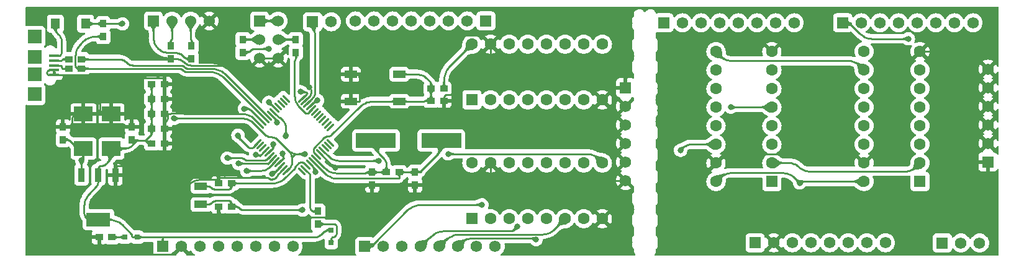
<source format=gbr>
%TF.GenerationSoftware,KiCad,Pcbnew,(6.0.4)*%
%TF.CreationDate,2022-05-03T21:15:35-03:00*%
%TF.ProjectId,PXN_2119-rounded,50584e5f-3231-4313-992d-726f756e6465,rev?*%
%TF.SameCoordinates,Original*%
%TF.FileFunction,Copper,L1,Top*%
%TF.FilePolarity,Positive*%
%FSLAX46Y46*%
G04 Gerber Fmt 4.6, Leading zero omitted, Abs format (unit mm)*
G04 Created by KiCad (PCBNEW (6.0.4)) date 2022-05-03 21:15:35*
%MOMM*%
%LPD*%
G01*
G04 APERTURE LIST*
G04 Aperture macros list*
%AMHorizOval*
0 Thick line with rounded ends*
0 $1 width*
0 $2 $3 position (X,Y) of the first rounded end (center of the circle)*
0 $4 $5 position (X,Y) of the second rounded end (center of the circle)*
0 Add line between two ends*
20,1,$1,$2,$3,$4,$5,0*
0 Add two circle primitives to create the rounded ends*
1,1,$1,$2,$3*
1,1,$1,$4,$5*%
G04 Aperture macros list end*
%TA.AperFunction,SMDPad,CuDef*%
%ADD10R,1.050000X0.950000*%
%TD*%
%TA.AperFunction,ComponentPad*%
%ADD11R,1.575000X1.575000*%
%TD*%
%TA.AperFunction,ComponentPad*%
%ADD12C,1.575000*%
%TD*%
%TA.AperFunction,ComponentPad*%
%ADD13R,1.600000X1.600000*%
%TD*%
%TA.AperFunction,ComponentPad*%
%ADD14C,1.600000*%
%TD*%
%TA.AperFunction,ComponentPad*%
%ADD15R,1.524000X1.524000*%
%TD*%
%TA.AperFunction,ComponentPad*%
%ADD16C,1.524000*%
%TD*%
%TA.AperFunction,SMDPad,CuDef*%
%ADD17R,0.950000X1.050000*%
%TD*%
%TA.AperFunction,SMDPad,CuDef*%
%ADD18R,2.500000X2.000000*%
%TD*%
%TA.AperFunction,SMDPad,CuDef*%
%ADD19R,1.900000X1.900000*%
%TD*%
%TA.AperFunction,SMDPad,CuDef*%
%ADD20R,1.350000X0.400000*%
%TD*%
%TA.AperFunction,SMDPad,CuDef*%
%ADD21R,5.500000X2.000000*%
%TD*%
%TA.AperFunction,SMDPad,CuDef*%
%ADD22R,1.800000X1.000000*%
%TD*%
%TA.AperFunction,SMDPad,CuDef*%
%ADD23R,1.270000X1.471000*%
%TD*%
%TA.AperFunction,SMDPad,CuDef*%
%ADD24R,0.800000X0.800000*%
%TD*%
%TA.AperFunction,SMDPad,CuDef*%
%ADD25HorizOval,0.270000X-0.434871X0.434871X0.434871X-0.434871X0*%
%TD*%
%TA.AperFunction,SMDPad,CuDef*%
%ADD26HorizOval,0.270000X0.434871X0.434871X-0.434871X-0.434871X0*%
%TD*%
%TA.AperFunction,SMDPad,CuDef*%
%ADD27R,0.950000X1.900000*%
%TD*%
%TA.AperFunction,SMDPad,CuDef*%
%ADD28R,3.250000X1.900000*%
%TD*%
%TA.AperFunction,SMDPad,CuDef*%
%ADD29R,1.700000X1.000000*%
%TD*%
%TA.AperFunction,ViaPad*%
%ADD30C,0.800000*%
%TD*%
%TA.AperFunction,Conductor*%
%ADD31C,0.250000*%
%TD*%
G04 APERTURE END LIST*
D10*
%TO.P,C9,1,1*%
%TO.N,GND*%
X104624000Y-105322000D03*
%TO.P,C9,2,2*%
%TO.N,PC14*%
X106374000Y-105322000D03*
%TD*%
D11*
%TO.P,H4,1,1*%
%TO.N,Net-(H4-Pad1)*%
X141059000Y-83097000D03*
D12*
%TO.P,H4,2,2*%
%TO.N,Net-(H4-Pad2)*%
X138519000Y-83097000D03*
%TO.P,H4,3,3*%
%TO.N,Net-(H4-Pad3)*%
X135979000Y-83097000D03*
%TO.P,H4,4,4*%
%TO.N,Net-(H4-Pad4)*%
X133439000Y-83097000D03*
%TO.P,H4,5,5*%
%TO.N,Net-(H4-Pad5)*%
X130899000Y-83097000D03*
%TO.P,H4,6,6*%
%TO.N,Net-(H4-Pad6)*%
X128359000Y-83097000D03*
%TO.P,H4,7,7*%
%TO.N,Net-(H4-Pad7)*%
X125819000Y-83097000D03*
%TO.P,H4,8,8*%
%TO.N,Net-(H4-Pad8)*%
X123279000Y-83097000D03*
%TD*%
D13*
%TO.P,U4,1,SH/LD#*%
%TO.N,PB6*%
X139154000Y-110148000D03*
D14*
%TO.P,U4,2,CLK*%
%TO.N,PB4*%
X141694000Y-110148000D03*
%TO.P,U4,3,E*%
%TO.N,Net-(H10-Pad8)*%
X144234000Y-110148000D03*
%TO.P,U4,4,F*%
%TO.N,Net-(H10-Pad7)*%
X146774000Y-110148000D03*
%TO.P,U4,5,G*%
%TO.N,Net-(H10-Pad6)*%
X149314000Y-110148000D03*
%TO.P,U4,6,H*%
%TO.N,Net-(H10-Pad5)*%
X151854000Y-110148000D03*
%TO.P,U4,7,QH#*%
%TO.N,unconnected-(U4-Pad7)*%
X154394000Y-110148000D03*
%TO.P,U4,8,GND*%
%TO.N,GND*%
X156934000Y-110148000D03*
%TO.P,U4,9,QH*%
%TO.N,PB5*%
X156934000Y-102528000D03*
%TO.P,U4,10,SER*%
%TO.N,Net-(U2-Pad9)*%
X154394000Y-102528000D03*
%TO.P,U4,11,A*%
%TO.N,Net-(H10-Pad4)*%
X151854000Y-102528000D03*
%TO.P,U4,12,B*%
%TO.N,Net-(H10-Pad3)*%
X149314000Y-102528000D03*
%TO.P,U4,13,C*%
%TO.N,Net-(H10-Pad2)*%
X146774000Y-102528000D03*
%TO.P,U4,14,D*%
%TO.N,Net-(H10-Pad1)*%
X144234000Y-102528000D03*
%TO.P,U4,15,CLK/INH*%
%TO.N,GND*%
X141694000Y-102528000D03*
%TO.P,U4,16,VCC*%
%TO.N,VCC*%
X139154000Y-102528000D03*
%TD*%
D15*
%TO.P,P1,1,1*%
%TO.N,VCC*%
X110198000Y-83097000D03*
D16*
%TO.P,P1,2,2*%
X112738000Y-83097000D03*
%TO.P,P1,3,3*%
%TO.N,Net-(P1-Pad3)*%
X110198000Y-85637000D03*
%TO.P,P1,4,4*%
%TO.N,Net-(P1-Pad4)*%
X112738000Y-85637000D03*
%TO.P,P1,5,5*%
%TO.N,GND*%
X110198000Y-88177000D03*
%TO.P,P1,6,6*%
X112738000Y-88177000D03*
%TD*%
D17*
%TO.P,R5,1,1*%
%TO.N,Net-(LED4-Pad2)*%
X118199000Y-110896000D03*
%TO.P,R5,2,2*%
%TO.N,PC13*%
X118199000Y-109146000D03*
%TD*%
D10*
%TO.P,C2,1,1*%
%TO.N,GND*%
X135330000Y-94019000D03*
%TO.P,C2,2,2*%
%TO.N,RESET*%
X133580000Y-94019000D03*
%TD*%
%TO.P,C3,1,1*%
%TO.N,GND*%
X97230000Y-93765000D03*
%TO.P,C3,2,2*%
%TO.N,VCC*%
X95480000Y-93765000D03*
%TD*%
D18*
%TO.P,C5,1,1*%
%TO.N,+5V*%
X86195000Y-100560000D03*
%TO.P,C5,2,2*%
%TO.N,GND*%
X86195000Y-95860000D03*
%TD*%
D11*
%TO.P,H6,1,1*%
%TO.N,Net-(H3-Pad6)*%
X203289000Y-113475000D03*
D12*
%TO.P,H6,2,2*%
%TO.N,Net-(H3-Pad7)*%
X205829000Y-113475000D03*
%TO.P,H6,3,3*%
%TO.N,Net-(H3-Pad8)*%
X208369000Y-113475000D03*
%TD*%
D10*
%TO.P,C10,1,1*%
%TO.N,GND*%
X97230000Y-97829000D03*
%TO.P,C10,2,2*%
%TO.N,VCC*%
X95480000Y-97829000D03*
%TD*%
D11*
%TO.P,H8,1,1*%
%TO.N,GND*%
X209512000Y-102401000D03*
D12*
%TO.P,H8,2,2*%
X209512000Y-99861000D03*
%TO.P,H8,3,3*%
X209512000Y-97321000D03*
%TO.P,H8,4,4*%
X209512000Y-94781000D03*
%TO.P,H8,5,5*%
X209512000Y-92241000D03*
%TO.P,H8,6,6*%
X209512000Y-89701000D03*
%TD*%
D13*
%TO.P,U5,1,SH/LD#*%
%TO.N,Net-(H3-Pad5)*%
X200241000Y-105068000D03*
D14*
%TO.P,U5,2,CLK*%
%TO.N,Net-(H3-Pad3)*%
X200241000Y-102528000D03*
%TO.P,U5,3,E*%
%TO.N,Net-(H2-Pad8)*%
X200241000Y-99988000D03*
%TO.P,U5,4,F*%
%TO.N,Net-(H2-Pad7)*%
X200241000Y-97448000D03*
%TO.P,U5,5,G*%
%TO.N,Net-(H2-Pad6)*%
X200241000Y-94908000D03*
%TO.P,U5,6,H*%
%TO.N,Net-(H2-Pad5)*%
X200241000Y-92368000D03*
%TO.P,U5,7,QH#*%
%TO.N,unconnected-(U5-Pad7)*%
X200241000Y-89828000D03*
%TO.P,U5,8,GND*%
%TO.N,GND*%
X200241000Y-87288000D03*
%TO.P,U5,9,QH*%
%TO.N,Net-(H3-Pad4)*%
X192621000Y-87288000D03*
%TO.P,U5,10,SER*%
%TO.N,Net-(U5-Pad10)*%
X192621000Y-89828000D03*
%TO.P,U5,11,A*%
%TO.N,Net-(H2-Pad4)*%
X192621000Y-92368000D03*
%TO.P,U5,12,B*%
%TO.N,Net-(H2-Pad3)*%
X192621000Y-94908000D03*
%TO.P,U5,13,C*%
%TO.N,Net-(H2-Pad2)*%
X192621000Y-97448000D03*
%TO.P,U5,14,D*%
%TO.N,Net-(H2-Pad1)*%
X192621000Y-99988000D03*
%TO.P,U5,15,CLK/INH*%
%TO.N,GND*%
X192621000Y-102528000D03*
%TO.P,U5,16,VCC*%
%TO.N,/VCC_THR*%
X192621000Y-105068000D03*
%TD*%
D19*
%TO.P,U3,0*%
%TO.N,N/C*%
X79517000Y-93143000D03*
X79517000Y-87993000D03*
X79517000Y-85243000D03*
X79517000Y-90393000D03*
D20*
%TO.P,U3,1,VCC*%
%TO.N,Net-(D1-Pad1)*%
X82192000Y-87893000D03*
%TO.P,U3,2,D-*%
%TO.N,Net-(R9-Pad1)*%
X82192000Y-88543000D03*
%TO.P,U3,3,D+*%
%TO.N,Net-(R11-Pad1)*%
X82192000Y-89193000D03*
%TO.P,U3,4,ID*%
%TO.N,GND*%
X82192000Y-89843000D03*
%TO.P,U3,5,GND*%
X82192000Y-90493000D03*
%TD*%
D10*
%TO.P,R11,1,1*%
%TO.N,Net-(R11-Pad1)*%
X84187000Y-89627000D03*
%TO.P,R11,2,2*%
%TO.N,PA12*%
X85937000Y-89627000D03*
%TD*%
D21*
%TO.P,X2,1,OSC1*%
%TO.N,OSCIN*%
X134968000Y-99480000D03*
%TO.P,X2,2,OSC2*%
%TO.N,OSCOUT*%
X126068000Y-99480000D03*
%TD*%
D10*
%TO.P,C1,1,1*%
%TO.N,GND*%
X97230000Y-99861000D03*
%TO.P,C1,2,2*%
%TO.N,VCC*%
X95480000Y-99861000D03*
%TD*%
D11*
%TO.P,H1,1,1*%
%TO.N,Net-(H1-Pad1)*%
X165316000Y-83351000D03*
D12*
%TO.P,H1,2,2*%
%TO.N,Net-(H1-Pad2)*%
X167856000Y-83351000D03*
%TO.P,H1,3,3*%
%TO.N,Net-(H1-Pad3)*%
X170396000Y-83351000D03*
%TO.P,H1,4,4*%
%TO.N,Net-(H1-Pad4)*%
X172936000Y-83351000D03*
%TO.P,H1,5,5*%
%TO.N,Net-(H1-Pad5)*%
X175476000Y-83351000D03*
%TO.P,H1,6,6*%
%TO.N,Net-(H1-Pad6)*%
X178016000Y-83351000D03*
%TO.P,H1,7,7*%
%TO.N,Net-(H1-Pad7)*%
X180556000Y-83351000D03*
%TO.P,H1,8,8*%
%TO.N,Net-(H1-Pad8)*%
X183096000Y-83351000D03*
%TD*%
D17*
%TO.P,C8,1,1*%
%TO.N,GND*%
X92799000Y-97589000D03*
%TO.P,C8,2,2*%
%TO.N,VCC*%
X92799000Y-99339000D03*
%TD*%
D10*
%TO.P,R9,1,1*%
%TO.N,Net-(R9-Pad1)*%
X84187000Y-88357000D03*
%TO.P,R9,2,2*%
%TO.N,PA11*%
X85937000Y-88357000D03*
%TD*%
D17*
%TO.P,R7,1,1*%
%TO.N,VCC*%
X100927000Y-88290000D03*
%TO.P,R7,2,2*%
%TO.N,SWCLK*%
X100927000Y-86540000D03*
%TD*%
D11*
%TO.P,H2,1,1*%
%TO.N,Net-(H2-Pad1)*%
X189700000Y-83351000D03*
D12*
%TO.P,H2,2,2*%
%TO.N,Net-(H2-Pad2)*%
X192240000Y-83351000D03*
%TO.P,H2,3,3*%
%TO.N,Net-(H2-Pad3)*%
X194780000Y-83351000D03*
%TO.P,H2,4,4*%
%TO.N,Net-(H2-Pad4)*%
X197320000Y-83351000D03*
%TO.P,H2,5,5*%
%TO.N,Net-(H2-Pad5)*%
X199860000Y-83351000D03*
%TO.P,H2,6,6*%
%TO.N,Net-(H2-Pad6)*%
X202400000Y-83351000D03*
%TO.P,H2,7,7*%
%TO.N,Net-(H2-Pad7)*%
X204940000Y-83351000D03*
%TO.P,H2,8,8*%
%TO.N,Net-(H2-Pad8)*%
X207480000Y-83351000D03*
%TD*%
D17*
%TO.P,R8,1,1*%
%TO.N,GND*%
X98133000Y-88290000D03*
%TO.P,R8,2,2*%
%TO.N,SWDIO*%
X98133000Y-86540000D03*
%TD*%
D11*
%TO.P,H9,1,1*%
%TO.N,VCC*%
X96990000Y-113958000D03*
D12*
%TO.P,H9,2,2*%
%TO.N,GND*%
X99530000Y-113958000D03*
%TO.P,H9,3,3*%
%TO.N,PB7*%
X102070000Y-113958000D03*
%TO.P,H9,4,4*%
%TO.N,PB8*%
X104610000Y-113958000D03*
%TO.P,H9,5,5*%
%TO.N,PB9*%
X107150000Y-113958000D03*
%TO.P,H9,6,6*%
%TO.N,PA8*%
X109690000Y-113958000D03*
%TO.P,H9,7,7*%
%TO.N,PA9*%
X112230000Y-113958000D03*
%TO.P,H9,8,8*%
%TO.N,PA10*%
X114770000Y-113958000D03*
%TD*%
D10*
%TO.P,C11,1,1*%
%TO.N,GND*%
X97230000Y-95797000D03*
%TO.P,C11,2,2*%
%TO.N,VCC*%
X95480000Y-95797000D03*
%TD*%
D15*
%TO.P,P2,1,1*%
%TO.N,VCC*%
X95720000Y-83097000D03*
D16*
%TO.P,P2,2,2*%
%TO.N,SWDIO*%
X98260000Y-83097000D03*
%TO.P,P2,3,3*%
%TO.N,SWCLK*%
X100800000Y-83097000D03*
%TO.P,P2,4,4*%
%TO.N,GND*%
X103340000Y-83097000D03*
%TD*%
D22*
%TO.P,X3,1,1*%
%TO.N,PC15*%
X102197000Y-108223000D03*
%TO.P,X3,2,2*%
%TO.N,PC14*%
X102197000Y-105723000D03*
%TD*%
D23*
%TO.P,D1,1,1*%
%TO.N,Net-(D1-Pad1)*%
X82360000Y-83478000D03*
%TO.P,D1,2,2*%
%TO.N,+5V*%
X86474000Y-83478000D03*
%TD*%
D17*
%TO.P,C14,1,1*%
%TO.N,GND*%
X125565000Y-105562000D03*
%TO.P,C14,2,2*%
%TO.N,OSCOUT*%
X125565000Y-103812000D03*
%TD*%
D10*
%TO.P,R1,1,1*%
%TO.N,Net-(LED3-Pad2)*%
X90080000Y-112703000D03*
%TO.P,R1,2,2*%
%TO.N,GND*%
X88330000Y-112703000D03*
%TD*%
D13*
%TO.P,U6,1,SH/LD#*%
%TO.N,Net-(H3-Pad5)*%
X180048000Y-105068000D03*
D14*
%TO.P,U6,2,CLK*%
%TO.N,Net-(H3-Pad3)*%
X180048000Y-102528000D03*
%TO.P,U6,3,E*%
%TO.N,Net-(H1-Pad8)*%
X180048000Y-99988000D03*
%TO.P,U6,4,F*%
%TO.N,Net-(H1-Pad7)*%
X180048000Y-97448000D03*
%TO.P,U6,5,G*%
%TO.N,Net-(H1-Pad6)*%
X180048000Y-94908000D03*
%TO.P,U6,6,H*%
%TO.N,Net-(H1-Pad5)*%
X180048000Y-92368000D03*
%TO.P,U6,7,QH#*%
%TO.N,unconnected-(U6-Pad7)*%
X180048000Y-89828000D03*
%TO.P,U6,8,GND*%
%TO.N,GND*%
X180048000Y-87288000D03*
%TO.P,U6,9,QH*%
%TO.N,Net-(U5-Pad10)*%
X172428000Y-87288000D03*
%TO.P,U6,10,SER*%
%TO.N,unconnected-(U6-Pad10)*%
X172428000Y-89828000D03*
%TO.P,U6,11,A*%
%TO.N,Net-(H1-Pad4)*%
X172428000Y-92368000D03*
%TO.P,U6,12,B*%
%TO.N,Net-(H1-Pad3)*%
X172428000Y-94908000D03*
%TO.P,U6,13,C*%
%TO.N,Net-(H1-Pad2)*%
X172428000Y-97448000D03*
%TO.P,U6,14,D*%
%TO.N,Net-(H1-Pad1)*%
X172428000Y-99988000D03*
%TO.P,U6,15,CLK/INH*%
%TO.N,GND*%
X172428000Y-102528000D03*
%TO.P,U6,16,VCC*%
%TO.N,/VCC_THR*%
X172428000Y-105068000D03*
%TD*%
D17*
%TO.P,R3,1,1*%
%TO.N,BOOT0*%
X107912000Y-87401000D03*
%TO.P,R3,2,2*%
%TO.N,Net-(P1-Pad3)*%
X107912000Y-85651000D03*
%TD*%
D11*
%TO.P,H10,1,1*%
%TO.N,Net-(H10-Pad1)*%
X124549000Y-113958000D03*
D12*
%TO.P,H10,2,2*%
%TO.N,Net-(H10-Pad2)*%
X127089000Y-113958000D03*
%TO.P,H10,3,3*%
%TO.N,Net-(H10-Pad3)*%
X129629000Y-113958000D03*
%TO.P,H10,4,4*%
%TO.N,Net-(H10-Pad4)*%
X132169000Y-113958000D03*
%TO.P,H10,5,5*%
%TO.N,Net-(H10-Pad5)*%
X134709000Y-113958000D03*
%TO.P,H10,6,6*%
%TO.N,Net-(H10-Pad6)*%
X137249000Y-113958000D03*
%TO.P,H10,7,7*%
%TO.N,Net-(H10-Pad7)*%
X139789000Y-113958000D03*
%TO.P,H10,8,8*%
%TO.N,Net-(H10-Pad8)*%
X142329000Y-113958000D03*
%TD*%
D24*
%TO.P,LED3,1,A*%
%TO.N,VCC*%
X93523000Y-112688000D03*
%TO.P,LED3,2,K*%
%TO.N,Net-(LED3-Pad2)*%
X91821000Y-112688000D03*
%TD*%
D17*
%TO.P,C13,1,1*%
%TO.N,GND*%
X131407000Y-105562000D03*
%TO.P,C13,2,2*%
%TO.N,OSCIN*%
X131407000Y-103812000D03*
%TD*%
%TO.P,C7,1,1*%
%TO.N,GND*%
X83401000Y-97589000D03*
%TO.P,C7,2,2*%
%TO.N,+5V*%
X83401000Y-99339000D03*
%TD*%
D13*
%TO.P,U2,1,SH/LD#*%
%TO.N,PB6*%
X139154000Y-93892000D03*
D14*
%TO.P,U2,2,CLK*%
%TO.N,PB4*%
X141694000Y-93892000D03*
%TO.P,U2,3,E*%
%TO.N,Net-(H4-Pad8)*%
X144234000Y-93892000D03*
%TO.P,U2,4,F*%
%TO.N,Net-(H4-Pad7)*%
X146774000Y-93892000D03*
%TO.P,U2,5,G*%
%TO.N,Net-(H4-Pad6)*%
X149314000Y-93892000D03*
%TO.P,U2,6,H*%
%TO.N,Net-(H4-Pad5)*%
X151854000Y-93892000D03*
%TO.P,U2,7,QH#*%
%TO.N,unconnected-(U2-Pad7)*%
X154394000Y-93892000D03*
%TO.P,U2,8,GND*%
%TO.N,GND*%
X156934000Y-93892000D03*
%TO.P,U2,9,QH*%
%TO.N,Net-(U2-Pad9)*%
X156934000Y-86272000D03*
%TO.P,U2,10,SER*%
%TO.N,unconnected-(U2-Pad10)*%
X154394000Y-86272000D03*
%TO.P,U2,11,A*%
%TO.N,Net-(H4-Pad4)*%
X151854000Y-86272000D03*
%TO.P,U2,12,B*%
%TO.N,Net-(H4-Pad3)*%
X149314000Y-86272000D03*
%TO.P,U2,13,C*%
%TO.N,Net-(H4-Pad2)*%
X146774000Y-86272000D03*
%TO.P,U2,14,D*%
%TO.N,Net-(H4-Pad1)*%
X144234000Y-86272000D03*
%TO.P,U2,15,CLK/INH*%
%TO.N,GND*%
X141694000Y-86272000D03*
%TO.P,U2,16,VCC*%
%TO.N,VCC*%
X139154000Y-86272000D03*
%TD*%
D17*
%TO.P,R10,1,1*%
%TO.N,PA12*%
X88862000Y-85242000D03*
%TO.P,R10,2,2*%
%TO.N,+5V*%
X88862000Y-83492000D03*
%TD*%
D24*
%TO.P,LED4,1,A*%
%TO.N,VCC*%
X119977000Y-111710000D03*
%TO.P,LED4,2,K*%
%TO.N,Net-(LED4-Pad2)*%
X119977000Y-113412000D03*
%TD*%
D11*
%TO.P,H7,1,1*%
%TO.N,GND*%
X160109000Y-92241000D03*
D12*
%TO.P,H7,2,2*%
X160109000Y-94781000D03*
%TO.P,H7,3,3*%
X160109000Y-97321000D03*
%TO.P,H7,4,4*%
X160109000Y-99861000D03*
%TO.P,H7,5,5*%
X160109000Y-102401000D03*
%TO.P,H7,6,6*%
X160109000Y-104941000D03*
%TD*%
D25*
%TO.P,U7,1,VBAT*%
%TO.N,VBAT*%
X115957660Y-103667747D03*
%TO.P,U7,2,PC13-TAMPER-RTC*%
%TO.N,PC13*%
X116311214Y-103314194D03*
%TO.P,U7,3,PC14-OSC32_IN*%
%TO.N,PC14*%
X116664767Y-102960641D03*
%TO.P,U7,4,PC15-OSC32_OUT*%
%TO.N,PC15*%
X117018320Y-102607087D03*
%TO.P,U7,5,PD0-OSC_IN*%
%TO.N,OSCIN*%
X117371874Y-102253534D03*
%TO.P,U7,6,PD1-OSC_OUT*%
%TO.N,OSCOUT*%
X117725427Y-101899981D03*
%TO.P,U7,7,NRST*%
%TO.N,RESET*%
X118078981Y-101546427D03*
%TO.P,U7,8,VSSA*%
%TO.N,GND*%
X118432534Y-101192874D03*
%TO.P,U7,9,VDDA*%
%TO.N,VCC*%
X118786087Y-100839320D03*
%TO.P,U7,10,PA0-WKUP*%
%TO.N,PA0*%
X119139641Y-100485767D03*
%TO.P,U7,11,PA1*%
%TO.N,PA1*%
X119493194Y-100132214D03*
%TO.P,U7,12,PA2*%
%TO.N,PA2*%
X119846747Y-99778660D03*
D26*
%TO.P,U7,13,PA3*%
%TO.N,PA3*%
X119846747Y-97657340D03*
%TO.P,U7,14,PA4*%
%TO.N,PA4*%
X119493194Y-97303786D03*
%TO.P,U7,15,PA5*%
%TO.N,PA5*%
X119139641Y-96950233D03*
%TO.P,U7,16,PA6*%
%TO.N,PA6*%
X118786087Y-96596680D03*
%TO.P,U7,17,PA7*%
%TO.N,PA7*%
X118432534Y-96243126D03*
%TO.P,U7,18,PB0*%
%TO.N,PB0*%
X118078981Y-95889573D03*
%TO.P,U7,19,PB1*%
%TO.N,PB1*%
X117725427Y-95536019D03*
%TO.P,U7,20,PB2*%
%TO.N,BOOT1*%
X117371874Y-95182466D03*
%TO.P,U7,21,PB10*%
%TO.N,PB10*%
X117018320Y-94828913D03*
%TO.P,U7,22,PB11*%
%TO.N,PB11*%
X116664767Y-94475359D03*
%TO.P,U7,23,VSS_1*%
%TO.N,GND*%
X116311214Y-94121806D03*
%TO.P,U7,24,VDD_1*%
%TO.N,VCC*%
X115957660Y-93768253D03*
D25*
%TO.P,U7,25,PB12*%
%TO.N,PB12*%
X113836340Y-93768253D03*
%TO.P,U7,26,PB13*%
%TO.N,PB13*%
X113482786Y-94121806D03*
%TO.P,U7,27,PB14*%
%TO.N,PB14*%
X113129233Y-94475359D03*
%TO.P,U7,28,PB15*%
%TO.N,PB15*%
X112775680Y-94828913D03*
%TO.P,U7,29,PA8*%
%TO.N,PA8*%
X112422126Y-95182466D03*
%TO.P,U7,30,PA9*%
%TO.N,PA9*%
X112068573Y-95536019D03*
%TO.P,U7,31,PA10*%
%TO.N,PA10*%
X111715019Y-95889573D03*
%TO.P,U7,32,PA11*%
%TO.N,PA11*%
X111361466Y-96243126D03*
%TO.P,U7,33,PA12*%
%TO.N,PA12*%
X111007913Y-96596680D03*
%TO.P,U7,34,PA13*%
%TO.N,SWDIO*%
X110654359Y-96950233D03*
%TO.P,U7,35,VSS_2*%
%TO.N,GND*%
X110300806Y-97303786D03*
%TO.P,U7,36,VDD_2*%
%TO.N,VCC*%
X109947253Y-97657340D03*
D26*
%TO.P,U7,37,PA14*%
%TO.N,SWCLK*%
X109947253Y-99778660D03*
%TO.P,U7,38,PA15*%
%TO.N,PA15*%
X110300806Y-100132214D03*
%TO.P,U7,39,PB3*%
%TO.N,PB3*%
X110654359Y-100485767D03*
%TO.P,U7,40,PB4*%
%TO.N,PB4*%
X111007913Y-100839320D03*
%TO.P,U7,41,PB5*%
%TO.N,PB5*%
X111361466Y-101192874D03*
%TO.P,U7,42,PB6*%
%TO.N,PB6*%
X111715019Y-101546427D03*
%TO.P,U7,43,PB7*%
%TO.N,PB7*%
X112068573Y-101899981D03*
%TO.P,U7,44,BOOT0*%
%TO.N,BOOT0*%
X112422126Y-102253534D03*
%TO.P,U7,45,PB8*%
%TO.N,PB8*%
X112775680Y-102607087D03*
%TO.P,U7,46,PB9*%
%TO.N,PB9*%
X113129233Y-102960641D03*
%TO.P,U7,47,VSS_3*%
%TO.N,GND*%
X113482786Y-103314194D03*
%TO.P,U7,48,VDD_3*%
%TO.N,VCC*%
X113836340Y-103667747D03*
%TD*%
D27*
%TO.P,U8,1,GND*%
%TO.N,GND*%
X90527000Y-104177000D03*
%TO.P,U8,2,Out*%
%TO.N,VCC*%
X88227000Y-104177000D03*
%TO.P,U8,3,In*%
%TO.N,+5V*%
X85927000Y-104177000D03*
D28*
%TO.P,U8,4,TAB*%
%TO.N,VCC*%
X88227000Y-110277000D03*
%TD*%
D18*
%TO.P,C6,1,1*%
%TO.N,VCC*%
X90005000Y-100560000D03*
%TO.P,C6,2,2*%
%TO.N,GND*%
X90005000Y-95860000D03*
%TD*%
D10*
%TO.P,R6,1,1*%
%TO.N,OSCOUT*%
X127484000Y-103798000D03*
%TO.P,R6,2,2*%
%TO.N,OSCIN*%
X129234000Y-103798000D03*
%TD*%
%TO.P,C12,1,1*%
%TO.N,GND*%
X104624000Y-108497000D03*
%TO.P,C12,2,2*%
%TO.N,PC15*%
X106374000Y-108497000D03*
%TD*%
D11*
%TO.P,H3,1,1*%
%TO.N,/VCC_THR*%
X177762000Y-113450000D03*
D12*
%TO.P,H3,2,2*%
%TO.N,GND*%
X180302000Y-113450000D03*
%TO.P,H3,3,3*%
%TO.N,Net-(H3-Pad3)*%
X182842000Y-113450000D03*
%TO.P,H3,4,4*%
%TO.N,Net-(H3-Pad4)*%
X185382000Y-113450000D03*
%TO.P,H3,5,5*%
%TO.N,Net-(H3-Pad5)*%
X187922000Y-113450000D03*
%TO.P,H3,6,6*%
%TO.N,Net-(H3-Pad6)*%
X190462000Y-113450000D03*
%TO.P,H3,7,7*%
%TO.N,Net-(H3-Pad7)*%
X193002000Y-113450000D03*
%TO.P,H3,8,8*%
%TO.N,Net-(H3-Pad8)*%
X195542000Y-113450000D03*
%TD*%
D17*
%TO.P,R4,1,1*%
%TO.N,BOOT1*%
X115151000Y-87401000D03*
%TO.P,R4,2,2*%
%TO.N,Net-(P1-Pad4)*%
X115151000Y-85651000D03*
%TD*%
D29*
%TO.P,SW1,1,A*%
%TO.N,GND*%
X122646000Y-90392000D03*
%TO.P,SW1,2,B*%
%TO.N,RESET*%
X129246000Y-90391000D03*
%TO.P,SW1,3,C*%
%TO.N,GND*%
X122646000Y-94091000D03*
%TO.P,SW1,4,D*%
%TO.N,RESET*%
X129246000Y-94091000D03*
%TD*%
D11*
%TO.P,H5,1,1*%
%TO.N,PB11*%
X117437000Y-83224000D03*
D12*
%TO.P,H5,2,2*%
%TO.N,PB10*%
X119977000Y-83224000D03*
%TD*%
D10*
%TO.P,C4,1,1*%
%TO.N,GND*%
X97230000Y-91733000D03*
%TO.P,C4,2,2*%
%TO.N,VCC*%
X95480000Y-91733000D03*
%TD*%
%TO.P,R2,1,1*%
%TO.N,RESET*%
X133580000Y-92368000D03*
%TO.P,R2,2,2*%
%TO.N,VCC*%
X135330000Y-92368000D03*
%TD*%
D30*
%TO.N,+5V*%
X85927000Y-102161400D03*
X91500000Y-83500000D03*
%TO.N,BOOT0*%
X108426900Y-103634800D03*
X111468100Y-86907000D03*
%TO.N,GND*%
X120505100Y-103178500D03*
X116970800Y-92205100D03*
X123723500Y-106434900D03*
X99926500Y-110056000D03*
%TO.N,Net-(H1-Pad1)*%
X167595300Y-100800300D03*
%TO.N,PA10*%
X112604500Y-97038600D03*
%TO.N,PA8*%
X111462700Y-94223100D03*
%TO.N,PA9*%
X113795000Y-98828400D03*
%TO.N,PB10*%
X118103900Y-93991900D03*
%TO.N,PB4*%
X109652700Y-101432300D03*
%TO.N,PB5*%
X112056100Y-99959800D03*
X135912000Y-101290700D03*
%TO.N,PB6*%
X105801100Y-101871000D03*
%TO.N,PB7*%
X107331500Y-102611900D03*
%TO.N,PB8*%
X113317300Y-101227800D03*
%TO.N,PB9*%
X111887600Y-104031600D03*
%TO.N,PC15*%
X117798700Y-103739700D03*
X116078400Y-108976900D03*
%TO.N,Net-(H1-Pad6)*%
X174442200Y-94908000D03*
%TO.N,Net-(H2-Pad1)*%
X198663800Y-85547500D03*
%TO.N,SWCLK*%
X107250000Y-98750000D03*
%TO.N,SWDIO*%
X108121700Y-95107200D03*
%TO.N,Net-(H10-Pad1)*%
X140528400Y-108264700D03*
%TO.N,Net-(H10-Pad4)*%
X145327100Y-111242800D03*
%TO.N,Net-(H10-Pad6)*%
X147910800Y-113017300D03*
%TO.N,VCC*%
X115780100Y-92778900D03*
X116358600Y-101316700D03*
X98495800Y-96447900D03*
X126448000Y-102226500D03*
%TO.N,/VCC_THR*%
X183844000Y-105275500D03*
%TD*%
D31*
%TO.N,+5V*%
X86151571Y-101891638D02*
X86130381Y-101931282D01*
X88011680Y-83492000D02*
X87911643Y-83492000D01*
X86195000Y-101179546D02*
X86195000Y-101192556D01*
X84036161Y-99366820D02*
X84126992Y-99394373D01*
X86195000Y-101240528D02*
X86195000Y-101246846D01*
X86195000Y-101718269D02*
X86190593Y-101763004D01*
X86195000Y-101213006D02*
X86191988Y-101207261D01*
X86912533Y-83499605D02*
X86913849Y-83499868D01*
X86190593Y-101763004D02*
X86181823Y-101807092D01*
X86906526Y-83492235D02*
X86906680Y-83491941D01*
X86902644Y-83490770D02*
X86905388Y-83491695D01*
X86904738Y-83494222D02*
X86904784Y-83493734D01*
X86188964Y-101204495D02*
X86184346Y-101204166D01*
X86905601Y-83492369D02*
X86905600Y-83492012D01*
X86902074Y-83490521D02*
X86902644Y-83490770D01*
X86900907Y-83490707D02*
X86901546Y-83490848D01*
X86904436Y-83494236D02*
X86903817Y-83493617D01*
X86158652Y-101219870D02*
X86156542Y-101224566D01*
X86901358Y-83491158D02*
X86903380Y-83493180D01*
X86184642Y-101245815D02*
X86181198Y-101241046D01*
X88411830Y-83492000D02*
X88311793Y-83492000D01*
X87911643Y-83492000D02*
X87811605Y-83492000D01*
X86188964Y-101204495D02*
X86191988Y-101207261D01*
X84450688Y-99588388D02*
X86050588Y-101188288D01*
X86168594Y-101215902D02*
X86158652Y-101219870D01*
X86071540Y-101203827D02*
X86060683Y-101196573D01*
X86195000Y-101246846D02*
X86191568Y-101243368D01*
X86195000Y-101213006D02*
X86195000Y-101240528D01*
X86119949Y-101221407D02*
X86132051Y-101222600D01*
X86907710Y-83497324D02*
X86908826Y-83498069D01*
X86898569Y-83488369D02*
X86900201Y-83489496D01*
X88111718Y-83492000D02*
X88011680Y-83492000D01*
X86904906Y-83494706D02*
X86904436Y-83494236D01*
X86187180Y-101243270D02*
X86184642Y-101245815D01*
X86904738Y-83494222D02*
X86904906Y-83494706D01*
X86879474Y-83478000D02*
X86474000Y-83478000D01*
X86884114Y-83478687D02*
X86881811Y-83478230D01*
X86905018Y-83493216D02*
X86904784Y-83493734D01*
X86156542Y-101224566D02*
X86146696Y-101222600D01*
X86195000Y-101179546D02*
X86195000Y-100560000D01*
X86050588Y-101188288D02*
X86060683Y-101196573D01*
X86132051Y-101222600D02*
X86146696Y-101222600D01*
X83943068Y-99348303D02*
X83848607Y-99339000D01*
X86187180Y-101243270D02*
X86191568Y-101243368D01*
X86903380Y-83493180D02*
X86904042Y-83493405D01*
X85928379Y-102152316D02*
X85927927Y-102153163D01*
X86181198Y-101241046D02*
X86173415Y-101233263D01*
X86900201Y-83489496D02*
X86899599Y-83489399D01*
X86902644Y-83490770D02*
X86901900Y-83490769D01*
X86195000Y-101207152D02*
X86195000Y-101213006D01*
X86888530Y-83480267D02*
X86890600Y-83481374D01*
X85928379Y-102152316D02*
X85928913Y-102151517D01*
X86187909Y-101199419D02*
X86188964Y-101204495D01*
X86171019Y-101226184D02*
X86173415Y-101233263D01*
X84214685Y-99430696D02*
X84298395Y-99475440D01*
X86884114Y-83478687D02*
X86886360Y-83479369D01*
X86190793Y-101258218D02*
X86184642Y-101245815D01*
X86076891Y-102003405D02*
X85929523Y-102150774D01*
X86096386Y-101215504D02*
X86108023Y-101219034D01*
X86184346Y-101204166D02*
X86187909Y-101199419D01*
X86908826Y-83498069D02*
X86910009Y-83498702D01*
X86171756Y-101219684D02*
X86168594Y-101215902D01*
X86156542Y-101224566D02*
X86165902Y-101228460D01*
X85927093Y-102155912D02*
X85927281Y-102154970D01*
X86890600Y-83481374D02*
X86892553Y-83482679D01*
X86905434Y-83492818D02*
X86905601Y-83492369D01*
X86905866Y-83491810D02*
X86905600Y-83492012D01*
X86904436Y-83494236D02*
X86904738Y-83494222D01*
X86904784Y-83493734D02*
X86904532Y-83493409D01*
X86195000Y-101260885D02*
X86195000Y-101246846D01*
X86899599Y-83489399D02*
X86898569Y-83488369D01*
X86906673Y-83496473D02*
X86907710Y-83497324D01*
X86105408Y-101968657D02*
X86076891Y-102003405D01*
X84377316Y-99528173D02*
X84298395Y-99475440D01*
X86900907Y-83490707D02*
X86899599Y-83489399D01*
X86901546Y-83490848D02*
X86901900Y-83490769D01*
X86903817Y-83493617D02*
X86903380Y-83493180D01*
X86905600Y-83492012D02*
X86905388Y-83491695D01*
X86911249Y-83499215D02*
X86912533Y-83499605D01*
X86892553Y-83482679D02*
X86894369Y-83484169D01*
X86195000Y-101192556D02*
X86192861Y-101188983D01*
X86130381Y-101931282D02*
X86105408Y-101968657D01*
X86168594Y-101215902D02*
X86175526Y-101211694D01*
X86071540Y-101203827D02*
X86083057Y-101209983D01*
X86901546Y-83490848D02*
X86901358Y-83491158D01*
X84377316Y-99528173D02*
X84450688Y-99588388D01*
X86151571Y-101891638D02*
X86168774Y-101850108D01*
X86195000Y-101260885D02*
X86195000Y-101272590D01*
X84214685Y-99430696D02*
X84126992Y-99394373D01*
X86901900Y-83490769D02*
X86902074Y-83490521D01*
X86181198Y-101241046D02*
X86187180Y-101243270D01*
X86146696Y-101222600D02*
X86158652Y-101219870D01*
X85927559Y-102154051D02*
X85927281Y-102154970D01*
X86171756Y-101219684D02*
X86171019Y-101226184D01*
X85927927Y-102153163D02*
X85927559Y-102154051D01*
X86902074Y-83490521D02*
X86900201Y-83489496D01*
X86911249Y-83499215D02*
X86910009Y-83498702D01*
X86913849Y-83499868D02*
X86915185Y-83500000D01*
X86898569Y-83488369D02*
X86894369Y-83484169D01*
X86905866Y-83491810D02*
X86906680Y-83491941D01*
X86195000Y-101718269D02*
X86195000Y-101272590D01*
X86905805Y-83492564D02*
X86906526Y-83492235D01*
X86195000Y-101207152D02*
X86195000Y-101192556D01*
X85927093Y-102155912D02*
X85927000Y-102156868D01*
X86187909Y-101199419D02*
X86192861Y-101188983D01*
X86905805Y-83492564D02*
X86905434Y-83492818D01*
X86905434Y-83492818D02*
X86905018Y-83493216D01*
X83943068Y-99348303D02*
X84036161Y-99366820D01*
X86881811Y-83478230D02*
X86879474Y-83478000D01*
X83848607Y-99339000D02*
X83401000Y-99339000D01*
X86165902Y-101228460D02*
X86171019Y-101226184D01*
X85929523Y-102150774D02*
X85928913Y-102151517D01*
X86904532Y-83493409D02*
X86905018Y-83493216D01*
X86190793Y-101258218D02*
X86195000Y-101260885D01*
X87711568Y-83492000D02*
X86907410Y-83492000D01*
X86906680Y-83491941D02*
X86907410Y-83492000D01*
X86175526Y-101211694D02*
X86171756Y-101219684D01*
X86905601Y-83492369D02*
X86905805Y-83492564D01*
X85927000Y-102161400D02*
X85927000Y-102156868D01*
X86901358Y-83491158D02*
X86900907Y-83490707D01*
X88411830Y-83492000D02*
X88862000Y-83492000D01*
X86195000Y-101272590D02*
X86190793Y-101258218D01*
X86907410Y-83492000D02*
X86906526Y-83492235D01*
X86192861Y-101188983D02*
X86195000Y-101179546D01*
X86175526Y-101211694D02*
X86184346Y-101204166D01*
X86904042Y-83493405D02*
X86904532Y-83493409D01*
X86191988Y-101207261D02*
X86195000Y-101207152D01*
X85927000Y-102161400D02*
X85927000Y-104177000D01*
X88211755Y-83492000D02*
X88311793Y-83492000D01*
X91500000Y-83500000D02*
X86915185Y-83500000D01*
X86905388Y-83491695D02*
X86905866Y-83491810D01*
X86904906Y-83494706D02*
X86906673Y-83496473D01*
X86886360Y-83479369D02*
X86888530Y-83480267D01*
X86108023Y-101219034D02*
X86119949Y-101221407D01*
X86191568Y-101243368D02*
X86195000Y-101240528D01*
X88211755Y-83492000D02*
X88111718Y-83492000D01*
X86181823Y-101807092D02*
X86168774Y-101850108D01*
X86904042Y-83493405D02*
X86903817Y-83493617D01*
X87811605Y-83492000D02*
X87711568Y-83492000D01*
X86173415Y-101233263D02*
X86165902Y-101228460D01*
X86096386Y-101215504D02*
X86083057Y-101209983D01*
%TO.N,BOOT0*%
X108930003Y-87183293D02*
X108865953Y-87235858D01*
X111277802Y-103301757D02*
X111073474Y-103410973D01*
X109271164Y-86955337D02*
X109194612Y-86987046D01*
X109431720Y-86915121D02*
X109350454Y-86931285D01*
X111277802Y-103301757D02*
X111470441Y-103173040D01*
X108797059Y-87281891D02*
X108865953Y-87235858D01*
X110410484Y-103612090D02*
X110179914Y-103634800D01*
X108486876Y-87392877D02*
X108568143Y-87376712D01*
X109052643Y-87072139D02*
X109121538Y-87026105D01*
X108647433Y-87352659D02*
X108568143Y-87376712D01*
X111649536Y-103026061D02*
X112422100Y-102253500D01*
X108404417Y-87401000D02*
X107912000Y-87401000D01*
X110859426Y-103499636D02*
X110637717Y-103566891D01*
X110179914Y-103634800D02*
X108426900Y-103634800D01*
X109350454Y-86931285D02*
X109271164Y-86955337D01*
X111073474Y-103410973D02*
X110859426Y-103499636D01*
X108930003Y-87183293D02*
X108988593Y-87124704D01*
X111649536Y-103026061D02*
X111470441Y-103173040D01*
X108486876Y-87392877D02*
X108404417Y-87401000D01*
X109514179Y-86907000D02*
X109431720Y-86915121D01*
X110410484Y-103612090D02*
X110637717Y-103566891D01*
X108723985Y-87320950D02*
X108647433Y-87352659D01*
X109052643Y-87072139D02*
X108988593Y-87124704D01*
X109194612Y-86987046D02*
X109121538Y-87026105D01*
X108797059Y-87281891D02*
X108723985Y-87320950D01*
X111468100Y-86907000D02*
X109514179Y-86907000D01*
%TO.N,BOOT1*%
X115093801Y-88304518D02*
X115075595Y-88326702D01*
X114982712Y-88500475D02*
X114988311Y-88472328D01*
X116954198Y-95600199D02*
X116866121Y-95659050D01*
X116454541Y-95699588D02*
X116558434Y-95720254D01*
X115512691Y-94807235D02*
X115682281Y-95013881D01*
X114996641Y-88444865D02*
X114988311Y-88472328D01*
X116356676Y-95659050D02*
X116454541Y-95699588D01*
X115364173Y-94584962D02*
X115512691Y-94807235D01*
X115238156Y-94349202D02*
X115135855Y-94102223D01*
X115151000Y-88144662D02*
X115151000Y-87401000D01*
X115142587Y-88201369D02*
X115134257Y-88228832D01*
X116954198Y-95600199D02*
X117371900Y-95182500D01*
X115151000Y-88144662D02*
X115148186Y-88173222D01*
X115142587Y-88201369D02*
X115148186Y-88173222D01*
X115021152Y-88393041D02*
X115007624Y-88418351D01*
X115238156Y-94349202D02*
X115364173Y-94584962D01*
X116768256Y-95699587D02*
X116866121Y-95659050D01*
X115109745Y-88280656D02*
X115093801Y-88304518D01*
X115055302Y-88346995D02*
X115037096Y-88369179D01*
X116268599Y-95600199D02*
X116356676Y-95659050D01*
X115006102Y-93584219D02*
X115058254Y-93846409D01*
X116268599Y-95600199D02*
X115682281Y-95013881D01*
X115037096Y-88369179D02*
X115021152Y-88393041D01*
X115123273Y-88255347D02*
X115134257Y-88228832D01*
X114979900Y-93318181D02*
X114979900Y-88529035D01*
X114982712Y-88500475D02*
X114979900Y-88529035D01*
X116664363Y-95720254D02*
X116558434Y-95720254D01*
X115055302Y-88346995D02*
X115075595Y-88326702D01*
X115058254Y-93846409D02*
X115135855Y-94102223D01*
X115123273Y-88255347D02*
X115109745Y-88280656D01*
X114996641Y-88444865D02*
X115007624Y-88418351D01*
X116768256Y-95699587D02*
X116664363Y-95720254D01*
X114979900Y-93318181D02*
X115006102Y-93584219D01*
%TO.N,Net-(D1-Pad1)*%
X82741408Y-87893000D02*
X82192000Y-87893000D01*
X82991626Y-85228293D02*
X83057433Y-85351410D01*
X83010975Y-87781340D02*
X82929058Y-87836076D01*
X82360000Y-84071306D02*
X82360000Y-83478000D01*
X82372331Y-84196514D02*
X82396876Y-84319910D01*
X82360000Y-84071306D02*
X82372331Y-84196514D01*
X82825505Y-85004305D02*
X82914067Y-85112218D01*
X83178616Y-85750894D02*
X83192300Y-85889823D01*
X83192300Y-87442108D02*
X83173079Y-87538736D01*
X83173079Y-87538736D02*
X83135376Y-87629758D01*
X83192300Y-85889823D02*
X83192300Y-87442108D01*
X82838036Y-87873779D02*
X82741408Y-87893000D01*
X83010975Y-87781340D02*
X83080641Y-87711675D01*
X82929058Y-87836076D02*
X82838036Y-87873779D01*
X82610751Y-84772111D02*
X82690567Y-84869367D01*
X83057433Y-85351410D02*
X83110857Y-85480385D01*
X82991626Y-85228293D02*
X82914067Y-85112218D01*
X82610751Y-84772111D02*
X82540853Y-84667501D01*
X83178616Y-85750894D02*
X83151381Y-85613975D01*
X82481544Y-84556543D02*
X82540853Y-84667501D01*
X83110857Y-85480385D02*
X83151381Y-85613975D01*
X82481544Y-84556543D02*
X82433397Y-84440306D01*
X82690567Y-84869367D02*
X82825505Y-85004305D01*
X83135376Y-87629758D02*
X83080641Y-87711675D01*
X82396876Y-84319910D02*
X82433397Y-84440306D01*
%TO.N,GND*%
X141623606Y-91812340D02*
X141485792Y-91863420D01*
X104727902Y-104519025D02*
X104757383Y-104521700D01*
X130111417Y-85095200D02*
X129845378Y-85121402D01*
X96789544Y-102901700D02*
X96534514Y-102901700D01*
X99884741Y-95806000D02*
X99869415Y-95795760D01*
X104544559Y-104838301D02*
X104519003Y-104827669D01*
X97230000Y-102007536D02*
X97285358Y-102234230D01*
X112132320Y-104715331D02*
X112064136Y-104736015D01*
X123631877Y-90385627D02*
X123610446Y-90442764D01*
X123723500Y-106434900D02*
X123817629Y-106434900D01*
X97230000Y-93130000D02*
X97230000Y-93384000D01*
X88647097Y-95860000D02*
X88563134Y-95860000D01*
X135540606Y-93264241D02*
X135613429Y-93234077D01*
X191082966Y-101395932D02*
X191274065Y-101453901D01*
X141572906Y-104984798D02*
X141501245Y-105104344D01*
X97230000Y-91255635D02*
X97230000Y-91209913D01*
X123449261Y-90414766D02*
X123553654Y-90462700D01*
X97230000Y-91758012D02*
X97230000Y-91707987D01*
X84079204Y-97568429D02*
X84010375Y-97582121D01*
X84663125Y-97037759D02*
X84682672Y-97068262D01*
X141759055Y-91820426D02*
X141832414Y-91752020D01*
X120505100Y-103178500D02*
X120456440Y-103178500D01*
X142324149Y-92241000D02*
X142396147Y-92202555D01*
X84554520Y-97166350D02*
X84557770Y-97207436D01*
X88272520Y-95550353D02*
X88160851Y-95662022D01*
X99779268Y-95733353D02*
X99796299Y-95740407D01*
X88231638Y-90738838D02*
X88309841Y-90796218D01*
X88856488Y-95860000D02*
X88907759Y-95829318D01*
X123831756Y-90798247D02*
X123855263Y-90670297D01*
X110820991Y-88177000D02*
X112738000Y-88177000D01*
X98087828Y-102901700D02*
X102010681Y-102901700D01*
X97584029Y-95838127D02*
X97565702Y-95824374D01*
X120390987Y-103151387D02*
X118432500Y-101192900D01*
X104529172Y-109460208D02*
X104546918Y-109423265D01*
X87914509Y-95799659D02*
X87876239Y-95860000D01*
X97185338Y-91005224D02*
X97207231Y-91037990D01*
X97726425Y-95850280D02*
X97735013Y-95827189D01*
X84592227Y-97068546D02*
X84602600Y-97030489D01*
X109638921Y-88736076D02*
X109509316Y-88842440D01*
X88357820Y-113338161D02*
X88385373Y-113428992D01*
X91590196Y-97238396D02*
X91652087Y-97271477D01*
X141087688Y-105461372D02*
X140991457Y-105501233D01*
X110654136Y-88193433D02*
X110489696Y-88226142D01*
X91319535Y-97170600D02*
X84859197Y-97170600D01*
X97644661Y-95937331D02*
X97629341Y-95898946D01*
X130111417Y-85095200D02*
X139783768Y-85095200D01*
X141579728Y-91715787D02*
X141655570Y-91532688D01*
X99842131Y-95771031D02*
X99855166Y-95784066D01*
X141272273Y-92052860D02*
X141358895Y-91990317D01*
X104611909Y-104575146D02*
X104619461Y-104609116D01*
X88422127Y-91032918D02*
X88400490Y-91043260D01*
X88437545Y-91129537D02*
X88462905Y-91074304D01*
X128415716Y-85797581D02*
X124187773Y-90025524D01*
X97613096Y-95872181D02*
X97643942Y-95886736D01*
X82164687Y-90493000D02*
X82175612Y-90493000D01*
X104642972Y-109067936D02*
X104614695Y-109038976D01*
X97230000Y-91557912D02*
X97230000Y-91607937D01*
X91458204Y-97191169D02*
X91525360Y-97211540D01*
X99918029Y-95821744D02*
X99935669Y-95827095D01*
X138323305Y-92289065D02*
X138166377Y-92336668D01*
X141046973Y-92164595D02*
X140998514Y-92241000D01*
X117097816Y-92332116D02*
X116970800Y-92205100D01*
X97834836Y-102901700D02*
X97551820Y-102901700D01*
X142584458Y-92241000D02*
X160109000Y-92241000D01*
X112611179Y-104284344D02*
X112607754Y-104301560D01*
X104595722Y-104885684D02*
X104586321Y-104872665D01*
X104551909Y-104804014D02*
X104570835Y-104792527D01*
X142033200Y-92186246D02*
X142033177Y-92241000D01*
X97748816Y-95797000D02*
X97735391Y-95810248D01*
X88422127Y-91032918D02*
X88452357Y-91044257D01*
X119696909Y-109918043D02*
X119434719Y-109970197D01*
X104500622Y-109375155D02*
X104525453Y-109327217D01*
X141253544Y-92241000D02*
X140998514Y-92241000D01*
X142033177Y-92241000D02*
X142324149Y-92241000D01*
X141368290Y-92241000D02*
X141253544Y-92241000D01*
X97230000Y-100786362D02*
X97230000Y-100836387D01*
X97230000Y-91858062D02*
X97230000Y-91908087D01*
X104570835Y-104792527D02*
X104560543Y-104814339D01*
X97230000Y-93892000D02*
X97230000Y-93638000D01*
X97230000Y-95605337D02*
X97230000Y-94654000D01*
X191955093Y-101862093D02*
X192621000Y-102528000D01*
X84489474Y-97310539D02*
X84435229Y-97355068D01*
X101951331Y-104822300D02*
X101743112Y-104842807D01*
X112629856Y-104181622D02*
X112623139Y-104197840D01*
X141653226Y-104789530D02*
X141668620Y-104733045D01*
X104636983Y-104575627D02*
X104654548Y-104572715D01*
X191458563Y-101530323D02*
X191274065Y-101453901D01*
X124079181Y-90173521D02*
X123983353Y-90333383D01*
X117197900Y-92881262D02*
X117197900Y-92573736D01*
X90978652Y-102926204D02*
X90862607Y-102974271D01*
X98131557Y-95747469D02*
X98121911Y-95755386D01*
X85210456Y-95860000D02*
X85505805Y-95860000D01*
X104624000Y-104796105D02*
X104615778Y-104780424D01*
X100756372Y-89162023D02*
X100904365Y-89176600D01*
X104394947Y-109526349D02*
X104199656Y-109721641D01*
X84010375Y-97582121D02*
X83940535Y-97589000D01*
X88701424Y-90932700D02*
X88627103Y-90951502D01*
X102538909Y-102980054D02*
X102794723Y-103057654D01*
X104570835Y-104792527D02*
X104594916Y-104771973D01*
X123696215Y-90595269D02*
X123621831Y-90511440D01*
X97904654Y-102863144D02*
X97697219Y-102772325D01*
X88394486Y-90846958D02*
X88429963Y-90864202D01*
X97363446Y-102415476D02*
X97451045Y-102547097D01*
X117197900Y-92881262D02*
X117188566Y-92976029D01*
X109287135Y-96324343D02*
X109477899Y-96480899D01*
X99486172Y-88433663D02*
X99617321Y-88503763D01*
X97291483Y-102480571D02*
X97163238Y-102470992D01*
X140789624Y-105551790D02*
X140685966Y-105562000D01*
X97696371Y-95880335D02*
X97726425Y-95850280D01*
X125615018Y-105562000D02*
X125512012Y-105562000D01*
X141835540Y-104945760D02*
X141850146Y-104976320D01*
X96789544Y-102901700D02*
X96852709Y-102839367D01*
X112614620Y-104231853D02*
X112612900Y-104249322D01*
X97735013Y-95827189D02*
X97744836Y-95836987D01*
X137491169Y-92787827D02*
X137364403Y-92891860D01*
X97185338Y-91005224D02*
X97157473Y-90977359D01*
X97735391Y-95810248D02*
X97724428Y-95797000D01*
X104618160Y-104730519D02*
X104624000Y-104704754D01*
X99947007Y-106638912D02*
X99926500Y-106847130D01*
X141835540Y-104945760D02*
X141851555Y-104903065D01*
X97341895Y-95772803D02*
X97380586Y-95788829D01*
X108864303Y-96070907D02*
X109081944Y-96187239D01*
X141692092Y-104765696D02*
X141734448Y-104767176D01*
X91868559Y-97449131D02*
X91926910Y-97488120D01*
X112607754Y-104301560D02*
X112602658Y-104318357D01*
X99961076Y-88785876D02*
X100076029Y-88880215D01*
X104642972Y-109067936D02*
X104673803Y-109191048D01*
X142396147Y-92202555D02*
X142584458Y-92241000D01*
X82142837Y-90493000D02*
X82131912Y-90493000D01*
X88533045Y-90998878D02*
X88488692Y-91038233D01*
X97291483Y-102480571D02*
X97363446Y-102415476D01*
X104612516Y-104919546D02*
X104624000Y-104926830D01*
X88572740Y-90914729D02*
X88549622Y-90931348D01*
X104455828Y-109487392D02*
X104529172Y-109460208D01*
X120657735Y-109463606D02*
X120435462Y-109612125D01*
X104551909Y-104804014D02*
X104524766Y-104814847D01*
X88548574Y-90961338D02*
X88549622Y-90931348D01*
X123944244Y-106382453D02*
X123928814Y-106395116D01*
X110820991Y-88177000D02*
X110654136Y-88193433D01*
X123785760Y-90773046D02*
X123831756Y-90798247D01*
X98046348Y-95795776D02*
X98033929Y-95797000D01*
X123345585Y-90392000D02*
X123479509Y-90374254D01*
X111694525Y-104753032D02*
X111733785Y-104756900D01*
X128622362Y-85627991D02*
X128415716Y-85797581D01*
X97230000Y-91657962D02*
X97230000Y-91707987D01*
X97124708Y-90955467D02*
X97088301Y-90940387D01*
X117194166Y-92535828D02*
X117197900Y-92573736D01*
X116947698Y-93485299D02*
X116311200Y-94121800D01*
X97230000Y-100386130D02*
X97230000Y-100336118D01*
X111483546Y-104653246D02*
X111455651Y-104625351D01*
X109067144Y-89078785D02*
X108906701Y-89127456D01*
X84720121Y-97110466D02*
X84754445Y-97135004D01*
X207372462Y-87672273D02*
X207594735Y-87820791D01*
X90551504Y-103353352D02*
X90527000Y-103476545D01*
X100959870Y-105123054D02*
X100785905Y-105239294D01*
X81362753Y-89879988D02*
X81309523Y-89915555D01*
X97909260Y-115052603D02*
X97723493Y-115070900D01*
X86096543Y-95860000D02*
X85899630Y-95860000D01*
X135690737Y-93218700D02*
X136450955Y-93218700D01*
X123837494Y-106432943D02*
X123817629Y-106434900D01*
X109887081Y-88511157D02*
X110026487Y-88418008D01*
X104615778Y-104780424D02*
X104607522Y-104772873D01*
X98763257Y-114698864D02*
X98608050Y-114802571D01*
X123983353Y-90333383D02*
X123950762Y-90400437D01*
X104654548Y-104572715D02*
X104675988Y-104553690D01*
X131260553Y-105562000D02*
X130967660Y-105562000D01*
X88127534Y-95810772D02*
X88128938Y-95747824D01*
X88330000Y-113150607D02*
X88339303Y-113245068D01*
X104614695Y-109038976D02*
X104592384Y-109151212D01*
X125217836Y-105562000D02*
X125117390Y-105562000D01*
X97230000Y-100386130D02*
X97230000Y-100436143D01*
X125512012Y-105562000D02*
X125413953Y-105562000D01*
X124079181Y-90173521D02*
X124079889Y-90114085D01*
X84964597Y-95934580D02*
X85083854Y-95885182D01*
X87708326Y-95860000D02*
X87914509Y-95799659D01*
X82077287Y-90493000D02*
X82066362Y-90493000D01*
X135540606Y-93264241D02*
X135475067Y-93308032D01*
X120390987Y-103151387D02*
X120398963Y-103157933D01*
X87914509Y-95799659D02*
X88092440Y-95711416D01*
X88685210Y-95773420D02*
X88689938Y-95707184D01*
X99060626Y-88304575D02*
X99206477Y-88333587D01*
X97230000Y-99685955D02*
X97230000Y-98179130D01*
X141346648Y-105288349D02*
X141266183Y-105354385D01*
X124079889Y-90114085D02*
X124187773Y-90025524D01*
X141346648Y-105288349D02*
X141420204Y-105214793D01*
X123876172Y-106423253D02*
X123894613Y-106415615D01*
X123479509Y-90374254D02*
X123612330Y-90344730D01*
X97584029Y-95838127D02*
X97613096Y-95872181D01*
X97669042Y-95889583D02*
X97643942Y-95886736D01*
X104691484Y-104543760D02*
X104675988Y-104553690D01*
X123767168Y-90624620D02*
X123823851Y-90626601D01*
X97230000Y-91113046D02*
X97230000Y-91164190D01*
X97677828Y-95909340D02*
X97662794Y-95945481D01*
X142084537Y-92133198D02*
X142089744Y-92050958D01*
X100199676Y-88962833D02*
X100076029Y-88880215D01*
X123944244Y-106382453D02*
X124515308Y-105811388D01*
X90612926Y-115045127D02*
X90874593Y-115070900D01*
X88627103Y-90951502D02*
X88565101Y-90978335D01*
X119952723Y-109840442D02*
X120199701Y-109738141D01*
X141751844Y-91570345D02*
X141655570Y-91532688D01*
X112623139Y-104197840D02*
X112618044Y-104214637D01*
X104624000Y-104643370D02*
X104619461Y-104609116D01*
X97285358Y-102234230D02*
X97192402Y-102196392D01*
X173093904Y-101862094D02*
X172428000Y-102528000D01*
X84765994Y-96097569D02*
X84857269Y-96006294D01*
X88374063Y-95515993D02*
X88272520Y-95550353D01*
X97803023Y-95797000D02*
X97848214Y-95797000D01*
X123944307Y-90318829D02*
X123922815Y-90269724D01*
X88374063Y-95515993D02*
X88467323Y-95526571D01*
X97513057Y-96735753D02*
X97552680Y-96676454D01*
X99827882Y-95759337D02*
X99842131Y-95771031D01*
X142181000Y-92111406D02*
X142396147Y-92202555D01*
X97230000Y-91357805D02*
X97230000Y-91407818D01*
X82153762Y-90493000D02*
X82142837Y-90493000D01*
X141971998Y-104923987D02*
X142049468Y-104941000D01*
X141925062Y-92241000D02*
X141368290Y-92241000D01*
X111425156Y-104600324D02*
X111455651Y-104625351D01*
X141893991Y-104888168D02*
X141851555Y-104903065D01*
X104683495Y-104535543D02*
X104691484Y-104543760D01*
X141656333Y-105051142D02*
X141605173Y-105078886D01*
X97669042Y-95889583D02*
X97696371Y-95880335D01*
X123621831Y-90511440D02*
X123553654Y-90462700D01*
X123479509Y-90374254D02*
X123449261Y-90414766D01*
X81204188Y-90073199D02*
X81191700Y-90135988D01*
X98152939Y-95734654D02*
X98141933Y-95740537D01*
X82099137Y-90493000D02*
X82110062Y-90493000D01*
X112612900Y-104266875D02*
X112612900Y-104249322D01*
X97618156Y-95797000D02*
X97724428Y-95797000D01*
X104747872Y-109368627D02*
X104774350Y-109414943D01*
X97451045Y-102547097D02*
X97607479Y-102710704D01*
X123821300Y-94090674D02*
X123821296Y-94090707D01*
X105414894Y-109927990D02*
X105306561Y-109883117D01*
X108742261Y-89160165D02*
X108906701Y-89127456D01*
X174161893Y-101356973D02*
X173966031Y-101395932D01*
X97444346Y-102901700D02*
X97551191Y-102846986D01*
X88168270Y-95860000D02*
X88077649Y-95860000D01*
X99743549Y-95724406D02*
X99725204Y-95722600D01*
X83940535Y-97589000D02*
X83401000Y-97589000D01*
X117105903Y-93248528D02*
X117061014Y-93332510D01*
X104530267Y-104427967D02*
X103706381Y-103604081D01*
X98270968Y-114961998D02*
X98443425Y-114890564D01*
X109887081Y-88511157D02*
X109757476Y-88617521D01*
X104592725Y-104495734D02*
X104586299Y-104508806D01*
X104450886Y-109453322D02*
X104455828Y-109487392D01*
X104875106Y-109548406D02*
X105015005Y-109688305D01*
X104626157Y-104488587D02*
X104605284Y-104490237D01*
X108400154Y-95904832D02*
X108636308Y-95976468D01*
X97634295Y-96479419D02*
X97648209Y-96409472D01*
X140991457Y-105501233D02*
X140891782Y-105531469D01*
X123553654Y-90462700D02*
X123610446Y-90442764D01*
X100343494Y-105681705D02*
X100227255Y-105855670D01*
X97602144Y-102793371D02*
X97607479Y-102710704D01*
X191634681Y-101624460D02*
X191800724Y-101735406D01*
X98907552Y-114580445D02*
X98763257Y-114698864D01*
X97230000Y-94400000D02*
X97230000Y-94654000D01*
X84646951Y-97053485D02*
X84618414Y-97052488D01*
X84435229Y-97355068D02*
X84489830Y-97280653D01*
X82099137Y-90493000D02*
X82088212Y-90493000D01*
X123831756Y-90798247D02*
X123821300Y-90913517D01*
X141500715Y-105148701D02*
X141420204Y-105214793D01*
X125915130Y-105562000D02*
X130381874Y-105562000D01*
X88425500Y-91184390D02*
X88425500Y-95167060D01*
X88278434Y-90795844D02*
X88231638Y-90738838D01*
X123723500Y-106434900D02*
X120864381Y-109294016D01*
X92053637Y-97548057D02*
X91988801Y-97521201D01*
X109477899Y-96480899D02*
X110300800Y-97303800D01*
X124929835Y-105589820D02*
X124839004Y-105617373D01*
X84754445Y-97135004D02*
X84725853Y-97145041D01*
X88386786Y-90867617D02*
X88394486Y-90846958D01*
X104738187Y-109409029D02*
X104747872Y-109368627D01*
X104624000Y-104926830D02*
X104624000Y-104958786D01*
X141623606Y-91812340D02*
X141759055Y-91820426D01*
X111283364Y-104533262D02*
X111244672Y-104525566D01*
X105414894Y-109927990D02*
X105527105Y-109962029D01*
X84663125Y-97037759D02*
X84637591Y-96978760D01*
X112577914Y-104364650D02*
X112566779Y-104378218D01*
X104525453Y-109327217D02*
X104529726Y-109385435D01*
X117169987Y-93069426D02*
X117188566Y-92976029D01*
X98176410Y-95726256D02*
X98164468Y-95729879D01*
X97230000Y-100536237D02*
X97230000Y-100586262D01*
X97230000Y-99986030D02*
X97230000Y-99936018D01*
X141318486Y-92098960D02*
X141316709Y-92178667D01*
X97803023Y-95797000D02*
X97748816Y-95797000D01*
X99796299Y-95740407D02*
X99812556Y-95749097D01*
X104642082Y-104590152D02*
X104629822Y-104616853D01*
X123820974Y-94091000D02*
X122646000Y-94091000D01*
X84725853Y-97145041D02*
X84720121Y-97110466D01*
X105203147Y-109827841D02*
X105105648Y-109762694D01*
X125315895Y-105562000D02*
X125217836Y-105562000D01*
X97513057Y-96735753D02*
X97467814Y-96790882D01*
X141420204Y-105214793D02*
X141501245Y-105104344D01*
X103643899Y-110018699D02*
X103519088Y-110043526D01*
X98070529Y-95789718D02*
X98058587Y-95793341D01*
X89043140Y-95860000D02*
X90005000Y-95860000D01*
X100785905Y-105239294D02*
X100624171Y-105372026D01*
X123821289Y-94090740D02*
X123821279Y-94090772D01*
X82208387Y-90493000D02*
X82197462Y-90493000D01*
X104624000Y-104740276D02*
X104624000Y-104780126D01*
X96852709Y-102839367D02*
X96904290Y-102901700D01*
X142084537Y-92133198D02*
X142033200Y-92186246D01*
X84765994Y-96097569D02*
X84694280Y-96204897D01*
X97332516Y-96955742D02*
X97372139Y-96896443D01*
X84146360Y-97548057D02*
X84079204Y-97568429D01*
X96904290Y-102901700D02*
X96789544Y-102901700D01*
X117008109Y-93411688D02*
X116947698Y-93485299D01*
X137491169Y-92787827D02*
X137607128Y-92671869D01*
X88128938Y-95747824D02*
X88092440Y-95711416D01*
X97192402Y-102196392D02*
X97119059Y-102373230D01*
X112659018Y-104137979D02*
X112647883Y-104151547D01*
X141925062Y-92241000D02*
X142033200Y-92186246D01*
X84538112Y-97200108D02*
X84489830Y-97280653D01*
X99884741Y-95806000D02*
X99900998Y-95814690D01*
X142049468Y-104941000D02*
X160109000Y-104941000D01*
X123944307Y-90318829D02*
X123983353Y-90333383D01*
X97230000Y-91357805D02*
X97230000Y-91301358D01*
X124929835Y-105589820D02*
X125022929Y-105571303D01*
X111244672Y-104525566D02*
X111205412Y-104521700D01*
X112375307Y-104569689D02*
X112320228Y-104614891D01*
X104552918Y-104455560D02*
X104576802Y-104491295D01*
X97230000Y-91507843D02*
X97230000Y-91557912D01*
X135419331Y-93363768D02*
X135375540Y-93429306D01*
X104774350Y-109414943D02*
X104824639Y-109487869D01*
X104738187Y-109409029D02*
X104709941Y-109435368D01*
X98113086Y-95764210D02*
X98103439Y-95772127D01*
X139980201Y-85114546D02*
X140173793Y-85153054D01*
X97595559Y-95797000D02*
X97539204Y-95797000D01*
X207136702Y-87546256D02*
X206889723Y-87443955D01*
X123821266Y-94090803D02*
X123821250Y-94090832D01*
X104592384Y-109151212D02*
X104614003Y-109189545D01*
X92120793Y-97568429D02*
X92189623Y-97582121D01*
X88758034Y-95758286D02*
X88907759Y-95829318D01*
X96894895Y-102651016D02*
X97024900Y-102521012D01*
X98113086Y-95764210D02*
X98121911Y-95755386D01*
X97230000Y-100086055D02*
X97230000Y-100136068D01*
X97124708Y-90955467D02*
X97157473Y-90977359D01*
X97230000Y-100736337D02*
X97230000Y-100786362D01*
X82088212Y-90493000D02*
X82077287Y-90493000D01*
X97662794Y-95945481D02*
X97655200Y-95983493D01*
X84489830Y-97280653D02*
X84489474Y-97310539D01*
X104595722Y-104885684D02*
X104612516Y-104919546D01*
X141572906Y-104984798D02*
X141597259Y-104934693D01*
X100048559Y-106233490D02*
X100128626Y-106040191D01*
X100476226Y-105519971D02*
X100343494Y-105681705D01*
X97539204Y-95797000D02*
X97525405Y-95805257D01*
X97551191Y-102846986D02*
X97602144Y-102793371D01*
X88397282Y-95308297D02*
X88341417Y-95442581D01*
X207594735Y-87820791D02*
X207801381Y-87990381D01*
X141850146Y-104976320D02*
X141949395Y-104954259D01*
X97236990Y-97222725D02*
X97230000Y-97293700D01*
X96904290Y-102901700D02*
X97444346Y-102901700D01*
X141253544Y-92241000D02*
X141316709Y-92178667D01*
X88127534Y-95810772D02*
X88168270Y-95860000D01*
X97417383Y-96841312D02*
X97372139Y-96896443D01*
X97230000Y-99886005D02*
X97230000Y-99936018D01*
X97230000Y-99986030D02*
X97230000Y-100036043D01*
X88462905Y-91074304D02*
X88452357Y-91044257D01*
X117161099Y-92426826D02*
X117175677Y-92462018D01*
X103041702Y-103159956D02*
X103277462Y-103285973D01*
X141694000Y-91339364D02*
X141751844Y-91570345D01*
X86884193Y-95860000D02*
X86687280Y-95860000D01*
X92259464Y-97589000D02*
X92799000Y-97589000D01*
X88092440Y-95711416D02*
X88160851Y-95662022D01*
X97565702Y-95824374D02*
X97525405Y-95805257D01*
X141179549Y-105412272D02*
X141087688Y-105461372D01*
X141751844Y-91570345D02*
X141832414Y-91752020D01*
X120436050Y-103175474D02*
X120446171Y-103177488D01*
X104624000Y-104888499D02*
X104624000Y-104926830D01*
X125915130Y-105562000D02*
X125815093Y-105562000D01*
X88168270Y-95860000D02*
X88563134Y-95860000D01*
X97230000Y-102007536D02*
X97230000Y-100836387D01*
X104565069Y-104851413D02*
X104544559Y-104838301D01*
X111733785Y-104756900D02*
X111923345Y-104756900D01*
X141720555Y-104656266D02*
X141758453Y-104743835D01*
X104774350Y-109414943D02*
X104738187Y-109409029D01*
X88521576Y-95481204D02*
X88581936Y-95580652D01*
X141655570Y-91532688D02*
X141694000Y-91339364D01*
X105203147Y-109827841D02*
X105306561Y-109883117D01*
X141832414Y-91752020D02*
X141924846Y-91886060D01*
X103765676Y-109981758D02*
X103643899Y-110018699D01*
X103392444Y-110056000D02*
X99926500Y-110056000D01*
X140785898Y-92241000D02*
X141046973Y-92164595D01*
X88385373Y-113428992D02*
X88421696Y-113516685D01*
X91652087Y-97271477D02*
X91710438Y-97310466D01*
X173414316Y-101624460D02*
X173248273Y-101735407D01*
X84720121Y-97110466D02*
X84682672Y-97068262D01*
X97655200Y-95983493D02*
X97644661Y-95937331D01*
X104709941Y-109435368D02*
X104709513Y-109465876D01*
X123821132Y-94090951D02*
X123821160Y-94090932D01*
X99855921Y-88680721D02*
X99961076Y-88785876D01*
X119434719Y-109970197D02*
X119168681Y-109996400D01*
X135690737Y-93218700D02*
X135613429Y-93234077D01*
X88701424Y-90932700D02*
X97049653Y-90932700D01*
X109638921Y-88736076D02*
X109757476Y-88617521D01*
X138166377Y-92336668D02*
X138014870Y-92399424D01*
X104604642Y-104759013D02*
X104607522Y-104772873D01*
X97230000Y-99685955D02*
X97230000Y-99735968D01*
X137733893Y-92567835D02*
X137607128Y-92671869D01*
X84273087Y-97488120D02*
X84331457Y-97449118D01*
X104492124Y-104822300D02*
X101951331Y-104822300D01*
X86293455Y-95860000D02*
X86096543Y-95860000D01*
X104558530Y-104832088D02*
X104565069Y-104851413D01*
X109369910Y-88935588D02*
X109222045Y-89014624D01*
X142089744Y-92050958D02*
X142181000Y-92111406D01*
X99972093Y-95832500D02*
X107912523Y-95832500D01*
X82120987Y-90493000D02*
X82110062Y-90493000D01*
X97613592Y-96547667D02*
X97586300Y-96613557D01*
X87876239Y-95860000D02*
X88077649Y-95860000D01*
X108158115Y-95856688D02*
X108400154Y-95904832D01*
X98201068Y-95722600D02*
X98188649Y-95723822D01*
X117008109Y-93411688D02*
X117061014Y-93332510D01*
X97230000Y-100086055D02*
X97230000Y-100036043D01*
X123821296Y-94090707D02*
X123821289Y-94090740D01*
X117169987Y-93069426D02*
X117142344Y-93160551D01*
X84646951Y-97053485D02*
X84663125Y-97037759D01*
X104624000Y-104871252D02*
X104624000Y-104888499D01*
X88061242Y-90599013D02*
X88122583Y-90640000D01*
X104695177Y-104513012D02*
X104727902Y-104519025D01*
X120435462Y-109612125D02*
X120199701Y-109738141D01*
X129583189Y-85173554D02*
X129327373Y-85251154D01*
X104586299Y-104508806D02*
X104576802Y-104491295D01*
X104624000Y-104780126D02*
X104624000Y-104796105D01*
X123950762Y-90400437D02*
X123944307Y-90318829D01*
X141618142Y-105032366D02*
X141656333Y-105051142D01*
X84644882Y-96324154D02*
X84619700Y-96450756D01*
X141175384Y-85753384D02*
X141035813Y-85613813D01*
X110489696Y-88226142D02*
X110329253Y-88274811D01*
X123687895Y-90320734D02*
X123631877Y-90385627D01*
X89628630Y-114692940D02*
X89860516Y-114816886D01*
X97607479Y-102710704D02*
X97697219Y-102772325D01*
X142584458Y-92241000D02*
X142324149Y-92241000D01*
X141850146Y-104976320D02*
X141793682Y-104994250D01*
X100468215Y-89089843D02*
X100610520Y-89133011D01*
X97271606Y-97084529D02*
X97250903Y-97152777D01*
X111483546Y-104653246D02*
X111514041Y-104678273D01*
X141686186Y-104637435D02*
X141668620Y-104733045D01*
X104647995Y-109202840D02*
X104673803Y-109191048D01*
X97230000Y-94400000D02*
X97230000Y-94146000D01*
X104624000Y-104704754D02*
X104624000Y-104643370D01*
X110174352Y-88338973D02*
X110026487Y-88418008D01*
X97230000Y-99785980D02*
X97230000Y-99735968D01*
X97618156Y-95797000D02*
X97595979Y-95808625D01*
X99206477Y-88333587D02*
X99348782Y-88376754D01*
X108575406Y-89176600D02*
X100904365Y-89176600D01*
X84637591Y-96978760D02*
X84614435Y-96966073D01*
X98907552Y-114580445D02*
X99530000Y-113958000D01*
X136931920Y-93123029D02*
X136774992Y-93170632D01*
X88533045Y-90998878D02*
X88548574Y-90961338D01*
X88330000Y-113150607D02*
X88330000Y-112703000D01*
X112618044Y-104214637D02*
X112614620Y-104231853D01*
X99935669Y-95827095D02*
X99953748Y-95830692D01*
X96321898Y-102901700D02*
X96582973Y-102825295D01*
X88341417Y-95442581D02*
X88374063Y-95515993D01*
X97230000Y-97979055D02*
X97230000Y-98079093D01*
X84725853Y-97145041D02*
X84715063Y-97173807D01*
X100048559Y-106233490D02*
X99987824Y-106433707D01*
X190887104Y-101356973D02*
X191082966Y-101395932D01*
X141686186Y-104637435D02*
X141694000Y-104551300D01*
X141175384Y-85753384D02*
X141300603Y-85905964D01*
X88645534Y-95816802D02*
X88647097Y-95860000D01*
X90527000Y-103476545D02*
X90527000Y-104177000D01*
X141668620Y-104733045D02*
X141692092Y-104765696D01*
X84554520Y-97166350D02*
X84592227Y-97068546D01*
X97230000Y-100686312D02*
X97230000Y-100736337D01*
X104529726Y-109385435D02*
X104546918Y-109423265D01*
X207801381Y-87990381D02*
X209512000Y-89701000D01*
X88397282Y-95308297D02*
X88425500Y-95167060D01*
X207136702Y-87546256D02*
X207372462Y-87672273D01*
X117097816Y-92332116D02*
X117121981Y-92361561D01*
X104199656Y-109721641D02*
X104101286Y-109802372D01*
X97230000Y-97478868D02*
X97230000Y-97578905D01*
X135345376Y-93502129D02*
X135330000Y-93579437D01*
X130967660Y-105562000D02*
X130674767Y-105562000D01*
X91926910Y-97488120D02*
X91988801Y-97521201D01*
X141485792Y-91863420D02*
X141358895Y-91990317D01*
X96854486Y-102759660D02*
X96852709Y-102839367D01*
X123821209Y-94090886D02*
X123821185Y-94090911D01*
X97551191Y-102846986D02*
X97551820Y-102901700D01*
X104757383Y-104521700D02*
X111205412Y-104521700D01*
X81484688Y-89843000D02*
X82192000Y-89843000D01*
X99486172Y-88433663D02*
X99348782Y-88376754D01*
X104605284Y-104490237D02*
X104592725Y-104495734D01*
X104624000Y-108944390D02*
X104624000Y-108497000D01*
X97525405Y-95805257D02*
X97488970Y-95797000D01*
X136774992Y-93170632D02*
X136614155Y-93202626D01*
X123950762Y-90400437D02*
X123875865Y-90594704D01*
X84694280Y-96204897D02*
X84644882Y-96324154D01*
X88464655Y-95338580D02*
X88397282Y-95308297D01*
X104560543Y-104814339D02*
X104551909Y-104804014D01*
X117175677Y-92462018D02*
X117186734Y-92498468D01*
X124839004Y-105617373D02*
X124751312Y-105653696D01*
X97230000Y-97678943D02*
X97230000Y-97578905D01*
X88532746Y-90903829D02*
X88572740Y-90914729D01*
X104721456Y-104530789D02*
X104727902Y-104519025D01*
X99740968Y-88586381D02*
X99855921Y-88680721D01*
X104695177Y-104513012D02*
X104684001Y-104521046D01*
X97417383Y-96841312D02*
X97467814Y-96790882D01*
X97163238Y-102470992D02*
X97024900Y-102521012D01*
X84682672Y-97068262D02*
X84646951Y-97053485D01*
X88627103Y-90951502D02*
X88640437Y-90927167D01*
X84273087Y-97488120D02*
X84211196Y-97521201D01*
X84559853Y-97263500D02*
X84489474Y-97310539D01*
X97421660Y-95797000D02*
X97488970Y-95797000D01*
X104675843Y-104507743D02*
X104695177Y-104513012D01*
X88160851Y-95662022D02*
X88128938Y-95747824D01*
X84619700Y-96908040D02*
X84637591Y-96978760D01*
X120864381Y-109294016D02*
X120657735Y-109463606D01*
X140998514Y-92241000D02*
X140785898Y-92241000D01*
X97697219Y-102772325D02*
X97602144Y-102793371D01*
X88421696Y-113516685D02*
X88466440Y-113600395D01*
X117186734Y-92498468D02*
X117194166Y-92535828D01*
X97230000Y-99785980D02*
X97230000Y-99835993D01*
X104624000Y-104740276D02*
X104618160Y-104730519D01*
X97230000Y-100686312D02*
X97230000Y-100636287D01*
X125117390Y-105562000D02*
X125022929Y-105571303D01*
X141266183Y-105354385D02*
X141179549Y-105412272D01*
X88122583Y-90640000D02*
X88179557Y-90686757D01*
X173248273Y-101735407D02*
X173093904Y-101862094D01*
X97629341Y-95898946D02*
X97613096Y-95872181D01*
X97230000Y-100286105D02*
X97230000Y-100336118D01*
X142033177Y-92241000D02*
X141925062Y-92241000D01*
X84859197Y-97170600D02*
X84791772Y-97179533D01*
X97744836Y-95836987D02*
X97792723Y-95813239D01*
X88466440Y-113600395D02*
X88519173Y-113679316D01*
X104624000Y-104888499D02*
X104614631Y-104879005D01*
X140173793Y-85153054D02*
X140362677Y-85210351D01*
X123687895Y-90320734D02*
X123871705Y-90244598D01*
X104525453Y-109327217D02*
X104577296Y-109202056D01*
X123821231Y-94090860D02*
X123821250Y-94090832D01*
X85899630Y-95860000D02*
X85702718Y-95860000D01*
X103995476Y-109873071D02*
X104101286Y-109802372D01*
X129080395Y-85353455D02*
X128844635Y-85479472D01*
X104455828Y-109487392D02*
X104394947Y-109526349D01*
X190688367Y-101337400D02*
X174360630Y-101337400D01*
X138323305Y-92289065D02*
X138484142Y-92257073D01*
X123821300Y-94090674D02*
X123821300Y-90913517D01*
X84715063Y-97173807D02*
X84724903Y-97194396D01*
X104546918Y-109423265D02*
X104585466Y-109450850D01*
X98131557Y-95747469D02*
X98141933Y-95740537D01*
X104757383Y-104521700D02*
X104721456Y-104530789D01*
X105758807Y-109996400D02*
X119168681Y-109996400D01*
X141787466Y-104789108D02*
X141734448Y-104767176D01*
X97565702Y-95824374D02*
X97585301Y-95820300D01*
X90612926Y-115045127D02*
X90355046Y-114993832D01*
X174360630Y-101337400D02*
X174161893Y-101356973D01*
X141500715Y-105148701D02*
X141605173Y-105078886D01*
X81484688Y-89843000D02*
X81421899Y-89855489D01*
X104684001Y-104521046D02*
X104675843Y-104507743D01*
X111694525Y-104753032D02*
X111655833Y-104745336D01*
X112375307Y-104569689D02*
X112566779Y-104378218D01*
X97380586Y-95788829D02*
X97421660Y-95797000D01*
X111321115Y-104544713D02*
X111357563Y-104559811D01*
X102276719Y-102927902D02*
X102010681Y-102901700D01*
X123612330Y-90344730D02*
X123687895Y-90320734D01*
X81309523Y-89915555D02*
X81264254Y-89960823D01*
X123857072Y-106429048D02*
X123837494Y-106432943D01*
X120426176Y-103172479D02*
X120416643Y-103168530D01*
X120446171Y-103177488D02*
X120456440Y-103178500D01*
X86490368Y-95860000D02*
X86293455Y-95860000D01*
X104585466Y-109450850D02*
X104529172Y-109460208D01*
X124667602Y-105698439D02*
X124588680Y-105751173D01*
X104684001Y-104521046D02*
X104683495Y-104535543D01*
X97024900Y-102521012D02*
X97119059Y-102373230D01*
X88360805Y-90878988D02*
X88386786Y-90867617D01*
X141758453Y-104743835D02*
X141787466Y-104789108D01*
X191458563Y-101530323D02*
X191634681Y-101624460D01*
X104636983Y-104575627D02*
X104622369Y-104570146D01*
X124187773Y-90025524D02*
X124079181Y-90173521D01*
X84619700Y-96450756D02*
X84619700Y-96908040D01*
X117142344Y-93160551D02*
X117105903Y-93248528D01*
X112659018Y-104137979D02*
X113482800Y-103314200D01*
X135345376Y-93502129D02*
X135375540Y-93429306D01*
X96808273Y-102713560D02*
X96894895Y-102651016D01*
X88548574Y-90961338D02*
X88565101Y-90978335D01*
X91525360Y-97211540D02*
X91590196Y-97238396D01*
X97586300Y-96613557D02*
X97552680Y-96676454D01*
X141602082Y-104995674D02*
X141618142Y-105032366D01*
X97236990Y-97222725D02*
X97250903Y-97152777D01*
X97643942Y-95886736D02*
X97629341Y-95898946D01*
X90669354Y-103132870D02*
X90758170Y-103044054D01*
X88387794Y-91003281D02*
X88422127Y-91032918D01*
X105642112Y-109984906D02*
X105758807Y-109996400D01*
X98070529Y-95789718D02*
X98082058Y-95784943D01*
X112320228Y-104614891D02*
X112260985Y-104654476D01*
X111618082Y-104733883D02*
X111655833Y-104745336D01*
X141694000Y-104551300D02*
X141720555Y-104656266D01*
X81309523Y-90420443D02*
X81362753Y-90456010D01*
X104709513Y-109465876D02*
X104661645Y-109455398D01*
X84791772Y-97179533D02*
X84807002Y-97159137D01*
X97230000Y-91457830D02*
X97230000Y-91507843D01*
X97230000Y-100586262D02*
X97230000Y-100636287D01*
X87708326Y-95860000D02*
X86884193Y-95860000D01*
X123871705Y-90244598D02*
X123940170Y-90207468D01*
X141578846Y-86426520D02*
X141636144Y-86615405D01*
X97735013Y-95827189D02*
X97735391Y-95810248D01*
X140362677Y-85210351D02*
X140545037Y-85285887D01*
X99855166Y-95784066D02*
X99869415Y-95795760D01*
X84385670Y-97404626D02*
X84331457Y-97449118D01*
X123821266Y-94090803D02*
X123821279Y-94090772D01*
X88347511Y-90906029D02*
X88327866Y-90869805D01*
X104624000Y-104958786D02*
X104624000Y-105322000D01*
X104605284Y-104490237D02*
X104609007Y-104480251D01*
X104618160Y-104730519D02*
X104604642Y-104759013D01*
X96582973Y-102825295D02*
X96534514Y-102901700D01*
X123855263Y-90670297D02*
X123823851Y-90626601D01*
X104624000Y-104704754D02*
X104624000Y-104740276D01*
X88272520Y-95550353D02*
X88341417Y-95442581D01*
X97230000Y-97879018D02*
X97230000Y-97778980D01*
X141503310Y-86244160D02*
X141578846Y-86426520D01*
X84559853Y-97263500D02*
X84568590Y-97232158D01*
X123735042Y-90655857D02*
X123696215Y-90595269D01*
X120407543Y-103163665D02*
X120416643Y-103168530D01*
X104605772Y-104555819D02*
X104586299Y-104508806D01*
X98087828Y-102901700D02*
X97834836Y-102901700D01*
X110329253Y-88274811D02*
X110174352Y-88338973D01*
X98176410Y-95726256D02*
X98188649Y-95723822D01*
X111546843Y-104700190D02*
X111581634Y-104718786D01*
X141579728Y-91715787D02*
X141623606Y-91812340D01*
X88425500Y-91184390D02*
X88416111Y-91113533D01*
X141694000Y-91339364D02*
X141694000Y-87005430D01*
X108742261Y-89160165D02*
X108575406Y-89176600D01*
X88467323Y-95526571D02*
X88521576Y-95481204D01*
X96808273Y-102713560D02*
X96582973Y-102825295D01*
X100199676Y-88962833D02*
X100330825Y-89032934D01*
X88532746Y-90903829D02*
X88429963Y-90864202D01*
X123345585Y-90392000D02*
X122646000Y-90392000D01*
X142049468Y-104941000D02*
X141949395Y-104954259D01*
X85702718Y-95860000D02*
X85505805Y-95860000D01*
X123785760Y-90773046D02*
X123735042Y-90655857D01*
X84594322Y-97244807D02*
X84686860Y-97206477D01*
X88549622Y-90931348D02*
X88532746Y-90903829D01*
X90862607Y-102974271D02*
X90758170Y-103044054D01*
X101144391Y-105024426D02*
X101337690Y-104944360D01*
X84964597Y-95934580D02*
X84857269Y-96006294D01*
X88488692Y-91038233D02*
X88462905Y-91074304D01*
X125815093Y-105562000D02*
X125715055Y-105562000D01*
X104661645Y-109455398D02*
X104585466Y-109450850D01*
X88581936Y-95580652D02*
X88467323Y-95526571D01*
X141843048Y-104851748D02*
X141893991Y-104888168D01*
X112260985Y-104654476D02*
X112198148Y-104688064D01*
X97230000Y-97678943D02*
X97230000Y-97778980D01*
X97192402Y-102196392D02*
X97230000Y-102007536D01*
X140685966Y-105562000D02*
X132432125Y-105562000D01*
X89628630Y-114692940D02*
X89410010Y-114546863D01*
X123821185Y-94090911D02*
X123821160Y-94090932D01*
X141597259Y-104934693D02*
X141653226Y-104789530D01*
X97655200Y-95983493D02*
X97655200Y-96338497D01*
X84807002Y-97159137D02*
X84859197Y-97170600D01*
X104615778Y-104780424D02*
X104624000Y-104780126D01*
X97230000Y-95605337D02*
X97238170Y-95646411D01*
X96534514Y-102901700D02*
X96321898Y-102901700D01*
X98164468Y-95729879D02*
X98152939Y-95734654D01*
X104519003Y-104827669D02*
X104492124Y-104822300D01*
X139980201Y-85114546D02*
X139783768Y-85095200D01*
X97848214Y-95797000D02*
X97792723Y-95813239D01*
X112595940Y-104334575D02*
X112587666Y-104350055D01*
X135330000Y-93579437D02*
X135330000Y-94019000D01*
X91458204Y-97191169D02*
X91389375Y-97177478D01*
X82219312Y-90493000D02*
X82208387Y-90493000D01*
X137228051Y-92982968D02*
X137083426Y-93060272D01*
X88689938Y-95707184D02*
X88758034Y-95758286D01*
X123912217Y-106406206D02*
X123894613Y-106415615D01*
X97744836Y-95836987D02*
X97726425Y-95850280D01*
X104614003Y-109189545D02*
X104577296Y-109202056D01*
X88640437Y-90927167D02*
X88701424Y-90932700D01*
X88387794Y-91003281D02*
X88347511Y-90906029D01*
X141924846Y-91886060D02*
X141759055Y-91820426D01*
X98270968Y-114961998D02*
X98092340Y-115016185D01*
X88563134Y-95860000D02*
X88645534Y-95816802D01*
X104611909Y-104575146D02*
X104605772Y-104555819D01*
X82230237Y-90493000D02*
X82219312Y-90493000D01*
X141485792Y-91863420D02*
X141579728Y-91715787D01*
X90669354Y-103132870D02*
X90599571Y-103237307D01*
X99947007Y-106638912D02*
X99987824Y-106433707D01*
X125315895Y-105562000D02*
X125413953Y-105562000D01*
X104394947Y-109526349D02*
X104450886Y-109453322D01*
X81421899Y-89855489D02*
X81362753Y-89879988D01*
X104673803Y-109191048D02*
X104690397Y-109239026D01*
X123940170Y-90207468D02*
X123922815Y-90269724D01*
X82230237Y-90493000D02*
X87711759Y-90493000D01*
X190887104Y-101356973D02*
X190688367Y-101337400D01*
X123821007Y-94090996D02*
X123820974Y-94091000D01*
X104500622Y-109375155D02*
X104450886Y-109453322D01*
X120407543Y-103163665D02*
X120398963Y-103157933D01*
X104602650Y-104878738D02*
X104614631Y-104879005D01*
X112595940Y-104334575D02*
X112602658Y-104318357D01*
X84538112Y-97200108D02*
X84554520Y-97166350D01*
X123821072Y-94090979D02*
X123821040Y-94090989D01*
X84568590Y-97232158D02*
X84594322Y-97244807D01*
X84602600Y-97030489D02*
X84618414Y-97052488D01*
X141720555Y-104656266D02*
X141686186Y-104637435D01*
X141793682Y-104994250D02*
X141835540Y-104945760D01*
X91101845Y-102901700D02*
X90978652Y-102926204D01*
X97207231Y-91037990D02*
X97222312Y-91074396D01*
X97254196Y-95685102D02*
X97277462Y-95719923D01*
X99725204Y-95722600D02*
X98201068Y-95722600D01*
X104602650Y-104878738D02*
X104595722Y-104885684D01*
X97585301Y-95820300D02*
X97584029Y-95838127D01*
X88425500Y-95167060D02*
X88464655Y-95338580D01*
X123875865Y-90594704D02*
X123855263Y-90670297D01*
X123631877Y-90385627D02*
X123612330Y-90344730D01*
X100610520Y-89133011D02*
X100756372Y-89162023D01*
X88685210Y-95773420D02*
X88645534Y-95816802D01*
X123696215Y-90595269D02*
X123767168Y-90624620D01*
X124751312Y-105653696D02*
X124667602Y-105698439D01*
X101144391Y-105024426D02*
X100959870Y-105123054D01*
X104552918Y-104455560D02*
X104530267Y-104427967D01*
X206105681Y-87288000D02*
X200241000Y-87288000D01*
X104529726Y-109385435D02*
X104500622Y-109375155D01*
X137733893Y-92567835D02*
X137870245Y-92476728D01*
X84614435Y-96966073D02*
X84619700Y-96908040D01*
X97230000Y-93892000D02*
X97230000Y-94146000D01*
X102794723Y-103057654D02*
X103041702Y-103159956D01*
X91710438Y-97310466D02*
X91764686Y-97354986D01*
X84594322Y-97244807D02*
X84559853Y-97263500D01*
X97332516Y-96955742D02*
X97298897Y-97018640D01*
X97792723Y-95813239D02*
X97803023Y-95797000D01*
X141692092Y-104765696D02*
X141653226Y-104789530D01*
X89043140Y-95860000D02*
X88856488Y-95860000D01*
X104614631Y-104879005D02*
X104624000Y-104871252D01*
X88452357Y-91044257D02*
X88488692Y-91038233D01*
X109081944Y-96187239D02*
X109287135Y-96324343D01*
X90103435Y-114917506D02*
X90355046Y-114993832D01*
X140789624Y-105551790D02*
X140891782Y-105531469D01*
X86490368Y-95860000D02*
X86687280Y-95860000D01*
X105642112Y-109984906D02*
X105527105Y-109962029D01*
X100476226Y-105519971D02*
X100624171Y-105372026D01*
X109509316Y-88842440D02*
X109369910Y-88935588D01*
X88758034Y-95758286D02*
X88685210Y-95773420D01*
X111994254Y-104749915D02*
X112064136Y-104736015D01*
X97277462Y-95719923D02*
X97307074Y-95749536D01*
X98608050Y-114802571D02*
X98443425Y-114890564D01*
X104586321Y-104872665D02*
X104602650Y-104878738D01*
X137083426Y-93060272D02*
X136931920Y-93123029D01*
X97904654Y-102863144D02*
X98087828Y-102901700D01*
X104576802Y-104491295D02*
X104592725Y-104495734D01*
X99761628Y-95728002D02*
X99779268Y-95733353D01*
X138647342Y-92241000D02*
X138484142Y-92257073D01*
X97230000Y-91255635D02*
X97230000Y-91301358D01*
X173774931Y-101453901D02*
X173590434Y-101530323D01*
X97724428Y-95797000D02*
X97748816Y-95797000D01*
X97222312Y-91074396D02*
X97230000Y-91113046D01*
X111994254Y-104749915D02*
X111923345Y-104756900D01*
X100330825Y-89032934D02*
X100468215Y-89089843D01*
X104624000Y-104958786D02*
X104612516Y-104919546D01*
X97677828Y-95909340D02*
X97669042Y-95889583D01*
X97230000Y-100436143D02*
X97230000Y-100486212D01*
X85210456Y-95860000D02*
X85083854Y-95885182D01*
X100227255Y-105855670D02*
X100128626Y-106040191D01*
X135475067Y-93308032D02*
X135419331Y-93363768D01*
X104544559Y-104838301D02*
X104558530Y-104832088D01*
X141272273Y-92052860D02*
X141046973Y-92164595D01*
X141893991Y-104888168D02*
X141971998Y-104923987D01*
X104607522Y-104772873D02*
X104594916Y-104771973D01*
X104568120Y-104455741D02*
X104552918Y-104455560D01*
X141316709Y-92178667D02*
X141368290Y-92241000D01*
X101537907Y-104883625D02*
X101337690Y-104944360D01*
X82164687Y-90493000D02*
X82153762Y-90493000D01*
X81309523Y-90420443D02*
X81264255Y-90375174D01*
X104605772Y-104555819D02*
X104622369Y-104570146D01*
X84618414Y-97052488D02*
X84592227Y-97068546D01*
X104629822Y-104616853D02*
X104624000Y-104643370D01*
X105015005Y-109688305D02*
X105105648Y-109762694D01*
X97088301Y-90940387D02*
X97049653Y-90932700D01*
X97488970Y-95797000D02*
X97539204Y-95797000D01*
X104624000Y-108944390D02*
X104642972Y-109067936D01*
X87928063Y-90536024D02*
X87996200Y-90564248D01*
X123876172Y-106423253D02*
X123857072Y-106429048D01*
X141636144Y-86615405D02*
X141674652Y-86808996D01*
X88907759Y-95829318D02*
X89043140Y-95860000D01*
X88579388Y-113752688D02*
X89206760Y-114380060D01*
X87857488Y-90514616D02*
X87928063Y-90536024D01*
X101537907Y-104883625D02*
X101743112Y-104842807D01*
X84435229Y-97355068D02*
X84385670Y-97404626D01*
X112647883Y-104151547D02*
X112638131Y-104166142D01*
X90599571Y-103237307D02*
X90551504Y-103353352D01*
X103883246Y-109933059D02*
X103765676Y-109981758D01*
X111283364Y-104533262D02*
X111321115Y-104544713D01*
X88309841Y-90796218D02*
X88278434Y-90795844D01*
X104675843Y-104507743D02*
X104626157Y-104488587D01*
X98912633Y-88290000D02*
X98133000Y-88290000D01*
X112577914Y-104364650D02*
X112587666Y-104350055D01*
X97230000Y-93384000D02*
X97230000Y-93638000D01*
X97696371Y-95880335D02*
X97677828Y-95909340D01*
X97595979Y-95808625D02*
X97595559Y-95797000D01*
X81421899Y-90480510D02*
X81484688Y-90493000D01*
X87785154Y-90500228D02*
X87711759Y-90493000D01*
X141602082Y-104995674D02*
X141572906Y-104984798D01*
X112612900Y-104266875D02*
X112611179Y-104284344D01*
X109067144Y-89078785D02*
X109222045Y-89014624D01*
X138014870Y-92399424D02*
X137870245Y-92476728D01*
X142181000Y-92111406D02*
X142084537Y-92133198D01*
X82186537Y-90493000D02*
X82175612Y-90493000D01*
X97230000Y-100186080D02*
X97230000Y-100236093D01*
X97634295Y-96479419D02*
X97613592Y-96547667D01*
X123922815Y-90269724D02*
X123871705Y-90244598D01*
X141410264Y-86070083D02*
X141503310Y-86244160D01*
X97451045Y-102547097D02*
X97291483Y-102480571D01*
X97119059Y-102373230D02*
X97163238Y-102470992D01*
X97595979Y-95808625D02*
X97585301Y-95820300D01*
X129845378Y-85121402D02*
X129583189Y-85173554D01*
X97230000Y-99886005D02*
X97230000Y-99835993D01*
X88416111Y-91113533D02*
X88400490Y-91043260D01*
X104721456Y-104530789D02*
X104691484Y-104543760D01*
X98103439Y-95772127D02*
X98093063Y-95779060D01*
X137364403Y-92891860D02*
X137228051Y-92982968D01*
X97230000Y-100286105D02*
X97230000Y-100236093D01*
X104560543Y-104814339D02*
X104558530Y-104832088D01*
X191800724Y-101735406D02*
X191955093Y-101862093D01*
X88309841Y-90796218D02*
X88394486Y-90846958D01*
X123821231Y-94090860D02*
X123821209Y-94090886D01*
X108158115Y-95856688D02*
X107912523Y-95832500D01*
X81204188Y-90073199D02*
X81228687Y-90014053D01*
X141694000Y-104551300D02*
X141694000Y-102528000D01*
X111357563Y-104559811D02*
X111392354Y-104578407D01*
X99827882Y-95759337D02*
X99812556Y-95749097D01*
X131260553Y-105562000D02*
X131553446Y-105562000D01*
X81484688Y-90493000D02*
X82066362Y-90493000D01*
X141410264Y-86070083D02*
X141300603Y-85905964D01*
X97230000Y-91808037D02*
X97230000Y-91858062D01*
X88640437Y-90927167D02*
X88572740Y-90914729D01*
X99060626Y-88304575D02*
X98912633Y-88290000D01*
X138647342Y-92241000D02*
X140785898Y-92241000D01*
X89206760Y-114380060D02*
X89410010Y-114546863D01*
X84791772Y-97179533D02*
X84724903Y-97194396D01*
X97230000Y-91457830D02*
X97230000Y-91407818D01*
X97230000Y-98079093D02*
X97230000Y-98179130D01*
X98093063Y-95779060D02*
X98082058Y-95784943D01*
X84614435Y-96966073D02*
X84602600Y-97030489D01*
X89860516Y-114816886D02*
X90103435Y-114917506D01*
X87876239Y-95860000D02*
X87708326Y-95860000D01*
X129080395Y-85353455D02*
X129327373Y-85251154D01*
X81191700Y-90200009D02*
X81204189Y-90262798D01*
X97834836Y-102901700D02*
X97904654Y-102863144D01*
X123449261Y-90414766D02*
X123345585Y-90392000D01*
X104586321Y-104872665D02*
X104565069Y-104851413D01*
X84568590Y-97232158D02*
X84557770Y-97207436D01*
X97230000Y-100486212D02*
X97230000Y-100536237D01*
X104875106Y-109548406D02*
X104790358Y-109497881D01*
X88278434Y-90795844D02*
X88327866Y-90869805D01*
X117143143Y-92393233D02*
X117121981Y-92361561D01*
X173590434Y-101530323D02*
X173414316Y-101624460D01*
X103277462Y-103285973D02*
X103499735Y-103434491D01*
X141793682Y-104994250D02*
X141656333Y-105051142D01*
X119952723Y-109840442D02*
X119696909Y-109918043D01*
X104492124Y-104822300D02*
X104524766Y-104814847D01*
X141674652Y-86808996D02*
X141694000Y-87005430D01*
X140883233Y-85488594D02*
X140719114Y-85378933D01*
X82197462Y-90493000D02*
X82186537Y-90493000D01*
X117143143Y-92393233D02*
X117161099Y-92426826D01*
X104790358Y-109497881D02*
X104709513Y-109465876D01*
X141949395Y-104954259D02*
X141971998Y-104923987D01*
X123928814Y-106395116D02*
X123912217Y-106406206D01*
X111392354Y-104578407D02*
X111425156Y-104600324D01*
X123610446Y-90442764D02*
X123621831Y-90511440D01*
X87996200Y-90564248D02*
X88061242Y-90599013D01*
X104568120Y-104455741D02*
X104609007Y-104480251D01*
X96894895Y-102651016D02*
X96854486Y-102759660D01*
X88231638Y-90738838D02*
X88179557Y-90686757D01*
X123823851Y-90626601D02*
X123875865Y-90594704D01*
X88856488Y-95860000D02*
X88647097Y-95860000D01*
X97723493Y-115070900D02*
X90874593Y-115070900D01*
X128622362Y-85627991D02*
X128844635Y-85479472D01*
X141734448Y-104767176D02*
X141758453Y-104743835D01*
X81362753Y-90456010D02*
X81421899Y-90480510D01*
X88360805Y-90878988D02*
X88347511Y-90906029D01*
X99953748Y-95830692D02*
X99972093Y-95832500D01*
X97307074Y-95749536D02*
X97341895Y-95772803D01*
X88400490Y-91043260D02*
X88387794Y-91003281D01*
X104577296Y-109202056D02*
X104592384Y-109151212D01*
X112638131Y-104166142D02*
X112629856Y-104181622D01*
X96854486Y-102759660D02*
X96808273Y-102713560D01*
X97595559Y-95797000D02*
X97618156Y-95797000D01*
X99926500Y-106847130D02*
X99926500Y-110056000D01*
X206633909Y-87366354D02*
X206889723Y-87443955D01*
X103499735Y-103434491D02*
X103706381Y-103604081D01*
X104675988Y-104553690D02*
X104683495Y-104535543D01*
X132139232Y-105562000D02*
X131846339Y-105562000D01*
X120426176Y-103172479D02*
X120436050Y-103175474D01*
X97655200Y-96338497D02*
X97648209Y-96409472D01*
X91389375Y-97177478D02*
X91319535Y-97170600D01*
X206371719Y-87314202D02*
X206633909Y-87366354D01*
X97230000Y-97879018D02*
X97230000Y-97979055D01*
X141843048Y-104851748D02*
X141787466Y-104789108D01*
X141597259Y-104934693D02*
X141602082Y-104995674D01*
X84146360Y-97548057D02*
X84211196Y-97521201D01*
X124588680Y-105751173D02*
X124515308Y-105811388D01*
X123821103Y-94090966D02*
X123821072Y-94090979D01*
X81228688Y-90321944D02*
X81264255Y-90375174D01*
X103995476Y-109873071D02*
X103883246Y-109933059D01*
X97238170Y-95646411D02*
X97254196Y-95685102D01*
X104622369Y-104570146D02*
X104611909Y-104575146D01*
X88464655Y-95338580D02*
X88521576Y-95481204D01*
X99918029Y-95821744D02*
X99900998Y-95814690D01*
X99761628Y-95728002D02*
X99743549Y-95724406D01*
X84724903Y-97194396D02*
X84686860Y-97206477D01*
X206371719Y-87314202D02*
X206105681Y-87288000D01*
X82131912Y-90493000D02*
X82120987Y-90493000D01*
X97551820Y-102901700D02*
X97444346Y-102901700D01*
X97230000Y-91758012D02*
X97230000Y-91808037D01*
X132432125Y-105562000D02*
X132139232Y-105562000D01*
X97644661Y-95937331D02*
X97662794Y-95945481D01*
X141358895Y-91990317D02*
X141318486Y-92098960D01*
X104619461Y-104609116D02*
X104629822Y-104616853D01*
X97230000Y-92876000D02*
X97230000Y-91908087D01*
X104530267Y-104427967D02*
X104568120Y-104455741D01*
X104790358Y-109497881D02*
X104824639Y-109487869D01*
X88429963Y-90864202D02*
X88386786Y-90867617D01*
X141501245Y-105104344D02*
X141500715Y-105148701D01*
X84686860Y-97206477D02*
X84715063Y-97173807D01*
X104824639Y-109487869D02*
X104875106Y-109548406D01*
X124079889Y-90114085D02*
X123940170Y-90207468D01*
X104624000Y-104796105D02*
X104624000Y-104871252D01*
X136614155Y-93202626D02*
X136450955Y-93218700D01*
X142089744Y-92050958D02*
X141924846Y-91886060D01*
X104747872Y-109368627D02*
X104690397Y-109239026D01*
X88565101Y-90978335D02*
X88533045Y-90998878D01*
X104654548Y-104572715D02*
X104642082Y-104590152D01*
X81264254Y-89960823D02*
X81228687Y-90014053D01*
X141851555Y-104903065D02*
X141843048Y-104851748D01*
X81204189Y-90262798D02*
X81228688Y-90321944D01*
X141318486Y-92098960D02*
X141272273Y-92052860D01*
X87857488Y-90514616D02*
X87785154Y-90500228D01*
X91814311Y-97404611D02*
X91764686Y-97354986D01*
X104690397Y-109239026D02*
X104647995Y-109202840D01*
X88437545Y-91129537D02*
X88425500Y-91184390D01*
X104594916Y-104771973D02*
X104604642Y-104759013D01*
X99740968Y-88586381D02*
X99617321Y-88503763D01*
X88077649Y-95860000D02*
X88127534Y-95810772D01*
X141605173Y-105078886D02*
X141618142Y-105032366D01*
X88327866Y-90869805D02*
X88360805Y-90878988D01*
X102538909Y-102980054D02*
X102276719Y-102927902D01*
X125715055Y-105562000D02*
X125615018Y-105562000D01*
X91101845Y-102901700D02*
X96321898Y-102901700D01*
X88416111Y-91113533D02*
X88437545Y-91129537D01*
X98092340Y-115016185D02*
X97909260Y-115052603D01*
X92189623Y-97582121D02*
X92259464Y-97589000D01*
X84754445Y-97135004D02*
X84807002Y-97159137D01*
X97230000Y-91607937D02*
X97230000Y-91657962D01*
X88357820Y-113338161D02*
X88339303Y-113245068D01*
X97230000Y-97293700D02*
X97230000Y-97478868D01*
X123821132Y-94090951D02*
X123821103Y-94090966D01*
X104609007Y-104480251D02*
X104626157Y-104488587D01*
X84557770Y-97207436D02*
X84538112Y-97200108D01*
X140545037Y-85285887D02*
X140719114Y-85378933D01*
X104661645Y-109455398D02*
X104709941Y-109435368D01*
X97230000Y-91164190D02*
X97230000Y-91209913D01*
X97230000Y-100136068D02*
X97230000Y-100186080D01*
X123767168Y-90624620D02*
X123735042Y-90655857D01*
X173966031Y-101395932D02*
X173774931Y-101453901D01*
X108864303Y-96070907D02*
X108636308Y-95976468D01*
X111618082Y-104733883D02*
X111581634Y-104718786D01*
X98058587Y-95793341D02*
X98046348Y-95795776D01*
X88519173Y-113679316D02*
X88579388Y-113752688D01*
X104642082Y-104590152D02*
X104636983Y-104575627D01*
X97285358Y-102234230D02*
X97363446Y-102415476D01*
X104524766Y-104814847D02*
X104519003Y-104827669D01*
X111514041Y-104678273D02*
X111546843Y-104700190D01*
X123821300Y-90913517D02*
X123785760Y-90773046D01*
X92053637Y-97548057D02*
X92120793Y-97568429D01*
X103519088Y-110043526D02*
X103392444Y-110056000D01*
X97230000Y-92876000D02*
X97230000Y-93130000D01*
X97298897Y-97018640D02*
X97271606Y-97084529D01*
X112132320Y-104715331D02*
X112198148Y-104688064D01*
X91814311Y-97404611D02*
X91868559Y-97449131D01*
X104614695Y-109038976D02*
X104624000Y-108944390D01*
X131846339Y-105562000D02*
X131553446Y-105562000D01*
X81191700Y-90200009D02*
X81191700Y-90135988D01*
X123821007Y-94090996D02*
X123821040Y-94090989D01*
X98033929Y-95797000D02*
X97848214Y-95797000D01*
X140883233Y-85488594D02*
X141035813Y-85613813D01*
X104647995Y-109202840D02*
X104614003Y-109189545D01*
X130674767Y-105562000D02*
X130381874Y-105562000D01*
X88689938Y-95707184D02*
X88581936Y-95580652D01*
%TO.N,Net-(H1-Pad1)*%
X168388383Y-100119623D02*
X168268224Y-100183849D01*
X168268224Y-100183849D02*
X168154940Y-100259544D01*
X167595300Y-100800300D02*
X168049620Y-100345978D01*
X168913857Y-99988000D02*
X168778267Y-100001354D01*
X168388383Y-100119623D02*
X168514259Y-100067484D01*
X168154940Y-100259544D02*
X168049620Y-100345978D01*
X168778267Y-100001354D02*
X168644639Y-100027934D01*
X168644639Y-100027934D02*
X168514259Y-100067484D01*
X168913857Y-99988000D02*
X172428000Y-99988000D01*
%TO.N,OSCIN*%
X131657093Y-103812000D02*
X131557055Y-103812000D01*
X130586311Y-103798229D02*
X130588614Y-103798687D01*
X129323332Y-103943068D02*
X129279541Y-104008606D01*
X132283957Y-103489340D02*
X132265447Y-103511893D01*
X132209962Y-103644313D02*
X132215263Y-103617664D01*
X119990074Y-104506442D02*
X120245888Y-104584043D01*
X129212570Y-104618236D02*
X129205749Y-104626547D01*
X132207300Y-103701113D02*
X132202572Y-103724876D01*
X129198146Y-104634149D02*
X129205749Y-104626547D01*
X131757130Y-103812000D02*
X131657093Y-103812000D01*
X130588614Y-103798687D02*
X130590860Y-103799369D01*
X129140649Y-104661345D02*
X129129949Y-104662400D01*
X131356980Y-103812000D02*
X131457018Y-103812000D01*
X129279541Y-104008606D02*
X129249377Y-104081429D01*
X119078416Y-103960016D02*
X119285062Y-104129606D01*
X129151194Y-104659247D02*
X129140649Y-104661345D01*
X131156905Y-103812000D02*
X131056868Y-103812000D01*
X130610784Y-103811311D02*
X130613087Y-103811769D01*
X130586311Y-103798229D02*
X130583974Y-103798000D01*
X134952592Y-100377667D02*
X134921927Y-100531832D01*
X129230847Y-104579593D02*
X129227726Y-104589882D01*
X130615424Y-103812000D02*
X131056868Y-103812000D01*
X130602343Y-103807318D02*
X130604297Y-103808623D01*
X134968000Y-100221240D02*
X134952592Y-100377667D01*
X134968000Y-100221240D02*
X134968000Y-99480000D01*
X134654724Y-101096784D02*
X134742051Y-100966091D01*
X129189835Y-104640970D02*
X129180897Y-104646943D01*
X129161482Y-104656126D02*
X129171415Y-104652012D01*
X132120176Y-103807272D02*
X132096413Y-103812000D01*
X129234000Y-104158737D02*
X129234000Y-104558349D01*
X132223150Y-103591663D02*
X132215263Y-103617664D01*
X130583974Y-103798000D02*
X129594737Y-103798000D01*
X130600528Y-103805828D02*
X130602343Y-103807318D01*
X131256943Y-103812000D02*
X131156905Y-103812000D01*
X130608537Y-103810629D02*
X130606367Y-103809730D01*
X134876299Y-100682247D02*
X134816147Y-100827467D01*
X132207300Y-103671354D02*
X132207300Y-103701113D01*
X131557055Y-103812000D02*
X131457018Y-103812000D01*
X120774119Y-104662400D02*
X129129949Y-104662400D01*
X132265447Y-103511893D02*
X132249238Y-103536152D01*
X119990074Y-104506442D02*
X119743097Y-104404141D01*
X130600528Y-103805828D02*
X130598869Y-103804169D01*
X129223612Y-104599816D02*
X129218543Y-104609298D01*
X129180897Y-104646943D02*
X129171415Y-104652012D01*
X130604297Y-103808623D02*
X130606367Y-103809730D01*
X130597054Y-103802679D02*
X130598869Y-103804169D01*
X132223150Y-103591663D02*
X132235485Y-103561883D01*
X129444606Y-103843540D02*
X129517429Y-103813377D01*
X132209962Y-103644313D02*
X132207300Y-103671354D01*
X129227726Y-104589882D02*
X129223612Y-104599816D01*
X129234000Y-104558349D02*
X129232945Y-104569049D01*
X132120176Y-103807272D02*
X132142561Y-103798000D01*
X132202572Y-103724876D02*
X132193300Y-103747261D01*
X129594737Y-103798000D02*
X129517429Y-103813377D01*
X131356980Y-103812000D02*
X131256943Y-103812000D01*
X134555008Y-101218289D02*
X132283957Y-103489340D01*
X132193300Y-103747261D02*
X132179839Y-103767406D01*
X132096413Y-103812000D02*
X131757130Y-103812000D01*
X129212570Y-104618236D02*
X129218543Y-104609298D01*
X132162707Y-103784539D02*
X132142561Y-103798000D01*
X119507336Y-104278125D02*
X119743097Y-104404141D01*
X120508079Y-104636197D02*
X120774119Y-104662400D01*
X132249238Y-103536152D02*
X132235485Y-103561883D01*
X130595100Y-103801374D02*
X130597054Y-103802679D01*
X130608537Y-103810629D02*
X130610784Y-103811311D01*
X134816147Y-100827467D02*
X134742051Y-100966091D01*
X129444606Y-103843540D02*
X129379068Y-103887331D01*
X130593030Y-103800267D02*
X130595100Y-103801374D01*
X129230847Y-104579593D02*
X129232945Y-104569049D01*
X129198146Y-104634149D02*
X129189835Y-104640970D01*
X119078416Y-103960016D02*
X117371900Y-102253500D01*
X130593030Y-103800267D02*
X130590860Y-103799369D01*
X134921927Y-100531832D02*
X134876299Y-100682247D01*
X129379068Y-103887331D02*
X129323332Y-103943068D01*
X120245888Y-104584043D02*
X120508079Y-104636197D01*
X129249377Y-104081429D02*
X129234000Y-104158737D01*
X132179839Y-103767406D02*
X132162707Y-103784539D01*
X134654724Y-101096784D02*
X134555008Y-101218289D01*
X119507336Y-104278125D02*
X119285062Y-104129606D01*
X130613087Y-103811769D02*
X130615424Y-103812000D01*
X129161482Y-104656126D02*
X129151194Y-104659247D01*
%TO.N,OSCOUT*%
X126219850Y-100827467D02*
X126293946Y-100966091D01*
X126642423Y-103798000D02*
X126640086Y-103798230D01*
X127215190Y-102030005D02*
X127303342Y-102194925D01*
X120464679Y-103885796D02*
X120202489Y-103833643D01*
X125891443Y-103812000D02*
X125925805Y-103812000D01*
X124695802Y-103878569D02*
X124681856Y-103887888D01*
X124733593Y-103845428D02*
X124747540Y-103836109D01*
X126617860Y-103810629D02*
X126615613Y-103811311D01*
X126627528Y-103804168D02*
X126625869Y-103805828D01*
X126622100Y-103808623D02*
X126624054Y-103807318D01*
X124651567Y-103902213D02*
X124635517Y-103907083D01*
X127435612Y-103574232D02*
X127389084Y-103643866D01*
X125547818Y-103812000D02*
X125582180Y-103812000D01*
X126219850Y-100827467D02*
X126159699Y-100682247D01*
X126637783Y-103798687D02*
X126640086Y-103798230D01*
X124762332Y-103828203D02*
X124747540Y-103836109D01*
X127303342Y-102194925D02*
X127374904Y-102367692D01*
X126476600Y-103812000D02*
X126444800Y-103812000D01*
X125822718Y-103812000D02*
X125788355Y-103812000D01*
X124619066Y-103910355D02*
X124635517Y-103907083D01*
X126068000Y-100221240D02*
X126083406Y-100377668D01*
X127467661Y-103496860D02*
X127435612Y-103574232D01*
X126254000Y-103812000D02*
X125960168Y-103812000D01*
X125788355Y-103812000D02*
X125753993Y-103812000D01*
X124619066Y-103910355D02*
X124602375Y-103912000D01*
X127429188Y-102546640D02*
X127465670Y-102730047D01*
X125650905Y-103812000D02*
X125616543Y-103812000D01*
X126285800Y-103812000D02*
X126317600Y-103812000D01*
X126613310Y-103811769D02*
X126610973Y-103812000D01*
X127329866Y-103703084D02*
X127260232Y-103749612D01*
X126631296Y-103801373D02*
X126629343Y-103802678D01*
X126083406Y-100377668D02*
X126114071Y-100531832D01*
X126444800Y-103812000D02*
X126413000Y-103812000D01*
X125479093Y-103812000D02*
X125444730Y-103812000D01*
X124681856Y-103887888D02*
X124667064Y-103895794D01*
X125547818Y-103812000D02*
X125513455Y-103812000D01*
X127182860Y-103781661D02*
X127260232Y-103749612D01*
X125960168Y-103812000D02*
X125925805Y-103812000D01*
X119035016Y-103209616D02*
X117725400Y-101900000D01*
X126635537Y-103799369D02*
X126633367Y-103800267D01*
X127465670Y-102730047D02*
X127484000Y-102916147D01*
X124733593Y-103845428D02*
X124720628Y-103856068D01*
X124720628Y-103856068D02*
X124708767Y-103867929D01*
X126413000Y-103812000D02*
X126381200Y-103812000D01*
X119035016Y-103209616D02*
X119241662Y-103379206D01*
X127484000Y-103414721D02*
X127484000Y-102916147D01*
X124602375Y-103912000D02*
X120730719Y-103912000D01*
X126285800Y-103812000D02*
X126254000Y-103812000D01*
X126622100Y-103808623D02*
X126620030Y-103809730D01*
X126349400Y-103812000D02*
X126317600Y-103812000D01*
X124651567Y-103902213D02*
X124667064Y-103895794D01*
X125753993Y-103812000D02*
X125719630Y-103812000D01*
X126615613Y-103811311D02*
X126613310Y-103811769D01*
X126114071Y-100531832D02*
X126159699Y-100682247D01*
X126617860Y-103810629D02*
X126620030Y-103809730D01*
X127215190Y-102030005D02*
X127111298Y-101874519D01*
X124810331Y-103813643D02*
X124793880Y-103816915D01*
X126625869Y-103805828D02*
X126624054Y-103807318D01*
X127329866Y-103703084D02*
X127389084Y-103643866D01*
X127182860Y-103781661D02*
X127100721Y-103798000D01*
X125685268Y-103812000D02*
X125650905Y-103812000D01*
X124827024Y-103812000D02*
X124810331Y-103813643D01*
X125857080Y-103812000D02*
X125822718Y-103812000D01*
X125891443Y-103812000D02*
X125857080Y-103812000D01*
X126381273Y-101096784D02*
X126293946Y-100966091D01*
X126610973Y-103812000D02*
X126476600Y-103812000D01*
X124793880Y-103816915D02*
X124777829Y-103821783D01*
X126480989Y-101218289D02*
X126992666Y-101729966D01*
X124827024Y-103812000D02*
X125444730Y-103812000D01*
X127484000Y-103414721D02*
X127467661Y-103496860D01*
X126992666Y-101729966D02*
X127111298Y-101874519D01*
X125479093Y-103812000D02*
X125513455Y-103812000D01*
X125685268Y-103812000D02*
X125719630Y-103812000D01*
X119463936Y-103527724D02*
X119699697Y-103653741D01*
X125616543Y-103812000D02*
X125582180Y-103812000D01*
X127374904Y-102367692D02*
X127429188Y-102546640D01*
X126633367Y-103800267D02*
X126631296Y-103801373D01*
X124708767Y-103867929D02*
X124695802Y-103878569D01*
X126068000Y-100221240D02*
X126068000Y-99480000D01*
X126629343Y-103802678D02*
X126627528Y-103804168D01*
X120464679Y-103885796D02*
X120730719Y-103912000D01*
X124777829Y-103821783D02*
X124762332Y-103828203D01*
X119946673Y-103756042D02*
X120202489Y-103833643D01*
X119241662Y-103379206D02*
X119463936Y-103527724D01*
X127100721Y-103798000D02*
X126642423Y-103798000D01*
X119699697Y-103653741D02*
X119946673Y-103756042D01*
X126637783Y-103798687D02*
X126635537Y-103799369D01*
X126349400Y-103812000D02*
X126381200Y-103812000D01*
X126381273Y-101096784D02*
X126480989Y-101218289D01*
%TO.N,PA10*%
X112560257Y-96747615D02*
X112574765Y-96774757D01*
X112523634Y-96698234D02*
X111715000Y-95889600D01*
X112586544Y-96803193D02*
X112595478Y-96832645D01*
X112604500Y-97038600D02*
X112604500Y-96893460D01*
X112601483Y-96862830D02*
X112604500Y-96893460D01*
X112586544Y-96803193D02*
X112574765Y-96774757D01*
X112560257Y-96747615D02*
X112543158Y-96722024D01*
X112523634Y-96698234D02*
X112543158Y-96722024D01*
X112595478Y-96832645D02*
X112601483Y-96862830D01*
%TO.N,PA11*%
X91096689Y-88357000D02*
X85937000Y-88357000D01*
X99966652Y-89428452D02*
X100025036Y-89476367D01*
X91748126Y-88554610D02*
X91862428Y-88630984D01*
X99854861Y-89327131D02*
X99792061Y-89285170D01*
X92801098Y-89163125D02*
X92937908Y-89176600D01*
X104018019Y-89653102D02*
X103751981Y-89626900D01*
X92801098Y-89163125D02*
X92666269Y-89136305D01*
X91626887Y-88489806D02*
X91499880Y-88437199D01*
X100224226Y-89582835D02*
X100154446Y-89553931D01*
X91626887Y-88489806D02*
X91748126Y-88554610D01*
X99913245Y-89375045D02*
X99966652Y-89428452D01*
X92286471Y-88978987D02*
X92407709Y-89043791D01*
X92065902Y-88815402D02*
X91968695Y-88718195D01*
X99725451Y-89249566D02*
X99655671Y-89220662D01*
X100370580Y-89619496D02*
X100445745Y-89626900D01*
X91233499Y-88370474D02*
X91096689Y-88357000D01*
X100087836Y-89518328D02*
X100154446Y-89553931D01*
X99854861Y-89327131D02*
X99913245Y-89375045D01*
X100224226Y-89582835D02*
X100296502Y-89604761D01*
X104783002Y-89885156D02*
X104536023Y-89782855D01*
X91368329Y-88397293D02*
X91233499Y-88370474D01*
X99434153Y-89176600D02*
X92937908Y-89176600D01*
X104280209Y-89705254D02*
X104536023Y-89782855D01*
X91368329Y-88397293D02*
X91499880Y-88437199D01*
X99725451Y-89249566D02*
X99792061Y-89285170D01*
X92407709Y-89043791D02*
X92534717Y-89096399D01*
X92286471Y-88978987D02*
X92172168Y-88902613D01*
X91862428Y-88630984D02*
X91968695Y-88718195D01*
X92534717Y-89096399D02*
X92666269Y-89136305D01*
X99509317Y-89184002D02*
X99583395Y-89198737D01*
X104280209Y-89705254D02*
X104018019Y-89653102D01*
X104783002Y-89885156D02*
X105018762Y-90011173D01*
X99509317Y-89184002D02*
X99434153Y-89176600D01*
X105241035Y-90159691D02*
X105447681Y-90329281D01*
X99583395Y-89198737D02*
X99655671Y-89220662D01*
X92065902Y-88815402D02*
X92172168Y-88902613D01*
X100296502Y-89604761D02*
X100370580Y-89619496D01*
X100445745Y-89626900D02*
X103751981Y-89626900D01*
X100087836Y-89518328D02*
X100025036Y-89476367D01*
X105018762Y-90011173D02*
X105241035Y-90159691D01*
X105447681Y-90329281D02*
X111361500Y-96243100D01*
%TO.N,PA12*%
X100259082Y-90077200D02*
X103495081Y-90077200D01*
X99396924Y-89649132D02*
X99469184Y-89671052D01*
X86502730Y-85600705D02*
X86295245Y-85739343D01*
X85086700Y-87906617D02*
X85086700Y-89243721D01*
X85773009Y-89627000D02*
X85675839Y-89627000D01*
X104023309Y-90155554D02*
X104279123Y-90233155D01*
X86309005Y-89627000D02*
X86202718Y-89627000D01*
X100183934Y-90069798D02*
X100259082Y-90077200D01*
X100037613Y-90033146D02*
X99967848Y-90004248D01*
X99538949Y-89699949D02*
X99605544Y-89735545D01*
X85578670Y-89627000D02*
X85469976Y-89627000D01*
X85240831Y-89532084D02*
X85310465Y-89578612D01*
X86722805Y-85483073D02*
X86953349Y-85387578D01*
X99322863Y-89634401D02*
X99247715Y-89627000D01*
X85181613Y-89472866D02*
X85240831Y-89532084D01*
X99668330Y-89777497D02*
X99726701Y-89825401D01*
X85310465Y-89578612D02*
X85387837Y-89610661D01*
X100109873Y-90055066D02*
X100183934Y-90069798D01*
X87685228Y-85242000D02*
X88862000Y-85242000D01*
X86295245Y-85739343D02*
X86102348Y-85897649D01*
X99605544Y-89735545D02*
X99668330Y-89777497D01*
X85675839Y-89627000D02*
X85578670Y-89627000D01*
X99838467Y-89926700D02*
X99901253Y-89968652D01*
X85387837Y-89610661D02*
X85469976Y-89627000D01*
X103761119Y-90103402D02*
X103495081Y-90077200D01*
X85242654Y-87122573D02*
X85165054Y-87378389D01*
X85112902Y-87640578D02*
X85086700Y-87906617D01*
X100037613Y-90033146D02*
X100109873Y-90055066D01*
X85112902Y-87640578D02*
X85165054Y-87378389D01*
X104526102Y-90335456D02*
X104279123Y-90233155D01*
X85135086Y-89403232D02*
X85103038Y-89325860D01*
X85870178Y-89627000D02*
X85773009Y-89627000D01*
X85789081Y-86210916D02*
X86102348Y-85897649D01*
X85870178Y-89627000D02*
X85990143Y-89627000D01*
X104023309Y-90155554D02*
X103761119Y-90103402D01*
X85470972Y-86639835D02*
X85344956Y-86875596D01*
X99780096Y-89878796D02*
X99838467Y-89926700D01*
X99469184Y-89671052D02*
X99538949Y-89699949D01*
X99322863Y-89634401D02*
X99396924Y-89649132D01*
X87192144Y-85315140D02*
X87436890Y-85266458D01*
X104761862Y-90461473D02*
X104984135Y-90609991D01*
X85242654Y-87122573D02*
X85344956Y-86875596D01*
X86096430Y-89627000D02*
X85990143Y-89627000D01*
X86202718Y-89627000D02*
X86096430Y-89627000D01*
X86309005Y-89627000D02*
X99247715Y-89627000D01*
X105190781Y-90779581D02*
X111007900Y-96596700D01*
X85086700Y-89243721D02*
X85103038Y-89325860D01*
X104526102Y-90335456D02*
X104761862Y-90461473D01*
X87685228Y-85242000D02*
X87436890Y-85266458D01*
X86722805Y-85483073D02*
X86502730Y-85600705D01*
X85619491Y-86417562D02*
X85470972Y-86639835D01*
X85789081Y-86210916D02*
X85619491Y-86417562D01*
X99780096Y-89878796D02*
X99726701Y-89825401D01*
X85135086Y-89403232D02*
X85181613Y-89472866D01*
X87192144Y-85315140D02*
X86953349Y-85387578D01*
X104984135Y-90609991D02*
X105190781Y-90779581D01*
X99901253Y-89968652D02*
X99967848Y-90004248D01*
%TO.N,PA8*%
X111462700Y-94223100D02*
X112422100Y-95182500D01*
%TO.N,PA9*%
X112940455Y-96323954D02*
X112950182Y-96329153D01*
X113588587Y-97022509D02*
X113656276Y-97149147D01*
X113711227Y-97281809D02*
X113656276Y-97149147D01*
X113795000Y-98828400D02*
X113795000Y-97702956D01*
X113588587Y-97022509D02*
X113508811Y-96903115D01*
X112875906Y-96312218D02*
X112886883Y-96313300D01*
X113417716Y-96792116D02*
X112967879Y-96342279D01*
X112908891Y-96314380D02*
X112897914Y-96313300D01*
X112854533Y-96306864D02*
X112865087Y-96310066D01*
X112854533Y-96306864D02*
X112844343Y-96302643D01*
X112816918Y-96284318D02*
X112825444Y-96291315D01*
X113417716Y-96792116D02*
X113508811Y-96903115D01*
X112950182Y-96329153D02*
X112959353Y-96335282D01*
X113780925Y-97560054D02*
X113795000Y-97702956D01*
X112875906Y-96312218D02*
X112865087Y-96310066D01*
X112834616Y-96297444D02*
X112844343Y-96302643D01*
X113752910Y-97419219D02*
X113780925Y-97560054D01*
X112908891Y-96314380D02*
X112919709Y-96316532D01*
X112940455Y-96323954D02*
X112930264Y-96319733D01*
X112919709Y-96316532D02*
X112930264Y-96319733D01*
X113711227Y-97281809D02*
X113752910Y-97419219D01*
X112816918Y-96284318D02*
X112068600Y-95536000D01*
X112959353Y-96335282D02*
X112967879Y-96342279D01*
X112886883Y-96313300D02*
X112897914Y-96313300D01*
X112825444Y-96291315D02*
X112834616Y-96297444D01*
%TO.N,PB10*%
X117851140Y-94020383D02*
X117825137Y-94034281D01*
X117800622Y-94050662D02*
X117777830Y-94069367D01*
X117906595Y-94000541D02*
X117878380Y-94009099D01*
X117964857Y-93991900D02*
X117935514Y-93994789D01*
X117777830Y-94069367D02*
X117018300Y-94828900D01*
X117825137Y-94034281D02*
X117800622Y-94050662D01*
X117906595Y-94000541D02*
X117935514Y-93994789D01*
X117964857Y-93991900D02*
X118103900Y-93991900D01*
X117878380Y-94009099D02*
X117851140Y-94020383D01*
%TO.N,PB11*%
X117251755Y-93871492D02*
X117253382Y-93863315D01*
X117526421Y-84420001D02*
X117554884Y-84454684D01*
X117450150Y-84258738D02*
X117441397Y-84214733D01*
X117246143Y-93887174D02*
X117242213Y-93894527D01*
X117450150Y-84258738D02*
X117463174Y-84301674D01*
X117270816Y-93800237D02*
X117266184Y-93807170D01*
X117246143Y-93887174D02*
X117249334Y-93879471D01*
X117237581Y-93901460D02*
X117232291Y-93907906D01*
X117506051Y-93563845D02*
X117276106Y-93793791D01*
X117615076Y-84521096D02*
X117640003Y-84558401D01*
X117640003Y-84558401D02*
X117661153Y-84597971D01*
X117700101Y-84726364D02*
X117691348Y-84682359D01*
X117242213Y-93894527D02*
X117237581Y-93901460D01*
X117266184Y-93807170D02*
X117262253Y-93814523D01*
X117704500Y-93084752D02*
X117704500Y-84771016D01*
X117480344Y-84343126D02*
X117501494Y-84382696D01*
X117586613Y-84486413D02*
X117615076Y-84521096D01*
X117437000Y-84170081D02*
X117437000Y-83224000D01*
X117437000Y-84170081D02*
X117441397Y-84214733D01*
X117463174Y-84301674D02*
X117480344Y-84343126D01*
X117276106Y-93793791D02*
X117270816Y-93800237D01*
X117254200Y-93855018D02*
X117253382Y-93863315D01*
X117700101Y-84726364D02*
X117704500Y-84771016D01*
X117553966Y-93505461D02*
X117506051Y-93563845D01*
X117704500Y-93084752D02*
X117697096Y-93159917D01*
X117661153Y-84597971D02*
X117678324Y-84639423D01*
X117232291Y-93907906D02*
X116664800Y-94475400D01*
X117254200Y-93846680D02*
X117254200Y-93855018D01*
X117259062Y-93822225D02*
X117256642Y-93830204D01*
X117678324Y-84639423D02*
X117691348Y-84682359D01*
X117251755Y-93871492D02*
X117249334Y-93879471D01*
X117259062Y-93822225D02*
X117262253Y-93814523D01*
X117501494Y-84382696D02*
X117526421Y-84420001D01*
X117255016Y-93838382D02*
X117254200Y-93846680D01*
X117660436Y-93306271D02*
X117631532Y-93376051D01*
X117586613Y-84486413D02*
X117554884Y-84454684D01*
X117256642Y-93830204D02*
X117255016Y-93838382D01*
X117697096Y-93159917D02*
X117682361Y-93233995D01*
X117631532Y-93376051D02*
X117595928Y-93442661D01*
X117682361Y-93233995D02*
X117660436Y-93306271D01*
X117553966Y-93505461D02*
X117595928Y-93442661D01*
%TO.N,PB4*%
X110109654Y-101472899D02*
X110131409Y-101487435D01*
X110322900Y-101524297D02*
X110303501Y-101537259D01*
X110171897Y-101524297D02*
X110151634Y-101504034D01*
X110003465Y-101435053D02*
X109975505Y-101432300D01*
X110171897Y-101524297D02*
X110191296Y-101537259D01*
X110281946Y-101546188D02*
X110259064Y-101550740D01*
X110086580Y-101460566D02*
X110057904Y-101448689D01*
X110086580Y-101460566D02*
X110109654Y-101472899D01*
X110003465Y-101435053D02*
X110031019Y-101440534D01*
X109975505Y-101432300D02*
X109652700Y-101432300D01*
X110212851Y-101546188D02*
X110235733Y-101550740D01*
X110259064Y-101550740D02*
X110235733Y-101550740D01*
X110031019Y-101440534D02*
X110057904Y-101448689D01*
X110281946Y-101546188D02*
X110303501Y-101537259D01*
X110131409Y-101487435D02*
X110151634Y-101504034D01*
X110191296Y-101537259D02*
X110212851Y-101546188D01*
X110322900Y-101524297D02*
X111007900Y-100839300D01*
%TO.N,PB5*%
X112100906Y-100445991D02*
X112097393Y-100454471D01*
X112057183Y-100336426D02*
X112059339Y-100347268D01*
X112102698Y-100436988D02*
X112100906Y-100445991D01*
X155335638Y-101351528D02*
X155132094Y-101311041D01*
X156081550Y-101704317D02*
X156241974Y-101835974D01*
X112100906Y-100418806D02*
X112097393Y-100410326D01*
X155534233Y-101411771D02*
X155725968Y-101491190D01*
X112092294Y-100402694D02*
X112084322Y-100394722D01*
X155132094Y-101311041D02*
X154925562Y-101290700D01*
X112077791Y-100386764D02*
X112084322Y-100394722D01*
X112067220Y-100369126D02*
X112072072Y-100378205D01*
X112056100Y-100325426D02*
X112056100Y-99959800D01*
X112100906Y-100418806D02*
X112102698Y-100427809D01*
X155335638Y-101351528D02*
X155534233Y-101411771D01*
X112092294Y-100462103D02*
X111361500Y-101192900D01*
X112102698Y-100427809D02*
X112102698Y-100436988D01*
X112067220Y-100369126D02*
X112062548Y-100357845D01*
X155725968Y-101491190D02*
X155908994Y-101589019D01*
X112097393Y-100454471D02*
X112092294Y-100462103D01*
X112072072Y-100378205D02*
X112077791Y-100386764D01*
X112056100Y-100325426D02*
X112057183Y-100336426D01*
X112059339Y-100347268D02*
X112062548Y-100357845D01*
X112092294Y-100402694D02*
X112097393Y-100410326D01*
X156081550Y-101704317D02*
X155908994Y-101589019D01*
X156241974Y-101835974D02*
X156934000Y-102528000D01*
X135912000Y-101290700D02*
X154925562Y-101290700D01*
%TO.N,PB6*%
X108268326Y-102114426D02*
X108313343Y-102133073D01*
X111370972Y-101890425D02*
X111291220Y-101955875D01*
X110716542Y-102161500D02*
X108456250Y-102161500D01*
X111019132Y-102101310D02*
X110920404Y-102131259D01*
X110819215Y-102151387D02*
X110716542Y-102161500D01*
X108112721Y-101999021D02*
X108147175Y-102033475D01*
X108359970Y-102147218D02*
X108407759Y-102156724D01*
X107991571Y-101918071D02*
X107946554Y-101899425D01*
X108313343Y-102133073D02*
X108359970Y-102147218D01*
X108225355Y-102091457D02*
X108184840Y-102064386D01*
X107991571Y-101918071D02*
X108034542Y-101941040D01*
X108075056Y-101968110D02*
X108034542Y-101941040D01*
X108407759Y-102156724D02*
X108456250Y-102161500D01*
X108075056Y-101968110D02*
X108112721Y-101999021D01*
X107852138Y-101875775D02*
X107899927Y-101885281D01*
X110819215Y-102151387D02*
X110920404Y-102131259D01*
X111205438Y-102013194D02*
X111114449Y-102061828D01*
X107803647Y-101871000D02*
X105801100Y-101871000D01*
X107852138Y-101875775D02*
X107803647Y-101871000D01*
X111370972Y-101890425D02*
X111715000Y-101546400D01*
X108225355Y-102091457D02*
X108268326Y-102114426D01*
X107899927Y-101885281D02*
X107946554Y-101899425D01*
X108147175Y-102033475D02*
X108184840Y-102064386D01*
X111291220Y-101955875D02*
X111205438Y-102013194D01*
X111019132Y-102101310D02*
X111114449Y-102061828D01*
%TO.N,PB7*%
X111268132Y-102623678D02*
X111274444Y-102627896D01*
X111311484Y-102646265D02*
X111304713Y-102646265D01*
X111245317Y-102614288D02*
X111237321Y-102612698D01*
X111318123Y-102644944D02*
X111311484Y-102646265D01*
X111330005Y-102638592D02*
X111324376Y-102642353D01*
X111298074Y-102644944D02*
X111304713Y-102646265D01*
X111286192Y-102638592D02*
X111291821Y-102642353D01*
X111330005Y-102638592D02*
X112068600Y-101900000D01*
X111274444Y-102627896D02*
X111280313Y-102632713D01*
X111245317Y-102614288D02*
X111253117Y-102616654D01*
X111261437Y-102620100D02*
X111268132Y-102623678D01*
X107331500Y-102611900D02*
X111229209Y-102611900D01*
X111280313Y-102632713D02*
X111286192Y-102638592D01*
X111298074Y-102644944D02*
X111291821Y-102642353D01*
X111324376Y-102642353D02*
X111318123Y-102644944D01*
X111237321Y-102612698D02*
X111229209Y-102611900D01*
X111253117Y-102616654D02*
X111261437Y-102620100D01*
%TO.N,PB8*%
X113370360Y-101666586D02*
X113389356Y-101695017D01*
X113472085Y-101831353D02*
X113472085Y-101861844D01*
X113472085Y-101861844D02*
X113466136Y-101891748D01*
X113454468Y-101773280D02*
X113466136Y-101801449D01*
X113328061Y-101563821D02*
X113320898Y-101527811D01*
X113354241Y-101636431D02*
X113370360Y-101666586D01*
X113454468Y-101919917D02*
X113437528Y-101945269D01*
X113317300Y-101491272D02*
X113317300Y-101227800D01*
X113437528Y-101747928D02*
X113411048Y-101721448D01*
X113328061Y-101563821D02*
X113338719Y-101598956D01*
X113437528Y-101747928D02*
X113454468Y-101773280D01*
X113437528Y-101945269D02*
X112775700Y-102607100D01*
X113317300Y-101491272D02*
X113320898Y-101527811D01*
X113338719Y-101598956D02*
X113354241Y-101636431D01*
X113454468Y-101919917D02*
X113466136Y-101891748D01*
X113466136Y-101801449D02*
X113472085Y-101831353D01*
X113389356Y-101695017D02*
X113411048Y-101721448D01*
%TO.N,PB9*%
X112003151Y-104029616D02*
X111983015Y-104031600D01*
X111887600Y-104031600D02*
X111983015Y-104031600D01*
X112078897Y-104002513D02*
X112095721Y-103991272D01*
X112111362Y-103978436D02*
X113129200Y-102960600D01*
X112061053Y-104012051D02*
X112042359Y-104019794D01*
X112022996Y-104025668D02*
X112003151Y-104029616D01*
X112078897Y-104002513D02*
X112061053Y-104012051D01*
X112042359Y-104019794D02*
X112022996Y-104025668D01*
X112111362Y-103978436D02*
X112095721Y-103991272D01*
%TO.N,PC13*%
X117071630Y-104074598D02*
X117071619Y-104074596D01*
X117071680Y-104074610D02*
X117071688Y-104074617D01*
X117087776Y-108723576D02*
X117103697Y-108776061D01*
X117071641Y-104074600D02*
X117071654Y-104074600D01*
X117071700Y-104074643D02*
X117071700Y-108615198D01*
X117254590Y-109001890D02*
X117296988Y-109036685D01*
X117071688Y-104074617D02*
X117071694Y-104074625D01*
X117071700Y-108615198D02*
X117077075Y-108669782D01*
X117602499Y-109146000D02*
X118199000Y-109146000D01*
X117071567Y-104074567D02*
X116311200Y-103314200D01*
X117071663Y-104074601D02*
X117071654Y-104074600D01*
X117071587Y-104074581D02*
X117071577Y-104074575D01*
X117342592Y-109067157D02*
X117296988Y-109036685D01*
X117342592Y-109067157D02*
X117390963Y-109093012D01*
X117071698Y-104074634D02*
X117071700Y-104074643D01*
X117181012Y-108920709D02*
X117215807Y-108963107D01*
X117071630Y-104074598D02*
X117071641Y-104074600D01*
X117547915Y-109140623D02*
X117602499Y-109146000D01*
X117547915Y-109140623D02*
X117494121Y-109129923D01*
X117124685Y-108826734D02*
X117150540Y-108875105D01*
X117441636Y-109114001D02*
X117494121Y-109129923D01*
X117077075Y-108669782D02*
X117087776Y-108723576D01*
X117071567Y-104074567D02*
X117071577Y-104074575D01*
X117071608Y-104074592D02*
X117071619Y-104074596D01*
X117254590Y-109001890D02*
X117215807Y-108963107D01*
X117150540Y-108875105D02*
X117181012Y-108920709D01*
X117071672Y-104074605D02*
X117071680Y-104074610D01*
X117390963Y-109093012D02*
X117441636Y-109114001D01*
X117071672Y-104074605D02*
X117071663Y-104074601D01*
X117124685Y-108826734D02*
X117103697Y-108776061D01*
X117071587Y-104074581D02*
X117071597Y-104074587D01*
X117071698Y-104074634D02*
X117071694Y-104074625D01*
X117071597Y-104074587D02*
X117071608Y-104074592D01*
%TO.N,PC14*%
X115015334Y-103221647D02*
X115024217Y-103208353D01*
X103645628Y-105946328D02*
X103697400Y-105988816D01*
X115089205Y-103015192D02*
X115079063Y-103027550D01*
X115015334Y-103221647D02*
X115005192Y-103234005D01*
X103874029Y-106083226D02*
X103938119Y-106102668D01*
X115649576Y-102484047D02*
X115561499Y-102542898D01*
X115089205Y-103015192D02*
X115561499Y-102542898D01*
X113190662Y-104937725D02*
X112954901Y-105063741D01*
X115056525Y-103069714D02*
X115062644Y-103054944D01*
X104003807Y-106115734D02*
X103938119Y-106102668D01*
X115051884Y-103085014D02*
X115048766Y-103100694D01*
X115851334Y-102422845D02*
X115747441Y-102443510D01*
X115042512Y-103164183D02*
X115045632Y-103148502D01*
X106584606Y-105367540D02*
X106519068Y-105411331D01*
X106519068Y-105411331D02*
X106463332Y-105467068D01*
X104003807Y-106115734D02*
X104070459Y-106122300D01*
X106584606Y-105367540D02*
X106657429Y-105337377D01*
X115042512Y-103164183D02*
X115037871Y-103179482D01*
X103431744Y-105787701D02*
X103369868Y-105762071D01*
X113619581Y-104619616D02*
X113412935Y-104789206D01*
X106419541Y-105532606D02*
X106389377Y-105605429D01*
X103753087Y-106026025D02*
X103697400Y-105988816D01*
X112189919Y-105295796D02*
X112452109Y-105243643D01*
X115037871Y-103179482D02*
X115031753Y-103194253D01*
X115047200Y-103132592D02*
X115047200Y-103116605D01*
X103240090Y-105729564D02*
X103305778Y-105742630D01*
X103173438Y-105723000D02*
X102197000Y-105723000D01*
X103546497Y-105856481D02*
X103598269Y-105898969D01*
X115031753Y-103194253D02*
X115024217Y-103208353D01*
X106358621Y-105838868D02*
X106328457Y-105911691D01*
X106090568Y-106106921D02*
X106013260Y-106122300D01*
X103305778Y-105742630D02*
X103369868Y-105762071D01*
X112189919Y-105295796D02*
X111923881Y-105322000D01*
X115070180Y-103040844D02*
X115062644Y-103054944D01*
X106090568Y-106106921D02*
X106163391Y-106076757D01*
X112707923Y-105166042D02*
X112954901Y-105063741D01*
X103598269Y-105898969D02*
X103645628Y-105946328D01*
X106463332Y-105467068D02*
X106419541Y-105532606D01*
X115005192Y-103234005D02*
X113619581Y-104619616D01*
X103490810Y-105819272D02*
X103546497Y-105856481D01*
X106013260Y-106122300D02*
X104070459Y-106122300D01*
X103812153Y-106057596D02*
X103874029Y-106083226D01*
X106389377Y-105605429D02*
X106374000Y-105682737D01*
X115047200Y-103132592D02*
X115045632Y-103148502D01*
X116159021Y-102484047D02*
X116061156Y-102443510D01*
X106228929Y-106032965D02*
X106284666Y-105977229D01*
X115851334Y-102422845D02*
X115957263Y-102422845D01*
X116061156Y-102443510D02*
X115957263Y-102422845D01*
X115079063Y-103027550D02*
X115070180Y-103040844D01*
X103240090Y-105729564D02*
X103173438Y-105723000D01*
X115056525Y-103069714D02*
X115051884Y-103085014D01*
X115747441Y-102443510D02*
X115649576Y-102484047D01*
X112707923Y-105166042D02*
X112452109Y-105243643D01*
X106228929Y-106032965D02*
X106163391Y-106076757D01*
X116159021Y-102484047D02*
X116247098Y-102542898D01*
X106328457Y-105911691D02*
X106284666Y-105977229D01*
X113412935Y-104789206D02*
X113190662Y-104937725D01*
X106734737Y-105322000D02*
X106657429Y-105337377D01*
X115048766Y-103100694D02*
X115047200Y-103116605D01*
X106374000Y-105761560D02*
X106358621Y-105838868D01*
X103753087Y-106026025D02*
X103812153Y-106057596D01*
X111923881Y-105322000D02*
X106734737Y-105322000D01*
X103431744Y-105787701D02*
X103490810Y-105819272D01*
X116247098Y-102542898D02*
X116664800Y-102960600D01*
X106374000Y-105761560D02*
X106374000Y-105682737D01*
%TO.N,PC15*%
X117709067Y-103297786D02*
X117714185Y-103302905D01*
X107235651Y-108574761D02*
X107306639Y-108612705D01*
X106657429Y-108481622D02*
X106734737Y-108497000D01*
X106163391Y-107742241D02*
X106090568Y-107712077D01*
X117771226Y-103377763D02*
X117774994Y-103390197D01*
X117662967Y-103251751D02*
X117668089Y-103256866D01*
X107084257Y-108520592D02*
X107161284Y-108543958D01*
X106463332Y-108351930D02*
X106519068Y-108407666D01*
X106090568Y-107712077D02*
X106013260Y-107696700D01*
X107235651Y-108574761D02*
X107161284Y-108543958D01*
X106284665Y-107841768D02*
X106228929Y-107786032D01*
X117744688Y-103333445D02*
X117719302Y-103308027D01*
X107005311Y-108504889D02*
X106925205Y-108497000D01*
X107554930Y-108816472D02*
X107621858Y-108861192D01*
X117766257Y-103365758D02*
X117771226Y-103377763D01*
X117647603Y-103236401D02*
X117652723Y-103241518D01*
X117779126Y-103710717D02*
X117779777Y-103713991D01*
X107373567Y-108657425D02*
X107435789Y-108708489D01*
X103858295Y-107823593D02*
X103784897Y-107872636D01*
X117673212Y-103261980D02*
X117668089Y-103256866D01*
X106374000Y-108136260D02*
X106389377Y-108213568D01*
X117673212Y-103261980D02*
X117678336Y-103267093D01*
X103353192Y-108171499D02*
X103268717Y-108197124D01*
X117693707Y-103282433D02*
X117688585Y-103277318D01*
X117778800Y-103707396D02*
X117778800Y-103415869D01*
X117714185Y-103302905D02*
X117719302Y-103308027D01*
X106519068Y-108407666D02*
X106584606Y-108451457D01*
X117698827Y-103287549D02*
X117703948Y-103292667D01*
X117782023Y-103720269D02*
X117783596Y-103723213D01*
X117642483Y-103231283D02*
X117018300Y-102607100D01*
X107492708Y-108765408D02*
X107435789Y-108708489D01*
X117787568Y-103728568D02*
X117798700Y-103739700D01*
X117642483Y-103231283D02*
X117647603Y-103236401D01*
X103936148Y-107781980D02*
X103858295Y-107823593D01*
X104276611Y-107696700D02*
X106013260Y-107696700D01*
X103512600Y-108096104D02*
X103434748Y-108137717D01*
X106163391Y-107742241D02*
X106228929Y-107786032D01*
X117782023Y-103720269D02*
X117780746Y-103717185D01*
X103268717Y-108197124D02*
X103182137Y-108214347D01*
X106419541Y-108286391D02*
X106463332Y-108351930D01*
X117783596Y-103723213D02*
X117785451Y-103725988D01*
X107692847Y-108899137D02*
X107767213Y-108929940D01*
X117693707Y-103282433D02*
X117698827Y-103287549D01*
X117683461Y-103272205D02*
X117688585Y-103277318D01*
X107767213Y-108929940D02*
X107844240Y-108953306D01*
X103716658Y-107928638D02*
X103654238Y-107991059D01*
X106358622Y-107980129D02*
X106374000Y-108057437D01*
X106284665Y-107841768D02*
X106328457Y-107907306D01*
X117744688Y-103333445D02*
X117752924Y-103343492D01*
X117777527Y-103402939D02*
X117774994Y-103390197D01*
X104102180Y-107722573D02*
X104188760Y-107705352D01*
X117778800Y-103707396D02*
X117779126Y-103710717D01*
X117657844Y-103246634D02*
X117662967Y-103251751D01*
X103434748Y-108137717D02*
X103353192Y-108171499D01*
X103094286Y-108223000D02*
X102197000Y-108223000D01*
X106374000Y-108057437D02*
X106374000Y-108136260D01*
X107621858Y-108861192D02*
X107692847Y-108899137D01*
X117760137Y-103354298D02*
X117752924Y-103343492D01*
X107923186Y-108969010D02*
X107844240Y-108953306D01*
X117779777Y-103713991D02*
X117780746Y-103717185D01*
X117760137Y-103354298D02*
X117766257Y-103365758D01*
X117777527Y-103402939D02*
X117778800Y-103415869D01*
X103784897Y-107872636D02*
X103716658Y-107928638D01*
X107005311Y-108504889D02*
X107084257Y-108520592D01*
X103654238Y-107991059D02*
X103585999Y-108047061D01*
X106419541Y-108286391D02*
X106389377Y-108213568D01*
X104102180Y-107722573D02*
X104017705Y-107748198D01*
X104276611Y-107696700D02*
X104188760Y-107705352D01*
X117652723Y-103241518D02*
X117657844Y-103246634D01*
X106328457Y-107907306D02*
X106358622Y-107980129D01*
X107923186Y-108969010D02*
X108003292Y-108976900D01*
X103182137Y-108214347D02*
X103094286Y-108223000D01*
X117678336Y-103267093D02*
X117683461Y-103272205D01*
X106584606Y-108451457D02*
X106657429Y-108481622D01*
X117703948Y-103292667D02*
X117709067Y-103297786D01*
X117785451Y-103725988D02*
X117787568Y-103728568D01*
X107306639Y-108612705D02*
X107373567Y-108657425D01*
X103936148Y-107781980D02*
X104017705Y-107748198D01*
X106925205Y-108497000D02*
X106734737Y-108497000D01*
X103512600Y-108096104D02*
X103585999Y-108047061D01*
X107492708Y-108765408D02*
X107554930Y-108816472D01*
X108003292Y-108976900D02*
X116078400Y-108976900D01*
%TO.N,Net-(H1-Pad6)*%
X174442200Y-94908000D02*
X180048000Y-94908000D01*
%TO.N,Net-(H2-Pad1)*%
X193458379Y-85521296D02*
X193724419Y-85547500D01*
X190739587Y-83366830D02*
X190762370Y-83382053D01*
X190807454Y-83449524D02*
X190812800Y-83476398D01*
X190899492Y-83715892D02*
X192028716Y-84845116D01*
X192457636Y-85163225D02*
X192235362Y-85014706D01*
X192457636Y-85163225D02*
X192693397Y-85289241D01*
X192940374Y-85391543D02*
X193196188Y-85469143D01*
X193458379Y-85521296D02*
X193196188Y-85469143D01*
X190844675Y-83633852D02*
X190860228Y-83662951D01*
X190812800Y-83476398D02*
X190812800Y-83510053D01*
X190812800Y-83510053D02*
X190815811Y-83540633D01*
X190821806Y-83570771D02*
X190830725Y-83600176D01*
X190781745Y-83401427D02*
X190796968Y-83424210D01*
X192028716Y-84845116D02*
X192235362Y-85014706D01*
X190796968Y-83424210D02*
X190807454Y-83449524D01*
X190714273Y-83356345D02*
X190739587Y-83366830D01*
X190878559Y-83690386D02*
X190899492Y-83715892D01*
X190714273Y-83356345D02*
X190687399Y-83351000D01*
X190878559Y-83690386D02*
X190860228Y-83662951D01*
X190830725Y-83600176D02*
X190844675Y-83633852D01*
X193724419Y-85547500D02*
X198663800Y-85547500D01*
X190687399Y-83351000D02*
X189700000Y-83351000D01*
X192693397Y-85289241D02*
X192940374Y-85391543D01*
X190821806Y-83570771D02*
X190815811Y-83540633D01*
X190781745Y-83401427D02*
X190762370Y-83382053D01*
%TO.N,Net-(H3-Pad3)*%
X183370721Y-102801485D02*
X183528913Y-102907186D01*
X183675982Y-103027882D02*
X183810515Y-103162415D01*
X184828003Y-103643651D02*
X184641403Y-103606534D01*
X184828003Y-103643651D02*
X185017343Y-103662300D01*
X185017343Y-103662300D02*
X198399754Y-103662300D01*
X183528913Y-102907186D02*
X183675982Y-103027882D01*
X184115776Y-103388812D02*
X183957584Y-103283111D01*
X184115776Y-103388812D02*
X184283566Y-103478497D01*
X199606583Y-103162415D02*
X200241000Y-102528000D01*
X199133531Y-103478497D02*
X198957757Y-103551305D01*
X182658494Y-102546647D02*
X182845094Y-102583764D01*
X199606583Y-103162415D02*
X199459513Y-103283111D01*
X199301321Y-103388811D02*
X199459513Y-103283111D01*
X183810515Y-103162415D02*
X183957584Y-103283111D01*
X183202931Y-102711800D02*
X183370721Y-102801485D01*
X198589094Y-103643651D02*
X198775694Y-103606534D01*
X183202931Y-102711800D02*
X183027157Y-102638992D01*
X184283566Y-103478497D02*
X184459340Y-103551305D01*
X199301321Y-103388811D02*
X199133531Y-103478497D01*
X184459340Y-103551305D02*
X184641403Y-103606534D01*
X182658494Y-102546647D02*
X182469154Y-102528000D01*
X198589094Y-103643651D02*
X198399754Y-103662300D01*
X182845094Y-102583764D02*
X183027157Y-102638992D01*
X198957757Y-103551305D02*
X198775694Y-103606534D01*
X182469154Y-102528000D02*
X180048000Y-102528000D01*
%TO.N,RESET*%
X132670052Y-94073639D02*
X132659402Y-94079331D01*
X119543548Y-98883400D02*
X119475149Y-98883400D01*
X133278860Y-94002661D02*
X133356232Y-93970612D01*
X133580000Y-92342987D02*
X133580000Y-92393012D01*
X133580000Y-92192912D02*
X133580000Y-92142843D01*
X133566090Y-91650257D02*
X133575348Y-91696797D01*
X119211352Y-98949476D02*
X119151031Y-98981718D01*
X132624843Y-94089815D02*
X132612824Y-94091000D01*
X133580000Y-91941309D02*
X133580000Y-91992805D01*
X133278860Y-94002661D02*
X133196721Y-94019000D01*
X132689429Y-94059268D02*
X132680093Y-94066929D01*
X130271125Y-94091000D02*
X129978232Y-94091000D01*
X129685339Y-94091000D02*
X129392446Y-94091000D01*
X132750709Y-94022539D02*
X132762554Y-94020183D01*
X133580000Y-91794239D02*
X133580000Y-91744022D01*
X132624843Y-94089815D02*
X132636687Y-94087459D01*
X129392446Y-94091000D02*
X129099553Y-94091000D01*
X117602447Y-100531176D02*
X117561910Y-100629041D01*
X132059922Y-90448848D02*
X132248790Y-90506141D01*
X133425866Y-93924084D02*
X133356232Y-93970612D01*
X132707303Y-94043067D02*
X132697968Y-94050729D01*
X132680093Y-94066929D02*
X132670052Y-94073639D01*
X128513767Y-94091000D02*
X128806660Y-94091000D01*
X129099553Y-94091000D02*
X128806660Y-94091000D01*
X125583417Y-94091000D02*
X128220874Y-94091000D01*
X117602447Y-101040621D02*
X117561910Y-100942756D01*
X133575348Y-91696797D02*
X133580000Y-91744022D01*
X132612824Y-94091000D02*
X130271125Y-94091000D01*
X133580000Y-91843262D02*
X133580000Y-91892286D01*
X132774573Y-94019000D02*
X132762554Y-94020183D01*
X119924537Y-98747078D02*
X119867667Y-98785079D01*
X132431134Y-90581670D02*
X132605197Y-90674709D01*
X133580000Y-92393012D02*
X133580000Y-92443037D01*
X133580000Y-92092830D02*
X133580000Y-92042818D01*
X131866347Y-90410344D02*
X131669931Y-90391000D01*
X119611617Y-98876695D02*
X119543548Y-98883400D01*
X133580000Y-91992805D02*
X133580000Y-92042818D01*
X132769302Y-90784360D02*
X132921869Y-90909569D01*
X119339997Y-98903447D02*
X119407080Y-98890104D01*
X125055189Y-94169354D02*
X125317378Y-94117202D01*
X117541245Y-100838863D02*
X117541245Y-100732934D01*
X119475149Y-98883400D02*
X119407080Y-98890104D01*
X133552315Y-91604847D02*
X133534155Y-91561006D01*
X133580000Y-92242937D02*
X133580000Y-92292962D01*
X119744153Y-98843496D02*
X119807345Y-98817321D01*
X124094362Y-94623791D02*
X123887716Y-94793381D01*
X133580000Y-92092830D02*
X133580000Y-92142843D01*
X119094160Y-99019719D02*
X119041287Y-99063110D01*
X133580000Y-93635721D02*
X133580000Y-92543087D01*
X133425866Y-93924084D02*
X133485084Y-93864866D01*
X119977410Y-98703687D02*
X119924537Y-98747078D01*
X131866347Y-90410344D02*
X132059922Y-90448848D01*
X132431134Y-90581670D02*
X132248790Y-90506141D01*
X133511786Y-91519156D02*
X133534155Y-91561006D01*
X132727995Y-94030666D02*
X132717345Y-94036358D01*
X132707303Y-94043067D02*
X132717345Y-94036358D01*
X117541245Y-100838863D02*
X117561910Y-100942756D01*
X133485423Y-91479701D02*
X133511786Y-91519156D01*
X119151031Y-98981718D02*
X119094160Y-99019719D01*
X129978232Y-94091000D02*
X129685339Y-94091000D01*
X125583417Y-94091000D02*
X125317378Y-94117202D01*
X131669931Y-90391000D02*
X129246000Y-90391000D01*
X133531612Y-93795232D02*
X133485084Y-93864866D01*
X124316635Y-94475272D02*
X124094362Y-94623791D01*
X132689429Y-94059268D02*
X132697968Y-94050729D01*
X133580000Y-92493062D02*
X133580000Y-92543087D01*
X117561910Y-100629041D02*
X117541245Y-100732934D01*
X119977410Y-98703687D02*
X123887716Y-94793381D01*
X133563661Y-93717860D02*
X133531612Y-93795232D01*
X117661298Y-101128698D02*
X118079000Y-101546400D01*
X128513767Y-94091000D02*
X128220874Y-94091000D01*
X124799373Y-94246954D02*
X124552396Y-94349256D01*
X119611617Y-98876695D02*
X119678700Y-98863351D01*
X119867667Y-98785079D02*
X119807345Y-98817321D01*
X119744153Y-98843496D02*
X119678700Y-98863351D01*
X133580000Y-92443037D02*
X133580000Y-92493062D01*
X133580000Y-91892286D02*
X133580000Y-91941309D01*
X132769302Y-90784360D02*
X132605197Y-90674709D01*
X133580000Y-93635721D02*
X133563661Y-93717860D01*
X117661298Y-100443099D02*
X119041287Y-99063110D01*
X133455319Y-91443019D02*
X133485423Y-91479701D01*
X117661298Y-100443099D02*
X117602447Y-100531176D01*
X132739153Y-94026044D02*
X132727995Y-94030666D01*
X133580000Y-92192912D02*
X133580000Y-92242937D01*
X133552315Y-91604847D02*
X133566090Y-91650257D01*
X117602447Y-101040621D02*
X117661298Y-101128698D01*
X124552396Y-94349256D02*
X124316635Y-94475272D01*
X125055189Y-94169354D02*
X124799373Y-94246954D01*
X133580000Y-92292962D02*
X133580000Y-92342987D01*
X133196721Y-94019000D02*
X132774573Y-94019000D01*
X133580000Y-91794239D02*
X133580000Y-91843262D01*
X132648244Y-94083953D02*
X132659402Y-94079331D01*
X132750709Y-94022539D02*
X132739153Y-94026044D01*
X119274544Y-98923302D02*
X119211352Y-98949476D01*
X132921869Y-90909569D02*
X133455319Y-91443019D01*
X132648244Y-94083953D02*
X132636687Y-94087459D01*
X119339997Y-98903447D02*
X119274544Y-98923302D01*
%TO.N,SWCLK*%
X107267296Y-98976786D02*
X107278644Y-99004181D01*
X107309093Y-99054983D02*
X107292621Y-99030330D01*
X100871030Y-85633730D02*
X100855967Y-85618667D01*
X100920755Y-85726758D02*
X100924911Y-85747651D01*
X100812426Y-85546023D02*
X100820578Y-85565703D01*
X108934027Y-100472555D02*
X109065969Y-100472555D01*
X100806243Y-85525639D02*
X100802087Y-85504746D01*
X100842454Y-85602201D02*
X100855967Y-85618667D01*
X107250000Y-98750000D02*
X107250000Y-98889825D01*
X100914571Y-85706374D02*
X100906419Y-85686694D01*
X109426977Y-100323019D02*
X109939746Y-99810251D01*
X108804622Y-100446814D02*
X108934027Y-100472555D01*
X109426977Y-100323019D02*
X109317272Y-100396322D01*
X100924911Y-85747651D02*
X100927000Y-85768850D01*
X107250000Y-98750000D02*
X107339500Y-98750000D01*
X100820578Y-85565703D02*
X100830619Y-85584489D01*
X109944491Y-99803148D02*
X109945585Y-99800508D01*
X109317272Y-100396322D02*
X109195374Y-100446814D01*
X109195374Y-100446814D02*
X109065969Y-100472555D01*
X108804622Y-100446814D02*
X108682724Y-100396322D01*
X100800000Y-85483547D02*
X100802087Y-85504746D01*
X107309093Y-99054983D02*
X107327903Y-99077903D01*
X109947253Y-99792130D02*
X109946972Y-99794973D01*
X109946415Y-99797775D02*
X109945585Y-99800508D01*
X109943145Y-99805668D02*
X109941558Y-99808043D01*
X109941558Y-99808043D02*
X109939746Y-99810251D01*
X100927000Y-85768850D02*
X100927000Y-86540000D01*
X107258689Y-98948413D02*
X107252905Y-98919332D01*
X107258689Y-98948413D02*
X107267296Y-98976786D01*
X107250000Y-98889825D02*
X107252905Y-98919332D01*
X109946972Y-99794973D02*
X109946415Y-99797775D01*
X109944491Y-99803148D02*
X109943145Y-99805668D01*
X108573019Y-100323019D02*
X108682724Y-100396322D01*
X107327903Y-99077903D02*
X108573019Y-100323019D01*
X100800000Y-85483547D02*
X100800000Y-83097000D01*
X100914571Y-85706374D02*
X100920755Y-85726758D01*
X100896378Y-85667908D02*
X100906419Y-85686694D01*
X100884543Y-85650196D02*
X100896378Y-85667908D01*
X107278644Y-99004181D02*
X107292621Y-99030330D01*
X109947253Y-99792130D02*
X109947253Y-99778660D01*
X100871030Y-85633730D02*
X100884543Y-85650196D01*
X100806243Y-85525639D02*
X100812426Y-85546023D01*
X100842454Y-85602201D02*
X100830619Y-85584489D01*
%TO.N,SWDIO*%
X98175453Y-85650196D02*
X98163619Y-85667908D01*
X98135087Y-85747651D02*
X98139243Y-85726758D01*
X98188967Y-85633730D02*
X98175453Y-85650196D01*
X109561180Y-95856980D02*
X109026323Y-95322123D01*
X110226618Y-96522418D02*
X110654400Y-96950200D01*
X109751305Y-96047105D02*
X109846368Y-96142168D01*
X108822935Y-95186224D02*
X108747361Y-95154920D01*
X98163619Y-85667908D02*
X98153578Y-85686694D01*
X109941430Y-96237230D02*
X109846368Y-96142168D01*
X98145426Y-85706374D02*
X98139243Y-85726758D01*
X108588855Y-95115217D02*
X108669083Y-95131175D01*
X109941430Y-96237230D02*
X110036493Y-96332293D01*
X98260000Y-85483547D02*
X98257911Y-85504746D01*
X108588855Y-95115217D02*
X108507449Y-95107200D01*
X98253755Y-85525639D02*
X98257911Y-85504746D01*
X98133000Y-85768850D02*
X98133000Y-86540000D01*
X108669083Y-95131175D02*
X108747361Y-95154920D01*
X98260000Y-85483547D02*
X98260000Y-83097000D01*
X108822935Y-95186224D02*
X108895076Y-95224784D01*
X110131555Y-96427355D02*
X110226618Y-96522418D01*
X98204030Y-85618667D02*
X98188967Y-85633730D01*
X98253755Y-85525639D02*
X98247572Y-85546023D01*
X98239419Y-85565703D02*
X98229377Y-85584489D01*
X109561180Y-95856980D02*
X109656243Y-95952043D01*
X98135087Y-85747651D02*
X98133000Y-85768850D01*
X98153578Y-85686694D02*
X98145426Y-85706374D01*
X98217543Y-85602201D02*
X98204030Y-85618667D01*
X109751305Y-96047105D02*
X109656243Y-95952043D01*
X108895076Y-95224784D02*
X108963091Y-95270230D01*
X108963091Y-95270230D02*
X109026323Y-95322123D01*
X98229377Y-85584489D02*
X98217543Y-85602201D01*
X110131555Y-96427355D02*
X110036493Y-96332293D01*
X108507449Y-95107200D02*
X108121700Y-95107200D01*
X98239419Y-85565703D02*
X98247572Y-85546023D01*
%TO.N,Net-(H10-Pad1)*%
X125748491Y-113593106D02*
X125727559Y-113618611D01*
X125661800Y-113798944D02*
X125661800Y-113832599D01*
X125727559Y-113618611D02*
X125709228Y-113646045D01*
X125630745Y-113907570D02*
X125611370Y-113926945D01*
X130581162Y-108797491D02*
X130803435Y-108648972D01*
X131541989Y-108343054D02*
X131804178Y-108290902D01*
X125645968Y-113884787D02*
X125630745Y-113907570D01*
X130581162Y-108797491D02*
X130374516Y-108967081D01*
X125664811Y-113768364D02*
X125661800Y-113798944D01*
X132070217Y-108264700D02*
X131804178Y-108290902D01*
X125536399Y-113958000D02*
X124549000Y-113958000D01*
X140528400Y-108264700D02*
X132070217Y-108264700D01*
X125611370Y-113926945D02*
X125588587Y-113942168D01*
X125661800Y-113832599D02*
X125656454Y-113859473D01*
X131039196Y-108522956D02*
X130803435Y-108648972D01*
X125645968Y-113884787D02*
X125656454Y-113859473D01*
X125679725Y-113708821D02*
X125693675Y-113675144D01*
X125709228Y-113646045D02*
X125693675Y-113675144D01*
X131286173Y-108420654D02*
X131039196Y-108522956D01*
X125563273Y-113952654D02*
X125588587Y-113942168D01*
X130374516Y-108967081D02*
X125748491Y-113593106D01*
X125563273Y-113952654D02*
X125536399Y-113958000D01*
X125664811Y-113768364D02*
X125670806Y-113738226D01*
X125679725Y-113708821D02*
X125670806Y-113738226D01*
X131541989Y-108343054D02*
X131286173Y-108420654D01*
%TO.N,Net-(H10-Pad4)*%
X133583016Y-112543981D02*
X132169000Y-113958000D01*
X134247695Y-112099855D02*
X134494673Y-111997554D01*
X133789662Y-112374391D02*
X133583016Y-112543981D01*
X144914551Y-111641424D02*
X144831041Y-111697224D01*
X144455053Y-111831755D02*
X144355100Y-111841600D01*
X144992190Y-111577708D02*
X144914551Y-111641424D01*
X144742463Y-111744569D02*
X144649672Y-111783005D01*
X134247695Y-112099855D02*
X134011935Y-112225872D01*
X144455053Y-111831755D02*
X144553561Y-111812160D01*
X134011935Y-112225872D02*
X133789662Y-112374391D01*
X145327100Y-111242800D02*
X144992190Y-111577708D01*
X135278717Y-111841600D02*
X135012678Y-111867802D01*
X135012678Y-111867802D02*
X134750489Y-111919954D01*
X135278717Y-111841600D02*
X144355100Y-111841600D01*
X134750489Y-111919954D02*
X134494673Y-111997554D01*
X144649672Y-111783005D02*
X144553561Y-111812160D01*
X144831041Y-111697224D02*
X144742463Y-111744569D01*
%TO.N,Net-(H10-Pad5)*%
X149244909Y-112213643D02*
X148982719Y-112265797D01*
X150412381Y-111589616D02*
X150205735Y-111759206D01*
X148982719Y-112265797D02*
X148716681Y-112292000D01*
X149983462Y-111907725D02*
X149747701Y-112033741D01*
X136337295Y-112550255D02*
X136584273Y-112447954D01*
X136101535Y-112676272D02*
X135879262Y-112824791D01*
X150412381Y-111589616D02*
X151854000Y-110148000D01*
X150205735Y-111759206D02*
X149983462Y-111907725D01*
X149500723Y-112136042D02*
X149747701Y-112033741D01*
X136337295Y-112550255D02*
X136101535Y-112676272D01*
X136840089Y-112370354D02*
X136584273Y-112447954D01*
X137368317Y-112292000D02*
X137102278Y-112318202D01*
X137368317Y-112292000D02*
X148716681Y-112292000D01*
X137102278Y-112318202D02*
X136840089Y-112370354D01*
X149500723Y-112136042D02*
X149244909Y-112213643D01*
X135879262Y-112824791D02*
X135672616Y-112994381D01*
X135672616Y-112994381D02*
X134709000Y-113958000D01*
%TO.N,Net-(H10-Pad6)*%
X147688349Y-112853565D02*
X147660020Y-112847930D01*
X139055504Y-112845100D02*
X138869737Y-112863396D01*
X138869737Y-112863396D02*
X138686657Y-112899812D01*
X147742673Y-112873001D02*
X147768145Y-112886617D01*
X138335572Y-113025432D02*
X138170947Y-113113426D01*
X147660020Y-112847930D02*
X147631276Y-112845100D01*
X138686657Y-112899812D02*
X138508029Y-112953998D01*
X137871445Y-113335552D02*
X137249000Y-113958000D01*
X139055504Y-112845100D02*
X147631276Y-112845100D01*
X138335572Y-113025432D02*
X138508029Y-112953998D01*
X138170947Y-113113426D02*
X138015740Y-113217133D01*
X147688349Y-112853565D02*
X147715988Y-112861948D01*
X147814486Y-112920986D02*
X147910800Y-113017300D01*
X147792160Y-112902663D02*
X147768145Y-112886617D01*
X147792160Y-112902663D02*
X147814486Y-112920986D01*
X138015740Y-113217133D02*
X137871445Y-113335552D01*
X147715988Y-112861948D02*
X147742673Y-112873001D01*
%TO.N,Net-(LED3-Pad2)*%
X90954647Y-112688000D02*
X91821000Y-112688000D01*
X90928328Y-112701531D02*
X90925921Y-112702261D01*
X90932872Y-112699382D02*
X90934965Y-112697984D01*
X90936909Y-112696388D02*
X90934965Y-112697984D01*
X90952144Y-112688246D02*
X90949676Y-112688736D01*
X90940632Y-112693013D02*
X90938688Y-112694609D01*
X90930653Y-112700568D02*
X90928328Y-112701531D01*
X90920949Y-112703000D02*
X90080000Y-112703000D01*
X90923453Y-112702752D02*
X90920949Y-112703000D01*
X90938688Y-112694609D02*
X90936909Y-112696388D01*
X90954647Y-112688000D02*
X90952144Y-112688246D01*
X90923453Y-112702752D02*
X90925921Y-112702261D01*
X90944943Y-112690429D02*
X90947269Y-112689466D01*
X90932872Y-112699382D02*
X90930653Y-112700568D01*
X90942724Y-112691615D02*
X90940632Y-112693013D01*
X90944943Y-112690429D02*
X90942724Y-112691615D01*
X90949676Y-112688736D02*
X90947269Y-112689466D01*
%TO.N,Net-(LED4-Pad2)*%
X120413837Y-110906976D02*
X120449678Y-110917848D01*
X120072447Y-112707338D02*
X120105451Y-112693668D01*
X120548454Y-110970646D02*
X120577407Y-110994407D01*
X120603890Y-111020890D02*
X120627651Y-111049843D01*
X120301859Y-112663327D02*
X120263523Y-112674956D01*
X120684473Y-112218287D02*
X120666818Y-112276487D01*
X120627651Y-111049843D02*
X120648460Y-111080985D01*
X120413837Y-110906976D02*
X120377102Y-110899670D01*
X120581084Y-112436882D02*
X120614873Y-112386313D01*
X120224232Y-112682772D02*
X120184364Y-112686700D01*
X120377102Y-110899670D02*
X120339828Y-110896000D01*
X120643543Y-112332676D02*
X120614873Y-112386313D01*
X120339828Y-110896000D02*
X118199000Y-110896000D01*
X119983968Y-112815151D02*
X119997639Y-112782147D01*
X120017485Y-112752445D02*
X119997639Y-112782147D01*
X120419470Y-112600964D02*
X120383703Y-112624863D01*
X120140487Y-112686700D02*
X120105451Y-112693668D01*
X120224232Y-112682772D02*
X120263523Y-112674956D01*
X120581084Y-112436882D02*
X120542501Y-112483895D01*
X120548454Y-110970646D02*
X120517312Y-110949837D01*
X120383703Y-112624863D02*
X120345765Y-112645141D01*
X120072447Y-112707338D02*
X120042745Y-112727185D01*
X120484280Y-110932181D02*
X120517312Y-110949837D01*
X120680448Y-111148619D02*
X120691321Y-111184460D01*
X119977000Y-112850187D02*
X119977000Y-113412000D01*
X120301859Y-112663327D02*
X120345765Y-112645141D01*
X120698628Y-111221195D02*
X120702300Y-111258469D01*
X120542501Y-112483895D02*
X120452723Y-112573674D01*
X120648460Y-111080985D02*
X120666116Y-111114017D01*
X120702300Y-112098111D02*
X120696338Y-112158637D01*
X120577407Y-110994407D02*
X120603890Y-111020890D01*
X120449678Y-110917848D02*
X120484280Y-110932181D01*
X119983968Y-112815151D02*
X119977000Y-112850187D01*
X120452723Y-112573674D02*
X120419470Y-112600964D01*
X120643543Y-112332676D02*
X120666818Y-112276487D01*
X120042745Y-112727185D02*
X120017485Y-112752445D01*
X120184364Y-112686700D02*
X120140487Y-112686700D01*
X120691321Y-111184460D02*
X120698628Y-111221195D01*
X120696338Y-112158637D02*
X120684473Y-112218287D01*
X120702300Y-112098111D02*
X120702300Y-111258469D01*
X120680448Y-111148619D02*
X120666116Y-111114017D01*
%TO.N,Net-(P1-Pad3)*%
X110177610Y-85650769D02*
X110175273Y-85651000D01*
X110190169Y-85644828D02*
X110188353Y-85646318D01*
X110175273Y-85651000D02*
X107912000Y-85651000D01*
X110186400Y-85647623D02*
X110188353Y-85646318D01*
X110184330Y-85648730D02*
X110182160Y-85649629D01*
X110190169Y-85644828D02*
X110198000Y-85637000D01*
X110186400Y-85647623D02*
X110184330Y-85648730D01*
X110177610Y-85650769D02*
X110179913Y-85650311D01*
X110182160Y-85649629D02*
X110179913Y-85650311D01*
%TO.N,Net-(P1-Pad4)*%
X112753837Y-85649629D02*
X112751667Y-85648730D01*
X112749597Y-85647623D02*
X112747644Y-85646318D01*
X112758387Y-85650769D02*
X112760724Y-85651000D01*
X112760724Y-85651000D02*
X115151000Y-85651000D01*
X112745828Y-85644828D02*
X112747644Y-85646318D01*
X112745828Y-85644828D02*
X112738000Y-85637000D01*
X112756084Y-85650311D02*
X112758387Y-85650769D01*
X112749597Y-85647623D02*
X112751667Y-85648730D01*
X112753837Y-85649629D02*
X112756084Y-85650311D01*
%TO.N,Net-(R9-Pad1)*%
X83197065Y-88500702D02*
X83194979Y-88505739D01*
X83192300Y-88524247D02*
X83192300Y-88519215D01*
X83199390Y-88496351D02*
X83197065Y-88500702D01*
X83333283Y-88380397D02*
X83355659Y-88371128D01*
X83426695Y-88357000D02*
X84187000Y-88357000D01*
X83189932Y-88532051D02*
X83187655Y-88535457D01*
X83177565Y-88542200D02*
X83181351Y-88540632D01*
X83291784Y-88405270D02*
X83273061Y-88420635D01*
X83426695Y-88357000D02*
X83402591Y-88359373D01*
X83194979Y-88505739D02*
X83193645Y-88510136D01*
X83199390Y-88496351D02*
X83202131Y-88492249D01*
X83273061Y-88420635D02*
X83205261Y-88488436D01*
X83205261Y-88488436D02*
X83202131Y-88492249D01*
X83378836Y-88364098D02*
X83355659Y-88371128D01*
X83402591Y-88359373D02*
X83378836Y-88364098D01*
X83192300Y-88524247D02*
X83191500Y-88528265D01*
X83192749Y-88514642D02*
X83192300Y-88519215D01*
X83187655Y-88535457D02*
X83184758Y-88538355D01*
X83191500Y-88528265D02*
X83189932Y-88532051D01*
X83184758Y-88538355D02*
X83181351Y-88540632D01*
X83177565Y-88542200D02*
X83173547Y-88543000D01*
X83311923Y-88391814D02*
X83291784Y-88405270D01*
X83173547Y-88543000D02*
X82192000Y-88543000D01*
X83333283Y-88380397D02*
X83311923Y-88391814D01*
X83192749Y-88514642D02*
X83193645Y-88510136D01*
%TO.N,Net-(R11-Pad1)*%
X83240570Y-89527513D02*
X83255935Y-89546235D01*
X83186735Y-89295561D02*
X83192300Y-89323536D01*
X83215698Y-89486014D02*
X83227115Y-89507374D01*
X83333282Y-89603600D02*
X83355659Y-89612869D01*
X83194673Y-89416705D02*
X83199399Y-89440461D01*
X83311922Y-89592183D02*
X83333282Y-89603600D01*
X83227115Y-89507374D02*
X83240570Y-89527513D01*
X83159972Y-89245494D02*
X83175819Y-89269209D01*
X83273062Y-89563362D02*
X83291784Y-89578727D01*
X83426695Y-89627000D02*
X84187000Y-89627000D01*
X83139803Y-89225325D02*
X83159972Y-89245494D01*
X83116088Y-89209479D02*
X83139803Y-89225325D01*
X83186735Y-89295561D02*
X83175819Y-89269209D01*
X83192300Y-89323536D02*
X83192300Y-89392602D01*
X83402592Y-89624625D02*
X83378836Y-89619900D01*
X83215698Y-89486014D02*
X83206429Y-89463638D01*
X83089736Y-89198564D02*
X83061761Y-89193000D01*
X83061761Y-89193000D02*
X82192000Y-89193000D01*
X83255935Y-89546235D02*
X83273062Y-89563362D01*
X83355659Y-89612869D02*
X83378836Y-89619900D01*
X83402592Y-89624625D02*
X83426695Y-89627000D01*
X83192300Y-89392602D02*
X83194673Y-89416705D01*
X83199399Y-89440461D02*
X83206429Y-89463638D01*
X83311922Y-89592183D02*
X83291784Y-89578727D01*
X83116088Y-89209479D02*
X83089736Y-89198564D01*
%TO.N,VCC*%
X93658993Y-112688000D02*
X93568330Y-112688000D01*
X95480000Y-98134468D02*
X95480000Y-98098530D01*
X114911599Y-101389953D02*
X114914279Y-101313245D01*
X94645742Y-99452628D02*
X94644697Y-99452195D01*
X135356202Y-90823278D02*
X135408354Y-90561089D01*
X93574501Y-99451600D02*
X93560143Y-99451600D01*
X93484816Y-99464500D02*
X93473038Y-99470795D01*
X87627988Y-110277000D02*
X87850862Y-110277000D01*
X135330000Y-91089317D02*
X135330000Y-92368000D01*
X119561962Y-101615162D02*
X118786100Y-100839300D01*
X92684674Y-112212274D02*
X92711964Y-112245527D01*
X97044663Y-112688000D02*
X97024618Y-112688000D01*
X93595632Y-99427075D02*
X93588393Y-99429525D01*
X114301141Y-100967715D02*
X114220707Y-100966756D01*
X95740050Y-85663470D02*
X95779958Y-85864103D01*
X114758434Y-101586632D02*
X114692476Y-101678893D01*
X97061375Y-112688000D02*
X97040854Y-112694005D01*
X114100861Y-100820761D02*
X114301141Y-100967715D01*
X114973411Y-101270736D02*
X114914279Y-101313245D01*
X112578433Y-99298333D02*
X114100861Y-100820761D01*
X95047787Y-99812290D02*
X95094368Y-99831585D01*
X110022887Y-97732887D02*
X109867226Y-97577226D01*
X120806306Y-102203693D02*
X121037860Y-102226500D01*
X97005224Y-112718816D02*
X97016338Y-112707702D01*
X95779958Y-85864103D02*
X95839339Y-86059857D01*
X94654275Y-99455022D02*
X94653764Y-99455836D01*
X92818338Y-112592550D02*
X92804668Y-112559547D01*
X93451610Y-99486687D02*
X92866768Y-100071529D01*
X86432655Y-107611873D02*
X86534956Y-107364897D01*
X88227000Y-103619055D02*
X88227000Y-103778468D01*
X88570293Y-102901700D02*
X88496723Y-102916333D01*
X92711964Y-112245527D02*
X92735863Y-112281294D01*
X95480000Y-95416000D02*
X95480000Y-95162000D01*
X96967944Y-112688000D02*
X96976300Y-112688000D01*
X119561962Y-101615162D02*
X119741821Y-101762769D01*
X88241633Y-103171423D02*
X88227000Y-103244993D01*
X94652728Y-99456172D02*
X94652203Y-99455913D01*
X93840318Y-112688000D02*
X93749655Y-112688000D01*
X109570857Y-97280857D02*
X109719041Y-97429041D01*
X93617813Y-99445427D02*
X93614985Y-99448520D01*
X86432655Y-107611873D02*
X86355054Y-107867689D01*
X114522382Y-102807340D02*
X114473568Y-102925189D01*
X95480000Y-97775093D02*
X95480000Y-97811030D01*
X96402123Y-86902123D02*
X96560252Y-87031896D01*
X93569667Y-99345407D02*
X93578888Y-99351568D01*
X94650605Y-99456705D02*
X94650255Y-99456355D01*
X93618150Y-99440705D02*
X93623005Y-99444348D01*
X96127701Y-86599345D02*
X96014052Y-86429257D01*
X115854782Y-92782170D02*
X115865462Y-92785409D01*
X114914279Y-101313245D02*
X114871114Y-101242856D01*
X94652616Y-99458382D02*
X94652936Y-99458368D01*
X93575555Y-99441006D02*
X93562871Y-99447298D01*
X93580432Y-99437485D02*
X93578157Y-99443602D01*
X94645742Y-99452628D02*
X94646582Y-99453077D01*
X118145280Y-112592300D02*
X117988305Y-112639918D01*
X114397325Y-101248486D02*
X114347079Y-101155834D01*
X89081000Y-102771854D02*
X89001338Y-102814435D01*
X114261648Y-103242349D02*
X113836300Y-103667700D01*
X92232759Y-100451539D02*
X92054853Y-100505507D01*
X87925543Y-105732788D02*
X87829588Y-105849709D01*
X99540808Y-87723880D02*
X99651068Y-87814368D01*
X111950426Y-99001309D02*
X111833563Y-98989800D01*
X114911599Y-101389953D02*
X114953870Y-101433427D01*
X88073736Y-110277000D02*
X88348893Y-110277000D01*
X95480000Y-98134468D02*
X95480000Y-98170405D01*
X89962093Y-101606955D02*
X89919601Y-101747033D01*
X115302555Y-101316700D02*
X116358600Y-101316700D01*
X95480000Y-97703218D02*
X95480000Y-96686000D01*
X95480000Y-98403309D02*
X95480000Y-98242280D01*
X117827417Y-112671921D02*
X117988305Y-112639918D01*
X90474361Y-100585464D02*
X90353766Y-100635416D01*
X94652455Y-99458555D02*
X94652131Y-99458231D01*
X88080876Y-105473630D02*
X88138758Y-105333890D01*
X90602383Y-100560000D02*
X91687497Y-100560000D01*
X89853147Y-101907467D02*
X89919601Y-101747033D01*
X96990000Y-112778952D02*
X96990000Y-112756963D01*
X95480000Y-97918843D02*
X95480000Y-97954780D01*
X97015599Y-112688000D02*
X96976300Y-112688000D01*
X107984150Y-96447900D02*
X98495800Y-96447900D01*
X86660973Y-107129136D02*
X86534956Y-107364897D01*
X97019514Y-112699163D02*
X97023146Y-112702787D01*
X96990000Y-112894325D02*
X96990000Y-112913975D01*
X115112459Y-101364793D02*
X115146563Y-101302549D01*
X93617813Y-99445427D02*
X93618150Y-99440705D01*
X95480000Y-92876000D02*
X95480000Y-93130000D01*
X90540123Y-110432954D02*
X90787102Y-110535256D01*
X114347079Y-101155834D02*
X114431329Y-101179320D01*
X119319041Y-111760184D02*
X119239566Y-111793103D01*
X112065598Y-99024218D02*
X112177970Y-99058305D01*
X94653580Y-99459443D02*
X94653985Y-99460085D01*
X88227000Y-103937880D02*
X88227000Y-104097293D01*
X88312012Y-103039753D02*
X88270338Y-103102122D01*
X93606148Y-99424595D02*
X93602091Y-99414428D01*
X96990000Y-112778952D02*
X96990000Y-112796917D01*
X92568477Y-100292756D02*
X92404518Y-100380394D01*
X92818338Y-112592550D02*
X92838185Y-112622253D01*
X135588255Y-90058295D02*
X135485954Y-90305273D01*
X110022887Y-97732887D02*
X110174062Y-97884062D01*
X97044663Y-112688000D02*
X97061375Y-112688000D01*
X95480000Y-94654000D02*
X95480000Y-94908000D01*
X116657313Y-93068684D02*
X115957700Y-93768300D01*
X95192064Y-99856057D02*
X95142615Y-99846221D01*
X135356202Y-90823278D02*
X135330000Y-91089317D01*
X94652936Y-99458368D02*
X94653210Y-99458130D01*
X93597136Y-99378876D02*
X93599300Y-99389753D01*
X96990000Y-112874675D02*
X96990000Y-112894325D01*
X115875772Y-92789680D02*
X115885615Y-92794941D01*
X98888244Y-87453580D02*
X98746294Y-87439600D01*
X93623005Y-99444348D02*
X93633679Y-99449412D01*
X93510347Y-99455245D02*
X93498445Y-99458854D01*
X115939099Y-92841609D02*
X115952236Y-92850386D01*
X95839339Y-86059857D02*
X95917622Y-86248849D01*
X97699705Y-87439600D02*
X98746294Y-87439600D01*
X88746141Y-102893454D02*
X88662426Y-102901700D01*
X114692476Y-101678893D02*
X114665497Y-101602039D01*
X94652886Y-99455762D02*
X94652728Y-99456172D01*
X94653210Y-99458130D02*
X94653282Y-99457224D01*
X97023146Y-112702787D02*
X97016338Y-112707702D01*
X92735863Y-112281294D02*
X92756141Y-112319232D01*
X90284309Y-110355354D02*
X90540123Y-110432954D01*
X111371727Y-98921292D02*
X111484099Y-98955379D01*
X96980437Y-112725698D02*
X96986102Y-112739892D01*
X86809491Y-106906862D02*
X86660973Y-107129136D01*
X93578888Y-99351568D02*
X93586730Y-99359410D01*
X119092176Y-111881445D02*
X119163701Y-111833654D01*
X114608218Y-101141501D02*
X114871114Y-101242856D01*
X115843836Y-92779993D02*
X115854782Y-92782170D01*
X135485954Y-90305273D02*
X135408354Y-90561089D01*
X114596800Y-102433224D02*
X114596800Y-101960467D01*
X94653620Y-99455459D02*
X94654275Y-99455022D01*
X94650255Y-99456355D02*
X94650638Y-99456358D01*
X86314174Y-109586290D02*
X86387682Y-109763755D01*
X116667746Y-93053068D02*
X116674932Y-93035716D01*
X95242240Y-99861000D02*
X95480000Y-99861000D01*
X96992808Y-112742906D02*
X96990000Y-112756963D01*
X93578057Y-99448090D02*
X93578157Y-99443602D01*
X94653264Y-99459364D02*
X94653580Y-99459443D01*
X88312012Y-103039753D02*
X88365053Y-102986712D01*
X93595632Y-99427075D02*
X93602281Y-99427830D01*
X94641696Y-99451600D02*
X93643330Y-99451600D01*
X96968100Y-112692299D02*
X96967944Y-112688000D01*
X92926151Y-112681030D02*
X92961187Y-112688000D01*
X115865462Y-92785409D02*
X115875772Y-92789680D01*
X111484099Y-98955379D02*
X111599271Y-98978289D01*
X116521665Y-92875315D02*
X116499154Y-92873100D01*
X94653764Y-99455836D02*
X94653620Y-99455459D01*
X89080255Y-110277000D02*
X88836468Y-110277000D01*
X93597288Y-99412269D02*
X93599300Y-99402200D01*
X86630227Y-110059298D02*
X86494400Y-109923470D01*
X119935283Y-101892035D02*
X119741821Y-101762769D01*
X95094368Y-99831585D02*
X95142615Y-99846221D01*
X90005000Y-101157383D02*
X90005000Y-101317708D01*
X92793773Y-112440765D02*
X92797700Y-112480633D01*
X95480000Y-98062593D02*
X95480000Y-98026655D01*
X94652203Y-99455913D02*
X94652886Y-99455762D01*
X94922428Y-99728528D02*
X94653985Y-99460085D01*
X116640970Y-92930828D02*
X116657291Y-92947136D01*
X93560143Y-99451600D02*
X93548173Y-99451600D01*
X90787102Y-110535256D02*
X91022862Y-110661273D01*
X87405114Y-110277000D02*
X87155804Y-110277000D01*
X88080876Y-105473630D02*
X88009575Y-105607024D01*
X97005224Y-112718816D02*
X96998367Y-112729542D01*
X95480000Y-97703218D02*
X95480000Y-97739155D01*
X94650255Y-99456355D02*
X94649478Y-99455578D01*
X96990000Y-112814881D02*
X96990000Y-112832846D01*
X117664168Y-112688000D02*
X97061375Y-112688000D01*
X94646582Y-99453077D02*
X94647375Y-99453607D01*
X119239566Y-111793103D02*
X119163701Y-111833654D01*
X111950426Y-99001309D02*
X112065598Y-99024218D01*
X93588393Y-99429525D02*
X93593305Y-99421842D01*
X93534922Y-99451600D02*
X93522545Y-99452818D01*
X116588589Y-92895848D02*
X116565498Y-92886289D01*
X114953870Y-101433427D02*
X115112459Y-101364793D01*
X115980768Y-92863882D02*
X115995887Y-92868468D01*
X88662426Y-102901700D02*
X88570293Y-102901700D01*
X100201005Y-88234625D02*
X100291836Y-88262178D01*
X93749655Y-112688000D02*
X93658993Y-112688000D01*
X111599271Y-98978289D02*
X111716134Y-98989800D01*
X89779051Y-102046090D02*
X89691724Y-102176784D01*
X95480000Y-92876000D02*
X95480000Y-91733000D01*
X93599300Y-99402200D02*
X93602091Y-99414428D01*
X95480000Y-97775093D02*
X95480000Y-97739155D01*
X95480000Y-93384000D02*
X95480000Y-93130000D01*
X93602281Y-99427830D02*
X93606148Y-99424595D01*
X116624684Y-92917471D02*
X116607167Y-92905773D01*
X88427422Y-102945038D02*
X88365053Y-102986712D01*
X95480000Y-98403309D02*
X95474038Y-98463835D01*
X86630227Y-110059298D02*
X86789942Y-110166016D01*
X95480000Y-94400000D02*
X95480000Y-94146000D01*
X109422672Y-97132672D02*
X109270878Y-96980878D01*
X94650638Y-99456358D02*
X94650605Y-99456705D01*
X93580962Y-99451600D02*
X93609111Y-99451600D01*
X109719041Y-97429041D02*
X109867226Y-97577226D01*
X116678593Y-93017296D02*
X116674932Y-93035716D01*
X87829588Y-105849709D02*
X86979081Y-106700216D01*
X94653282Y-99457224D02*
X94653048Y-99456573D01*
X95480000Y-95670000D02*
X95480000Y-95924000D01*
X92774328Y-112363138D02*
X92785957Y-112401474D01*
X94650638Y-99456358D02*
X94650887Y-99456120D01*
X95720000Y-85459892D02*
X95720000Y-83097000D01*
X95474038Y-98463835D02*
X95462172Y-98523486D01*
X92684674Y-112212274D02*
X91451781Y-110979381D01*
X119935283Y-101892035D02*
X120140483Y-102001717D01*
X93602091Y-99414428D02*
X93597288Y-99412269D01*
X97019653Y-112692899D02*
X97015599Y-112688000D01*
X95480000Y-98206343D02*
X95480000Y-98170405D01*
X116499154Y-92873100D02*
X116027108Y-92873100D01*
X120140483Y-102001717D02*
X120355447Y-102090759D01*
X92797700Y-112524510D02*
X92804668Y-112559547D01*
X112487660Y-99223838D02*
X112578433Y-99298333D01*
X114497780Y-101150236D02*
X114431329Y-101179320D01*
X92961187Y-112688000D02*
X93205680Y-112688000D01*
X116011384Y-92871551D02*
X116027108Y-92873100D01*
X94653764Y-99455836D02*
X94653433Y-99456607D01*
X93630024Y-99451600D02*
X93633679Y-99449412D01*
X136032381Y-89393616D02*
X135862791Y-89600262D01*
X88227000Y-104890276D02*
X88227000Y-104730212D01*
X136032381Y-89393616D02*
X139154000Y-86272000D01*
X90030464Y-101029361D02*
X90080416Y-100908766D01*
X94922428Y-99728528D02*
X94961402Y-99760512D01*
X95480000Y-97990718D02*
X95480000Y-98026655D01*
X94651341Y-99455913D02*
X94650887Y-99456120D01*
X86789942Y-110166016D02*
X86967407Y-110239525D01*
X95358783Y-98742083D02*
X95320200Y-98789097D01*
X97016338Y-112707702D02*
X97019514Y-112699163D01*
X93534922Y-99451600D02*
X93548173Y-99451600D01*
X93477668Y-112688000D02*
X93387005Y-112688000D01*
X99651068Y-87814368D02*
X99877309Y-88040609D01*
X93575555Y-99441006D02*
X93580432Y-99437485D01*
X93615097Y-99451600D02*
X93630024Y-99451600D01*
X115302555Y-101316700D02*
X115112459Y-101364793D01*
X88227000Y-104261436D02*
X88227000Y-104417695D01*
X114871114Y-101242856D02*
X114973411Y-101270736D01*
X119571338Y-111710000D02*
X119977000Y-111710000D01*
X96995118Y-112722235D02*
X97005224Y-112718816D01*
X92863445Y-112647513D02*
X92893147Y-112667360D01*
X94652131Y-99458231D02*
X94650605Y-99456705D01*
X86979081Y-106700216D02*
X86809491Y-106906862D01*
X92774328Y-112363138D02*
X92756141Y-112319232D01*
X115894894Y-92801141D02*
X115903521Y-92808221D01*
X96257474Y-86757474D02*
X96402123Y-86902123D01*
X88836468Y-110277000D02*
X88592680Y-110277000D01*
X94653620Y-99455459D02*
X94652886Y-99455762D01*
X114532831Y-101599489D02*
X114500358Y-101497230D01*
X96990000Y-112855025D02*
X96990000Y-112874675D01*
X100291836Y-88262178D02*
X100384929Y-88280696D01*
X92232759Y-100451539D02*
X92404518Y-100380394D01*
X88909143Y-102852624D02*
X88828645Y-102877043D01*
X93606148Y-99424595D02*
X93610451Y-99431685D01*
X111371727Y-98921292D02*
X111263237Y-98876354D01*
X94648829Y-99454929D02*
X94649858Y-99455492D01*
X94654275Y-99455022D02*
X95320200Y-98789097D01*
X114572785Y-101779231D02*
X114627609Y-101820166D01*
X88746141Y-102893454D02*
X88828645Y-102877043D01*
X114500358Y-101497230D02*
X114588175Y-101573037D01*
X95480000Y-93384000D02*
X95480000Y-93638000D01*
X89853147Y-101907467D02*
X89779051Y-102046090D01*
X89225929Y-102664367D02*
X89592008Y-102298289D01*
X88009575Y-105607024D02*
X87925543Y-105732788D01*
X93498445Y-99458854D02*
X93484816Y-99464500D01*
X97024618Y-112688000D02*
X97019653Y-112692899D01*
X116521665Y-92875315D02*
X116543851Y-92879726D01*
X95421242Y-98637876D02*
X95392572Y-98691514D01*
X93296343Y-112688000D02*
X93205680Y-112688000D01*
X115894894Y-92801141D02*
X115885615Y-92794941D01*
X92054853Y-100505507D02*
X91872513Y-100541777D01*
X90030464Y-101029361D02*
X90005000Y-101157383D01*
X116624684Y-92917471D02*
X116640970Y-92930828D01*
X114532831Y-101599489D02*
X114572785Y-101779231D01*
X93569667Y-99345407D02*
X93559421Y-99341163D01*
X114973411Y-101270736D02*
X115146563Y-101302549D01*
X135714272Y-89822535D02*
X135588255Y-90058295D01*
X94652455Y-99458555D02*
X94653264Y-99459364D01*
X100384929Y-88280696D02*
X100479390Y-88290000D01*
X86967407Y-110239525D02*
X87155804Y-110277000D01*
X108186025Y-96467782D02*
X108384979Y-96507357D01*
X116543851Y-92879726D02*
X116565498Y-92886289D01*
X88227000Y-103619055D02*
X88227000Y-103244993D01*
X118145280Y-112592300D02*
X118296833Y-112529524D01*
X108766508Y-96643869D02*
X108945407Y-96739492D01*
X96947105Y-112688000D02*
X96942002Y-112691053D01*
X118577897Y-112361060D02*
X118441503Y-112452196D01*
X94652131Y-99458231D02*
X94652616Y-99458382D01*
X95917622Y-86248849D02*
X96014052Y-86429257D01*
X94653210Y-99458130D02*
X94653276Y-99458591D01*
X93593305Y-99421842D02*
X93595632Y-99427075D01*
X95480000Y-96432000D02*
X95480000Y-96686000D01*
X96928528Y-112688000D02*
X93840318Y-112688000D01*
X100201005Y-88234625D02*
X100113312Y-88198301D01*
X93588393Y-99429525D02*
X93580432Y-99437485D01*
X112738000Y-83097000D02*
X110198000Y-83097000D01*
X111062036Y-98755758D02*
X111159674Y-98820999D01*
X99296415Y-87577397D02*
X99164636Y-87522812D01*
X88227000Y-104573953D02*
X88227000Y-104730212D01*
X114473568Y-102925189D02*
X114413437Y-103037685D01*
X118704702Y-112256995D02*
X118577897Y-112361060D01*
X94961402Y-99760512D02*
X95003323Y-99788523D01*
X99422210Y-87644635D02*
X99540808Y-87723880D01*
X86276700Y-108395917D02*
X86276700Y-109397893D01*
X93574501Y-99451600D02*
X93578057Y-99448090D01*
X94652616Y-99458382D02*
X94652455Y-99458555D01*
X95444517Y-98581686D02*
X95421242Y-98637876D01*
X88909143Y-102852624D02*
X89001338Y-102814435D01*
X93580962Y-99451600D02*
X93574501Y-99451600D01*
X94653985Y-99460085D02*
X94653264Y-99459364D01*
X95720000Y-85459892D02*
X95740050Y-85663470D01*
X99028141Y-87481407D02*
X98888244Y-87453580D01*
X95480000Y-97846968D02*
X95480000Y-97882905D01*
X112286460Y-99103243D02*
X112390023Y-99158598D01*
X94653580Y-99459443D02*
X94653276Y-99458591D01*
X114596800Y-102433224D02*
X114584296Y-102560168D01*
X114517476Y-101097396D02*
X114608218Y-101141501D01*
X114953870Y-101433427D02*
X114871878Y-101485970D01*
X115843836Y-92779993D02*
X115832729Y-92778900D01*
X115926885Y-92831585D02*
X115939099Y-92841609D01*
X114608218Y-101141501D02*
X114497780Y-101150236D01*
X95358783Y-98742083D02*
X95392572Y-98691514D01*
X92926151Y-112681030D02*
X92893147Y-112667360D01*
X93559421Y-99341163D02*
X93548544Y-99339000D01*
X93586730Y-99359410D02*
X93592891Y-99368631D01*
X110174062Y-97884062D02*
X110325237Y-98035237D01*
X94650887Y-99455839D02*
X94651341Y-99455913D01*
X116657291Y-92947136D02*
X116667730Y-92962748D01*
X89156104Y-102721671D02*
X89081000Y-102771854D01*
X116588589Y-92895848D02*
X116607167Y-92905773D01*
X94643718Y-99451899D02*
X94644697Y-99452195D01*
X89962093Y-101606955D02*
X89990651Y-101463385D01*
X126448000Y-102226500D02*
X121037860Y-102226500D01*
X114559410Y-102685274D02*
X114522382Y-102807340D01*
X95480000Y-93892000D02*
X95480000Y-94146000D01*
X93610451Y-99431685D02*
X93618150Y-99440705D01*
X114665497Y-101602039D02*
X114588175Y-101573037D01*
X95480000Y-97990718D02*
X95480000Y-97954780D01*
X111159674Y-98820999D02*
X111263237Y-98876354D01*
X96730340Y-87145545D02*
X96560252Y-87031896D01*
X112286460Y-99103243D02*
X112177970Y-99058305D01*
X93578157Y-99443602D02*
X93575555Y-99441006D01*
X96976300Y-112688000D02*
X96968100Y-112692299D01*
X96990000Y-112913975D02*
X96990000Y-113958000D01*
X115980768Y-92863882D02*
X115966170Y-92857835D01*
X94649478Y-99455578D02*
X94648829Y-99454929D01*
X109114072Y-96852191D02*
X109270878Y-96980878D01*
X116674921Y-92980096D02*
X116678589Y-92998515D01*
X93548544Y-99339000D02*
X92799000Y-99339000D01*
X99028141Y-87481407D02*
X99164636Y-87522812D01*
X94642715Y-99451700D02*
X94643718Y-99451899D01*
X114220707Y-100966756D02*
X114347079Y-101155834D01*
X111833563Y-98989800D02*
X111716134Y-98989800D01*
X96985836Y-112721183D02*
X96980437Y-112725698D01*
X94652203Y-99455913D02*
X94651341Y-99455913D01*
X114500358Y-101497230D02*
X114397325Y-101248486D01*
X91245135Y-110809791D02*
X91451781Y-110979381D01*
X96127701Y-86599345D02*
X96257474Y-86757474D01*
X90005000Y-101317708D02*
X89990651Y-101463385D01*
X93615097Y-99451600D02*
X93609111Y-99451600D01*
X93609111Y-99451600D02*
X93614985Y-99448520D01*
X88182665Y-105189149D02*
X88138758Y-105333890D01*
X93633679Y-99449412D02*
X93643330Y-99451600D01*
X114871878Y-101485970D02*
X114911599Y-101389953D01*
X96974430Y-112715801D02*
X96985836Y-112721183D01*
X90353766Y-100635416D02*
X90245234Y-100707935D01*
X95480000Y-94400000D02*
X95480000Y-94654000D01*
X89756081Y-110277000D02*
X89080255Y-110277000D01*
X90602383Y-100560000D02*
X90474361Y-100585464D01*
X94649858Y-99455492D02*
X94649478Y-99455578D01*
X96910748Y-87241975D02*
X97099740Y-87320259D01*
X92568477Y-100292756D02*
X92723057Y-100189470D01*
X94648111Y-99454211D02*
X94648829Y-99454929D01*
X119092176Y-111881445D02*
X119025680Y-111936017D01*
X93522545Y-99452818D02*
X93510347Y-99455245D01*
X90022119Y-110303202D02*
X90284309Y-110355354D01*
X95480000Y-97918843D02*
X95480000Y-97882905D01*
X93610451Y-99431685D02*
X93602281Y-99427830D01*
X118441503Y-112452196D02*
X118296833Y-112529524D01*
X114220707Y-100966756D02*
X114100861Y-100820761D01*
X88270338Y-103102122D02*
X88241633Y-103171423D01*
X110971262Y-98681262D02*
X111062036Y-98755758D01*
X94650887Y-99455839D02*
X94649858Y-99455492D01*
X93461933Y-99478215D02*
X93473038Y-99470795D01*
X95462172Y-98523486D02*
X95444517Y-98581686D01*
X93562871Y-99447298D02*
X93560143Y-99451600D01*
X99296415Y-87577397D02*
X99422210Y-87644635D01*
X108384979Y-96507357D02*
X108579096Y-96566241D01*
X118704702Y-112256995D02*
X119025680Y-111936017D01*
X96947105Y-112688000D02*
X96967944Y-112688000D01*
X96990000Y-112756963D02*
X96986102Y-112739892D01*
X110971262Y-98681262D02*
X110476412Y-98186412D01*
X86276700Y-109397893D02*
X86314174Y-109586290D01*
X97496127Y-87419549D02*
X97295494Y-87379640D01*
X86302902Y-108129878D02*
X86276700Y-108395917D01*
X93599300Y-99389753D02*
X93599300Y-99402200D01*
X93477668Y-112688000D02*
X93568330Y-112688000D01*
X94653048Y-99456573D02*
X94652728Y-99456172D01*
X88227000Y-104890276D02*
X88212174Y-105040801D01*
X93614985Y-99448520D02*
X93615097Y-99451600D01*
X108579096Y-96566241D02*
X108766508Y-96643869D01*
X97015599Y-112688000D02*
X97024618Y-112688000D01*
X93548173Y-99451600D02*
X93562871Y-99447298D01*
X95480000Y-93638000D02*
X95480000Y-93892000D01*
X114596800Y-101960467D02*
X114572785Y-101779231D01*
X97040854Y-112694005D02*
X97023146Y-112702787D01*
X88227000Y-104261436D02*
X88227000Y-104097293D01*
X95480000Y-97846968D02*
X95480000Y-97811030D01*
X114517476Y-101097396D02*
X114301141Y-100967715D01*
X94642715Y-99451700D02*
X94641696Y-99451600D01*
X90152935Y-100800234D02*
X90245234Y-100707935D01*
X96963681Y-112703208D02*
X96956904Y-112698122D01*
X88427422Y-102945038D02*
X88496723Y-102916333D01*
X114497780Y-101150236D02*
X114517476Y-101097396D01*
X88227000Y-103778468D02*
X88227000Y-103937880D01*
X93643330Y-99451600D02*
X93630024Y-99451600D01*
X97040854Y-112694005D02*
X97044663Y-112688000D01*
X93578057Y-99448090D02*
X93580962Y-99451600D01*
X96990000Y-112855025D02*
X96990000Y-112832846D01*
X119485729Y-111718431D02*
X119401360Y-111735213D01*
X96730340Y-87145545D02*
X96910748Y-87241975D01*
X91245135Y-110809791D02*
X91022862Y-110661273D01*
X90152935Y-100800234D02*
X90080416Y-100908766D01*
X115832729Y-92778900D02*
X115780100Y-92778900D01*
X89691724Y-102176784D02*
X89592008Y-102298289D01*
X95480000Y-96432000D02*
X95480000Y-96178000D01*
X116674921Y-92980096D02*
X116667730Y-92962748D01*
X97099740Y-87320259D02*
X97295494Y-87379640D01*
X94650887Y-99456120D02*
X94650887Y-99455839D01*
X86387682Y-109763755D02*
X86494400Y-109923470D01*
X135714272Y-89822535D02*
X135862791Y-89600262D01*
X96998367Y-112729542D02*
X96995118Y-112722235D01*
X89225929Y-102664367D02*
X89156104Y-102721671D01*
X94653048Y-99456573D02*
X94653433Y-99456607D01*
X92793773Y-112440765D02*
X92785957Y-112401474D01*
X119401360Y-111735213D02*
X119319041Y-111760184D01*
X120578102Y-102158300D02*
X120806306Y-102203693D01*
X96995118Y-112722235D02*
X96985836Y-112721183D01*
X94653433Y-99456607D02*
X94653282Y-99457224D01*
X88212174Y-105040801D02*
X88182665Y-105189149D01*
X96942002Y-112691053D02*
X96928528Y-112688000D01*
X115995887Y-92868468D02*
X116011384Y-92871551D01*
X112487660Y-99223838D02*
X112390023Y-99158598D01*
X95480000Y-95416000D02*
X95480000Y-95670000D01*
X95480000Y-95924000D02*
X95480000Y-96178000D01*
X96980437Y-112725698D02*
X96974430Y-112715801D01*
X93387005Y-112688000D02*
X93296343Y-112688000D01*
X92838185Y-112622253D02*
X92863445Y-112647513D01*
X117827417Y-112671921D02*
X117664168Y-112688000D01*
X96964151Y-112696616D02*
X96963681Y-112703208D01*
X96956904Y-112698122D02*
X96964151Y-112696616D01*
X96942002Y-112691053D02*
X96956904Y-112698122D01*
X95003323Y-99788523D02*
X95047787Y-99812290D01*
X114342569Y-103143746D02*
X114413437Y-103037685D01*
X94647375Y-99453607D02*
X94648111Y-99454211D01*
X96990000Y-112796917D02*
X96990000Y-112814881D01*
X88227000Y-104417695D02*
X88227000Y-104573953D01*
X97496127Y-87419549D02*
X97699705Y-87439600D01*
X100479390Y-88290000D02*
X100927000Y-88290000D01*
X100029602Y-88153557D02*
X100113312Y-88198301D01*
X96974430Y-112715801D02*
X96963681Y-112703208D01*
X99877309Y-88040609D02*
X99950681Y-88100824D01*
X91872513Y-100541777D02*
X91687497Y-100560000D01*
X87627988Y-110277000D02*
X87405114Y-110277000D01*
X93461933Y-99478215D02*
X93451610Y-99486687D01*
X88592680Y-110277000D02*
X88348893Y-110277000D01*
X114431329Y-101179320D02*
X114397325Y-101248486D01*
X108186025Y-96467782D02*
X107984150Y-96447900D01*
X95480000Y-94908000D02*
X95480000Y-95162000D01*
X90022119Y-110303202D02*
X89756081Y-110277000D01*
X120355447Y-102090759D02*
X120578102Y-102158300D01*
X115952236Y-92850386D02*
X115966170Y-92857835D01*
X114559410Y-102685274D02*
X114584296Y-102560168D01*
X96998367Y-112729542D02*
X96992808Y-112742906D01*
X99950681Y-88100824D02*
X100029602Y-88153557D01*
X95480000Y-98062593D02*
X95480000Y-98098530D01*
X95480000Y-98206343D02*
X95480000Y-98242280D01*
X114665497Y-101602039D02*
X114758434Y-101586632D01*
X114342569Y-103143746D02*
X114261648Y-103242349D01*
X92866768Y-100071529D02*
X92723057Y-100189470D01*
X109422672Y-97132672D02*
X109570857Y-97280857D01*
X94653276Y-99458591D02*
X94652936Y-99458368D01*
X93592891Y-99368631D02*
X93597136Y-99378876D01*
X96964151Y-112696616D02*
X96968100Y-112692299D01*
X109114072Y-96852191D02*
X108945407Y-96739492D01*
X97019653Y-112692899D02*
X97019514Y-112699163D01*
X93623005Y-99444348D02*
X93617813Y-99445427D01*
X86302902Y-108129878D02*
X86355054Y-107867689D01*
X93593305Y-99421842D02*
X93597288Y-99412269D01*
X114692476Y-101678893D02*
X114627609Y-101820166D01*
X114588175Y-101573037D02*
X114532831Y-101599489D01*
X110325237Y-98035237D02*
X110476412Y-98186412D01*
X92797700Y-112480633D02*
X92797700Y-112524510D01*
X116678589Y-92998515D02*
X116678593Y-93017296D01*
X115926885Y-92831585D02*
X115903521Y-92808221D01*
X114758434Y-101586632D02*
X114871878Y-101485970D01*
X95192064Y-99856057D02*
X95242240Y-99861000D01*
X114627609Y-101820166D02*
X114596800Y-101960467D01*
X119571338Y-111710000D02*
X119485729Y-111718431D01*
X96928528Y-112688000D02*
X96947105Y-112688000D01*
X116667746Y-93053068D02*
X116657313Y-93068684D01*
X88073736Y-110277000D02*
X87850862Y-110277000D01*
X115146563Y-101302549D02*
X115302555Y-101316700D01*
X96986102Y-112739892D02*
X96992808Y-112742906D01*
%TO.N,Net-(U5-Pad10)*%
X173864757Y-88433726D02*
X174068602Y-88495562D01*
X191381042Y-88763789D02*
X191568905Y-88864204D01*
X174277525Y-88537120D02*
X174489516Y-88558000D01*
X190559481Y-88558000D02*
X174489516Y-88558000D01*
X190771472Y-88578878D02*
X190559481Y-88558000D01*
X173138311Y-87998311D02*
X172428000Y-87288000D01*
X173480092Y-88251793D02*
X173667955Y-88352209D01*
X173302975Y-88133448D02*
X173480092Y-88251793D01*
X173138311Y-87998311D02*
X173302975Y-88133448D01*
X173864757Y-88433726D02*
X173667955Y-88352209D01*
X191381042Y-88763789D02*
X191184239Y-88682271D01*
X191910686Y-89117686D02*
X192621000Y-89828000D01*
X191746022Y-88982549D02*
X191910686Y-89117686D01*
X190980395Y-88620435D02*
X191184239Y-88682271D01*
X190771472Y-88578878D02*
X190980395Y-88620435D01*
X191568905Y-88864204D02*
X191746022Y-88982549D01*
X174068602Y-88495562D02*
X174277525Y-88537120D01*
%TO.N,/VCC_THR*%
X183844000Y-105275500D02*
X183960054Y-105159443D01*
X173580671Y-104078702D02*
X173763619Y-104002923D01*
X182694069Y-104222079D02*
X182887656Y-104351429D01*
X184180820Y-105068000D02*
X192621000Y-105068000D01*
X182488735Y-104112326D02*
X182694069Y-104222079D01*
X184046589Y-105101622D02*
X184015895Y-105118028D01*
X173241383Y-104282063D02*
X173088311Y-104407686D01*
X173406032Y-104172049D02*
X173241383Y-104282063D01*
X183844000Y-105275500D02*
X183067632Y-104499132D01*
X173580671Y-104078702D02*
X173406032Y-104172049D01*
X181822480Y-103910220D02*
X181590775Y-103887400D01*
X182050832Y-103955642D02*
X182273632Y-104023227D01*
X173953114Y-103945440D02*
X173763619Y-104002923D01*
X174147330Y-103906808D02*
X173953114Y-103945440D01*
X174344398Y-103887400D02*
X181590775Y-103887400D01*
X184112050Y-105078200D02*
X184146184Y-105071411D01*
X182050832Y-103955642D02*
X181822480Y-103910220D01*
X182488735Y-104112326D02*
X182273632Y-104023227D01*
X182887656Y-104351429D02*
X183067632Y-104499132D01*
X173088311Y-104407686D02*
X172428000Y-105068000D01*
X184112050Y-105078200D02*
X184078745Y-105088303D01*
X174344398Y-103887400D02*
X174147330Y-103906808D01*
X184046589Y-105101622D02*
X184078745Y-105088303D01*
X183986958Y-105137364D02*
X183960054Y-105159443D01*
X184015895Y-105118028D02*
X183986958Y-105137364D01*
X184180820Y-105068000D02*
X184146184Y-105071411D01*
%TD*%
%TA.AperFunction,Conductor*%
%TO.N,SWDIO*%
G36*
X98268433Y-82724769D02*
G01*
X98939872Y-83422984D01*
X98943137Y-83431323D01*
X98941726Y-83436667D01*
X98869013Y-83570882D01*
X98868492Y-83571753D01*
X98790766Y-83689548D01*
X98790323Y-83690173D01*
X98713471Y-83791522D01*
X98713266Y-83791785D01*
X98674720Y-83839718D01*
X98639366Y-83883682D01*
X98570754Y-83972857D01*
X98509713Y-84066129D01*
X98458431Y-84170440D01*
X98419093Y-84292728D01*
X98393887Y-84439934D01*
X98393870Y-84440274D01*
X98393870Y-84440275D01*
X98385552Y-84607880D01*
X98381719Y-84615973D01*
X98373866Y-84619000D01*
X98146134Y-84619000D01*
X98137861Y-84615573D01*
X98134448Y-84607880D01*
X98126129Y-84440275D01*
X98126129Y-84440274D01*
X98126112Y-84439934D01*
X98100906Y-84292728D01*
X98061568Y-84170440D01*
X98010286Y-84066129D01*
X97949245Y-83972857D01*
X97880633Y-83883682D01*
X97845279Y-83839718D01*
X97806733Y-83791785D01*
X97806528Y-83791522D01*
X97729676Y-83690173D01*
X97729233Y-83689548D01*
X97651507Y-83571753D01*
X97650986Y-83570882D01*
X97578274Y-83436667D01*
X97577346Y-83427761D01*
X97580128Y-83422984D01*
X98251567Y-82724769D01*
X98259771Y-82721181D01*
X98268433Y-82724769D01*
G37*
%TD.AperFunction*%
%TD*%
%TA.AperFunction,Conductor*%
%TO.N,PA9*%
G36*
X113916988Y-98041827D02*
G01*
X113920407Y-98049678D01*
X113923266Y-98128861D01*
X113932658Y-98204622D01*
X113947564Y-98268789D01*
X113967374Y-98324464D01*
X113991476Y-98374752D01*
X114019261Y-98422759D01*
X114019304Y-98422827D01*
X114019310Y-98422837D01*
X114050116Y-98471587D01*
X114050118Y-98471590D01*
X114083320Y-98524163D01*
X114083513Y-98524478D01*
X114118443Y-98583865D01*
X114118736Y-98584394D01*
X114151119Y-98646591D01*
X114151900Y-98655512D01*
X114149175Y-98660102D01*
X113803433Y-99019631D01*
X113795229Y-99023219D01*
X113786567Y-99019631D01*
X113440826Y-98660103D01*
X113437561Y-98651764D01*
X113438881Y-98646590D01*
X113471263Y-98584394D01*
X113471556Y-98583865D01*
X113506486Y-98524478D01*
X113506679Y-98524163D01*
X113539881Y-98471590D01*
X113539884Y-98471588D01*
X113539883Y-98471587D01*
X113570689Y-98422837D01*
X113570695Y-98422827D01*
X113570738Y-98422759D01*
X113598523Y-98374752D01*
X113622625Y-98324464D01*
X113642435Y-98268789D01*
X113657341Y-98204622D01*
X113666733Y-98128861D01*
X113669593Y-98049678D01*
X113673316Y-98041534D01*
X113681285Y-98038400D01*
X113908715Y-98038400D01*
X113916988Y-98041827D01*
G37*
%TD.AperFunction*%
%TD*%
%TA.AperFunction,Conductor*%
%TO.N,VCC*%
G36*
X95669442Y-97869504D02*
G01*
X95771066Y-98018635D01*
X95842446Y-98123386D01*
X95844273Y-98132153D01*
X95842105Y-98137038D01*
X95788666Y-98207617D01*
X95744338Y-98277871D01*
X95710386Y-98343172D01*
X95683002Y-98405598D01*
X95682964Y-98405694D01*
X95658410Y-98467147D01*
X95658378Y-98467227D01*
X95632799Y-98529901D01*
X95632601Y-98530357D01*
X95602337Y-98596034D01*
X95601977Y-98596750D01*
X95563183Y-98667703D01*
X95562722Y-98668473D01*
X95519312Y-98735009D01*
X95511526Y-98746942D01*
X95511018Y-98747660D01*
X95450677Y-98826499D01*
X95442927Y-98830986D01*
X95433964Y-98828432D01*
X95258281Y-98684255D01*
X95254059Y-98676358D01*
X95255987Y-98668693D01*
X95299685Y-98603562D01*
X95302210Y-98596400D01*
X95323109Y-98537103D01*
X95323412Y-98536244D01*
X95325178Y-98473890D01*
X95308910Y-98414829D01*
X95278534Y-98357390D01*
X95278322Y-98357089D01*
X95278318Y-98357083D01*
X95238068Y-98300030D01*
X95238061Y-98300021D01*
X95237978Y-98299903D01*
X95191169Y-98240695D01*
X95142222Y-98178337D01*
X95141877Y-98177873D01*
X95094823Y-98110894D01*
X95094221Y-98109938D01*
X95056782Y-98043631D01*
X95055698Y-98034742D01*
X95058537Y-98029769D01*
X95249993Y-97830679D01*
X95480000Y-97591500D01*
X95669442Y-97869504D01*
G37*
%TD.AperFunction*%
%TD*%
%TA.AperFunction,Conductor*%
%TO.N,RESET*%
G36*
X133812768Y-94014450D02*
G01*
X133813463Y-94015118D01*
X133813054Y-94016163D01*
X133813162Y-94021681D01*
X133810377Y-94025849D01*
X133750699Y-94083239D01*
X133575450Y-94251768D01*
X133418014Y-94403167D01*
X133379131Y-94440559D01*
X133370792Y-94443824D01*
X133365426Y-94442401D01*
X133342948Y-94430161D01*
X133293793Y-94403393D01*
X133292993Y-94402915D01*
X133224649Y-94358102D01*
X133224190Y-94357785D01*
X133162898Y-94313146D01*
X133162855Y-94313114D01*
X133136220Y-94293528D01*
X133105702Y-94271086D01*
X133105595Y-94271016D01*
X133105586Y-94271009D01*
X133049944Y-94234259D01*
X133049673Y-94234080D01*
X132991667Y-94204443D01*
X132928536Y-94184489D01*
X132927973Y-94184426D01*
X132927972Y-94184426D01*
X132857677Y-94176592D01*
X132857673Y-94176592D01*
X132857135Y-94176532D01*
X132810361Y-94180122D01*
X132774770Y-94182853D01*
X132774766Y-94182854D01*
X132774318Y-94182888D01*
X132687634Y-94203348D01*
X132678795Y-94201913D01*
X132673750Y-94195357D01*
X132669968Y-94182888D01*
X132607698Y-93977623D01*
X132608575Y-93968712D01*
X132615284Y-93963098D01*
X132716227Y-93930356D01*
X132716241Y-93930351D01*
X132716343Y-93930318D01*
X132809503Y-93895420D01*
X132855315Y-93875507D01*
X132887817Y-93861380D01*
X132887827Y-93861375D01*
X132887975Y-93861311D01*
X132888112Y-93861243D01*
X132888126Y-93861236D01*
X132955789Y-93827408D01*
X132955889Y-93827358D01*
X133017376Y-93792929D01*
X133076565Y-93757391D01*
X133137588Y-93720112D01*
X133173352Y-93698941D01*
X133204410Y-93680556D01*
X133204704Y-93680387D01*
X133234194Y-93664065D01*
X133281651Y-93637799D01*
X133372953Y-93591500D01*
X133812768Y-94014450D01*
G37*
%TD.AperFunction*%
%TD*%
%TA.AperFunction,Conductor*%
%TO.N,+5V*%
G36*
X86770900Y-82916720D02*
G01*
X86789071Y-82927267D01*
X86789089Y-82927277D01*
X86884858Y-82982861D01*
X86981078Y-83048874D01*
X87064400Y-83112839D01*
X87140346Y-83173230D01*
X87214434Y-83228519D01*
X87292184Y-83277180D01*
X87379114Y-83317686D01*
X87480745Y-83348509D01*
X87602595Y-83368122D01*
X87750185Y-83375000D01*
X87750185Y-83618519D01*
X87744501Y-83624465D01*
X87740310Y-83625447D01*
X87599371Y-83631828D01*
X87599365Y-83631829D01*
X87599047Y-83631843D01*
X87474098Y-83651260D01*
X87369617Y-83681578D01*
X87369264Y-83681733D01*
X87369260Y-83681735D01*
X87280193Y-83720992D01*
X87279887Y-83721127D01*
X87199189Y-83768234D01*
X87199023Y-83768348D01*
X87199013Y-83768354D01*
X87121907Y-83821159D01*
X87121805Y-83821229D01*
X87121717Y-83821292D01*
X87121700Y-83821304D01*
X87042127Y-83878359D01*
X87041886Y-83878527D01*
X86954395Y-83937995D01*
X86953807Y-83938370D01*
X86852733Y-83998593D01*
X86851933Y-83999027D01*
X86758742Y-84044987D01*
X86758715Y-84045001D01*
X86738083Y-84055176D01*
X86737051Y-84055685D01*
X86736688Y-84055817D01*
X86736252Y-84055918D01*
X86727419Y-84054447D01*
X86725218Y-84052670D01*
X86672938Y-83998824D01*
X86160422Y-83470959D01*
X86159819Y-83469495D01*
X86163703Y-83460815D01*
X86326001Y-83315117D01*
X86326019Y-83315100D01*
X86326033Y-83315087D01*
X86770009Y-82916521D01*
X86770060Y-82916475D01*
X86770900Y-82916720D01*
G37*
%TD.AperFunction*%
%TD*%
%TA.AperFunction,Conductor*%
%TO.N,OSCIN*%
G36*
X129448518Y-103374430D02*
G01*
X129527105Y-103415763D01*
X129527723Y-103416112D01*
X129600547Y-103460245D01*
X129600938Y-103460493D01*
X129664955Y-103502917D01*
X129723979Y-103542688D01*
X129781758Y-103578789D01*
X129781947Y-103578888D01*
X129781953Y-103578891D01*
X129799826Y-103588212D01*
X129842228Y-103610325D01*
X129842525Y-103610441D01*
X129842535Y-103610445D01*
X129908997Y-103636280D01*
X129909324Y-103636407D01*
X129909660Y-103636492D01*
X129909662Y-103636493D01*
X129986660Y-103656059D01*
X129986665Y-103656060D01*
X129986984Y-103656141D01*
X130022899Y-103661010D01*
X130078860Y-103668598D01*
X130078865Y-103668598D01*
X130079142Y-103668636D01*
X130112852Y-103669966D01*
X130178498Y-103672557D01*
X130186630Y-103676308D01*
X130189737Y-103684248D01*
X130189737Y-103911752D01*
X130186310Y-103920025D01*
X130178498Y-103923443D01*
X130118019Y-103925829D01*
X130079142Y-103927363D01*
X130078865Y-103927401D01*
X130078860Y-103927401D01*
X130022899Y-103934989D01*
X129986984Y-103939858D01*
X129986665Y-103939939D01*
X129986660Y-103939940D01*
X129909662Y-103959506D01*
X129909324Y-103959592D01*
X129908999Y-103959718D01*
X129908997Y-103959719D01*
X129842535Y-103985554D01*
X129842525Y-103985558D01*
X129842228Y-103985674D01*
X129799826Y-104007787D01*
X129781953Y-104017108D01*
X129781947Y-104017111D01*
X129781758Y-104017210D01*
X129723979Y-104053311D01*
X129723911Y-104053357D01*
X129723903Y-104053362D01*
X129664982Y-104093064D01*
X129664907Y-104093114D01*
X129600946Y-104135501D01*
X129600547Y-104135754D01*
X129527723Y-104179887D01*
X129527105Y-104180236D01*
X129448518Y-104221570D01*
X129439601Y-104222388D01*
X129434962Y-104219648D01*
X129126945Y-103923443D01*
X129005269Y-103806433D01*
X129001681Y-103798229D01*
X129005269Y-103789567D01*
X129123045Y-103676308D01*
X129347460Y-103460498D01*
X129434962Y-103376352D01*
X129443301Y-103373087D01*
X129448518Y-103374430D01*
G37*
%TD.AperFunction*%
%TD*%
%TA.AperFunction,Conductor*%
%TO.N,+5V*%
G36*
X86314158Y-101443125D02*
G01*
X86320157Y-101512766D01*
X86320158Y-101512781D01*
X86323105Y-101546980D01*
X86322296Y-101552368D01*
X86321895Y-101553360D01*
X86315586Y-101559810D01*
X86294764Y-101583145D01*
X86264279Y-101620405D01*
X86227365Y-101670285D01*
X86187257Y-101731477D01*
X86147189Y-101802675D01*
X86110395Y-101882573D01*
X86080109Y-101969864D01*
X86059566Y-102063242D01*
X86052000Y-102161400D01*
X85802000Y-102161400D01*
X85809441Y-102063585D01*
X85829633Y-101970407D01*
X85859379Y-101883196D01*
X85895480Y-101803286D01*
X85934740Y-101732007D01*
X85973791Y-101670955D01*
X85974142Y-101670438D01*
X86009784Y-101620890D01*
X86010102Y-101620468D01*
X86026614Y-101599573D01*
X86039373Y-101583427D01*
X86039628Y-101583116D01*
X86052503Y-101567967D01*
X86059403Y-101559848D01*
X86066488Y-101551707D01*
X86195000Y-100060000D01*
X86314158Y-101443125D01*
G37*
%TD.AperFunction*%
%TD*%
%TA.AperFunction,Conductor*%
%TO.N,PC13*%
G36*
X117998242Y-108724548D02*
G01*
X118426114Y-109136012D01*
X118429702Y-109144216D01*
X118426437Y-109152555D01*
X118424592Y-109154114D01*
X117904605Y-109508450D01*
X117895839Y-109510276D01*
X117890963Y-109508115D01*
X117821050Y-109455280D01*
X117820841Y-109455122D01*
X117750929Y-109411287D01*
X117733564Y-109402363D01*
X117686053Y-109377947D01*
X117686044Y-109377943D01*
X117685881Y-109377859D01*
X117685698Y-109377780D01*
X117623793Y-109351081D01*
X117623775Y-109351073D01*
X117623653Y-109351021D01*
X117562199Y-109326957D01*
X117562117Y-109326924D01*
X117499717Y-109301946D01*
X117499230Y-109301738D01*
X117477614Y-109291929D01*
X117433799Y-109272047D01*
X117433091Y-109271696D01*
X117399485Y-109253508D01*
X117362432Y-109233454D01*
X117361633Y-109232979D01*
X117283593Y-109182343D01*
X117282857Y-109181825D01*
X117204575Y-109122005D01*
X117200084Y-109114261D01*
X117202637Y-109105289D01*
X117346818Y-108929604D01*
X117354715Y-108925382D01*
X117362369Y-108927302D01*
X117391988Y-108947123D01*
X117427305Y-108970758D01*
X117428013Y-108971003D01*
X117428014Y-108971004D01*
X117493479Y-108993701D01*
X117494353Y-108994004D01*
X117495275Y-108994021D01*
X117495277Y-108994021D01*
X117542771Y-108994879D01*
X117556383Y-108995125D01*
X117579219Y-108988506D01*
X117614470Y-108978288D01*
X117614473Y-108978287D01*
X117615083Y-108978110D01*
X117672142Y-108946947D01*
X117729251Y-108905625D01*
X117788097Y-108858130D01*
X117788149Y-108858089D01*
X117815449Y-108836311D01*
X117850125Y-108808648D01*
X117850618Y-108808277D01*
X117917276Y-108760923D01*
X117918277Y-108760286D01*
X117984363Y-108722805D01*
X117993249Y-108721704D01*
X117998242Y-108724548D01*
G37*
%TD.AperFunction*%
%TD*%
%TA.AperFunction,Conductor*%
%TO.N,VCC*%
G36*
X95602025Y-92812427D02*
G01*
X95605443Y-92820239D01*
X95609361Y-92919628D01*
X95621853Y-93011817D01*
X95641583Y-93089504D01*
X95667660Y-93156626D01*
X95699193Y-93217120D01*
X95735291Y-93274922D01*
X95735335Y-93274988D01*
X95775011Y-93333895D01*
X95775061Y-93333969D01*
X95817494Y-93398018D01*
X95817746Y-93398417D01*
X95861871Y-93471241D01*
X95862220Y-93471858D01*
X95903571Y-93550482D01*
X95904389Y-93559399D01*
X95901650Y-93564036D01*
X95480000Y-94002500D01*
X95058351Y-93564037D01*
X95055086Y-93555699D01*
X95056429Y-93550482D01*
X95097779Y-93471858D01*
X95098128Y-93471241D01*
X95142253Y-93398417D01*
X95142505Y-93398018D01*
X95184938Y-93333969D01*
X95184988Y-93333895D01*
X95224664Y-93274988D01*
X95224708Y-93274922D01*
X95260806Y-93217120D01*
X95292339Y-93156626D01*
X95318416Y-93089504D01*
X95338146Y-93011817D01*
X95350638Y-92919628D01*
X95354557Y-92820239D01*
X95358307Y-92812107D01*
X95366248Y-92809000D01*
X95593752Y-92809000D01*
X95602025Y-92812427D01*
G37*
%TD.AperFunction*%
%TD*%
%TA.AperFunction,Conductor*%
%TO.N,PA11*%
G36*
X86151522Y-87933443D02*
G01*
X86228999Y-87974308D01*
X86229640Y-87974673D01*
X86301399Y-88018511D01*
X86301820Y-88018780D01*
X86364869Y-88061091D01*
X86422961Y-88100879D01*
X86423017Y-88100915D01*
X86423034Y-88100926D01*
X86479609Y-88136962D01*
X86479804Y-88137086D01*
X86539304Y-88168786D01*
X86605368Y-88195053D01*
X86644982Y-88205358D01*
X86681574Y-88214877D01*
X86681579Y-88214878D01*
X86681902Y-88214962D01*
X86772810Y-88227586D01*
X86773094Y-88227597D01*
X86773100Y-88227598D01*
X86836574Y-88230164D01*
X86870773Y-88231546D01*
X86878901Y-88235304D01*
X86882000Y-88243236D01*
X86882000Y-88470764D01*
X86878573Y-88479037D01*
X86870773Y-88482454D01*
X86831891Y-88484025D01*
X86773099Y-88486401D01*
X86773093Y-88486402D01*
X86772810Y-88486413D01*
X86681902Y-88499037D01*
X86681579Y-88499121D01*
X86681574Y-88499122D01*
X86644982Y-88508641D01*
X86605368Y-88518946D01*
X86539304Y-88545213D01*
X86479804Y-88576913D01*
X86479613Y-88577035D01*
X86479609Y-88577037D01*
X86423034Y-88613073D01*
X86423017Y-88613084D01*
X86422961Y-88613120D01*
X86422884Y-88613173D01*
X86364960Y-88652846D01*
X86364869Y-88652908D01*
X86301820Y-88695219D01*
X86301399Y-88695488D01*
X86229640Y-88739326D01*
X86229006Y-88739687D01*
X86151522Y-88780557D01*
X86142606Y-88781385D01*
X86137954Y-88778641D01*
X86097072Y-88739326D01*
X85708269Y-88365433D01*
X85704681Y-88357229D01*
X85708269Y-88348567D01*
X85817800Y-88243236D01*
X86137955Y-87935359D01*
X86146293Y-87932094D01*
X86151522Y-87933443D01*
G37*
%TD.AperFunction*%
%TD*%
%TA.AperFunction,Conductor*%
%TO.N,Net-(LED3-Pad2)*%
G36*
X90294504Y-112279389D02*
G01*
X90372213Y-112319914D01*
X90372741Y-112320207D01*
X90445130Y-112363021D01*
X90445391Y-112363182D01*
X90504746Y-112401038D01*
X90509133Y-112403836D01*
X90509149Y-112403859D01*
X90509155Y-112403850D01*
X90568058Y-112441598D01*
X90625783Y-112475585D01*
X90625985Y-112475684D01*
X90625995Y-112475689D01*
X90685891Y-112504931D01*
X90685895Y-112504933D01*
X90686166Y-112505065D01*
X90686455Y-112505170D01*
X90686458Y-112505171D01*
X90752715Y-112529175D01*
X90753041Y-112529293D01*
X90753368Y-112529370D01*
X90753374Y-112529372D01*
X90829941Y-112547450D01*
X90830242Y-112547521D01*
X90921603Y-112559006D01*
X91019686Y-112562588D01*
X91027828Y-112566314D01*
X91030958Y-112574280D01*
X91030958Y-112801794D01*
X91027531Y-112810067D01*
X91019763Y-112813483D01*
X90970176Y-112815625D01*
X90920348Y-112817776D01*
X90877452Y-112824135D01*
X90828843Y-112831341D01*
X90828839Y-112831342D01*
X90828494Y-112831393D01*
X90751380Y-112852784D01*
X90751036Y-112852930D01*
X90751032Y-112852931D01*
X90685294Y-112880753D01*
X90684992Y-112880881D01*
X90625313Y-112914616D01*
X90625120Y-112914746D01*
X90568404Y-112952870D01*
X90568383Y-112952884D01*
X90568329Y-112952921D01*
X90544645Y-112969905D01*
X90510088Y-112994685D01*
X90509949Y-112994783D01*
X90446624Y-113038810D01*
X90446145Y-113039126D01*
X90373754Y-113084365D01*
X90373047Y-113084774D01*
X90294536Y-113126518D01*
X90285622Y-113127376D01*
X90280933Y-113124620D01*
X89953437Y-112809683D01*
X89851269Y-112711433D01*
X89847681Y-112703229D01*
X89851269Y-112694567D01*
X90280985Y-112281330D01*
X90289323Y-112278065D01*
X90294504Y-112279389D01*
G37*
%TD.AperFunction*%
%TD*%
%TA.AperFunction,Conductor*%
%TO.N,/VCC_THR*%
G36*
X183909416Y-104876895D02*
G01*
X183909417Y-104876895D01*
X183910252Y-104876913D01*
X183910253Y-104876913D01*
X183918146Y-104877081D01*
X183932392Y-104877385D01*
X183932901Y-104877407D01*
X184006867Y-104882396D01*
X184008441Y-104882502D01*
X184008965Y-104882549D01*
X184075532Y-104890056D01*
X184075948Y-104890110D01*
X184137220Y-104899246D01*
X184137409Y-104899276D01*
X184196959Y-104909250D01*
X184258209Y-104919235D01*
X184258230Y-104919238D01*
X184258242Y-104919240D01*
X184324716Y-104928419D01*
X184324857Y-104928433D01*
X184324864Y-104928434D01*
X184350312Y-104930992D01*
X184399934Y-104935980D01*
X184436960Y-104938150D01*
X184487358Y-104941105D01*
X184487379Y-104941106D01*
X184487451Y-104941110D01*
X184487534Y-104941112D01*
X184487547Y-104941112D01*
X184579334Y-104942790D01*
X184587543Y-104946367D01*
X184590820Y-104954488D01*
X184590820Y-105181871D01*
X184587393Y-105190144D01*
X184579705Y-105193556D01*
X184561662Y-105194459D01*
X184520412Y-105196523D01*
X184520063Y-105196584D01*
X184520055Y-105196585D01*
X184461745Y-105206793D01*
X184461743Y-105206793D01*
X184461306Y-105206870D01*
X184411695Y-105223704D01*
X184411255Y-105223945D01*
X184411251Y-105223947D01*
X184370214Y-105246445D01*
X184369771Y-105246688D01*
X184333727Y-105275486D01*
X184301756Y-105309762D01*
X184301582Y-105309993D01*
X184301576Y-105310000D01*
X184272157Y-105349037D01*
X184272050Y-105349179D01*
X184242802Y-105393400D01*
X184242757Y-105393472D01*
X184242742Y-105393495D01*
X184212252Y-105442015D01*
X184212205Y-105442090D01*
X184182897Y-105487956D01*
X184175555Y-105493082D01*
X184170410Y-105493057D01*
X183672373Y-105378183D01*
X183844000Y-104875500D01*
X183909416Y-104876895D01*
G37*
%TD.AperFunction*%
%TD*%
%TA.AperFunction,Conductor*%
%TO.N,+5V*%
G36*
X88661037Y-83070351D02*
G01*
X88972608Y-83369974D01*
X89090731Y-83483567D01*
X89094319Y-83491771D01*
X89090731Y-83500433D01*
X88661038Y-83913648D01*
X88652700Y-83916913D01*
X88647482Y-83915570D01*
X88643828Y-83913648D01*
X88568940Y-83874254D01*
X88568337Y-83873912D01*
X88495561Y-83829790D01*
X88495161Y-83829536D01*
X88431207Y-83787125D01*
X88431131Y-83787074D01*
X88372311Y-83747406D01*
X88372299Y-83747398D01*
X88372232Y-83747353D01*
X88372172Y-83747316D01*
X88372159Y-83747307D01*
X88314698Y-83711370D01*
X88314699Y-83711370D01*
X88314503Y-83711248D01*
X88314297Y-83711141D01*
X88314291Y-83711137D01*
X88254380Y-83679856D01*
X88254372Y-83679852D01*
X88254084Y-83679702D01*
X88215960Y-83664865D01*
X88187382Y-83653743D01*
X88187377Y-83653742D01*
X88187042Y-83653611D01*
X88129074Y-83638862D01*
X88109765Y-83633949D01*
X88109762Y-83633948D01*
X88109442Y-83633867D01*
X88109115Y-83633823D01*
X88109112Y-83633822D01*
X88084007Y-83630414D01*
X88017349Y-83621365D01*
X87918068Y-83617444D01*
X87909937Y-83613693D01*
X87906830Y-83605753D01*
X87906830Y-83378247D01*
X87910257Y-83369974D01*
X87918068Y-83366556D01*
X88017349Y-83362634D01*
X88084007Y-83353585D01*
X88109112Y-83350177D01*
X88109115Y-83350176D01*
X88109442Y-83350132D01*
X88109762Y-83350051D01*
X88109765Y-83350050D01*
X88129074Y-83345137D01*
X88187042Y-83330388D01*
X88187377Y-83330257D01*
X88187382Y-83330256D01*
X88215960Y-83319134D01*
X88254084Y-83304297D01*
X88254372Y-83304147D01*
X88254380Y-83304143D01*
X88314291Y-83272862D01*
X88314297Y-83272858D01*
X88314503Y-83272751D01*
X88321035Y-83268666D01*
X88372159Y-83236692D01*
X88372172Y-83236683D01*
X88372232Y-83236646D01*
X88431207Y-83196874D01*
X88495161Y-83154463D01*
X88495561Y-83154209D01*
X88504475Y-83148805D01*
X88568337Y-83110087D01*
X88568940Y-83109745D01*
X88647482Y-83068430D01*
X88656399Y-83067612D01*
X88661037Y-83070351D01*
G37*
%TD.AperFunction*%
%TD*%
%TA.AperFunction,Conductor*%
%TO.N,OSCIN*%
G36*
X131206016Y-103390330D02*
G01*
X131644500Y-103812000D01*
X131562979Y-103890395D01*
X131561788Y-103891540D01*
X131510054Y-103941290D01*
X131206064Y-104233623D01*
X131197725Y-104236888D01*
X131192467Y-104235523D01*
X131113953Y-104193809D01*
X131113254Y-104193406D01*
X131040814Y-104148231D01*
X131040341Y-104147920D01*
X130976955Y-104103994D01*
X130976820Y-104103899D01*
X130918603Y-104062328D01*
X130918529Y-104062275D01*
X130901416Y-104050828D01*
X130861674Y-104024243D01*
X130861667Y-104024238D01*
X130861485Y-104024117D01*
X130823406Y-104002708D01*
X130802032Y-103990691D01*
X130802027Y-103990689D01*
X130801745Y-103990530D01*
X130735301Y-103962569D01*
X130711637Y-103956043D01*
X130658491Y-103941386D01*
X130658487Y-103941385D01*
X130658142Y-103941290D01*
X130657784Y-103941237D01*
X130657783Y-103941237D01*
X130566560Y-103927792D01*
X130566551Y-103927791D01*
X130566258Y-103927748D01*
X130466838Y-103923481D01*
X130458721Y-103919703D01*
X130455641Y-103911792D01*
X130455641Y-103684278D01*
X130459068Y-103676005D01*
X130466912Y-103672586D01*
X130499891Y-103671375D01*
X130564822Y-103668991D01*
X130564827Y-103668991D01*
X130565088Y-103668981D01*
X130593434Y-103665400D01*
X130656205Y-103657470D01*
X130656211Y-103657469D01*
X130656511Y-103657431D01*
X130656804Y-103657361D01*
X130656812Y-103657360D01*
X130733422Y-103639181D01*
X130733421Y-103639181D01*
X130733751Y-103639103D01*
X130734064Y-103638989D01*
X130734071Y-103638987D01*
X130770917Y-103625575D01*
X130800649Y-103614753D01*
X130861046Y-103585137D01*
X130861230Y-103585028D01*
X130861236Y-103585025D01*
X130918674Y-103551075D01*
X130918694Y-103551062D01*
X130918783Y-103551010D01*
X130977700Y-103513127D01*
X131041480Y-103472347D01*
X131041820Y-103472138D01*
X131114168Y-103429281D01*
X131114719Y-103428974D01*
X131155465Y-103407713D01*
X131192496Y-103388391D01*
X131201414Y-103387602D01*
X131206016Y-103390330D01*
G37*
%TD.AperFunction*%
%TD*%
%TA.AperFunction,Conductor*%
%TO.N,PC14*%
G36*
X106588518Y-104898430D02*
G01*
X106667105Y-104939763D01*
X106667723Y-104940112D01*
X106740547Y-104984245D01*
X106740938Y-104984493D01*
X106804955Y-105026917D01*
X106863979Y-105066688D01*
X106921758Y-105102789D01*
X106921947Y-105102888D01*
X106921953Y-105102891D01*
X106939826Y-105112212D01*
X106982228Y-105134325D01*
X106982525Y-105134441D01*
X106982535Y-105134445D01*
X107048997Y-105160280D01*
X107049324Y-105160407D01*
X107049660Y-105160492D01*
X107049662Y-105160493D01*
X107126660Y-105180059D01*
X107126665Y-105180060D01*
X107126984Y-105180141D01*
X107162899Y-105185010D01*
X107218860Y-105192598D01*
X107218865Y-105192598D01*
X107219142Y-105192636D01*
X107252852Y-105193966D01*
X107318498Y-105196557D01*
X107326630Y-105200308D01*
X107329737Y-105208248D01*
X107329737Y-105435752D01*
X107326310Y-105444025D01*
X107318498Y-105447443D01*
X107258019Y-105449829D01*
X107219142Y-105451363D01*
X107218865Y-105451401D01*
X107218860Y-105451401D01*
X107162899Y-105458989D01*
X107126984Y-105463858D01*
X107126665Y-105463939D01*
X107126660Y-105463940D01*
X107049662Y-105483506D01*
X107049324Y-105483592D01*
X107048999Y-105483718D01*
X107048997Y-105483719D01*
X106982535Y-105509554D01*
X106982525Y-105509558D01*
X106982228Y-105509674D01*
X106939826Y-105531787D01*
X106921953Y-105541108D01*
X106921947Y-105541111D01*
X106921758Y-105541210D01*
X106863979Y-105577311D01*
X106863911Y-105577357D01*
X106863903Y-105577362D01*
X106804982Y-105617064D01*
X106804907Y-105617114D01*
X106740946Y-105659501D01*
X106740547Y-105659754D01*
X106667723Y-105703887D01*
X106667105Y-105704236D01*
X106588518Y-105745570D01*
X106579601Y-105746388D01*
X106574962Y-105743648D01*
X106266945Y-105447443D01*
X106145269Y-105330433D01*
X106141681Y-105322229D01*
X106145269Y-105313567D01*
X106263045Y-105200308D01*
X106487460Y-104984498D01*
X106574962Y-104900352D01*
X106583301Y-104897087D01*
X106588518Y-104898430D01*
G37*
%TD.AperFunction*%
%TD*%
%TA.AperFunction,Conductor*%
%TO.N,RESET*%
G36*
X129471420Y-93644944D02*
G01*
X129555301Y-93689193D01*
X129555945Y-93689559D01*
X129633088Y-93736719D01*
X129633508Y-93736988D01*
X129701180Y-93782464D01*
X129763458Y-93825209D01*
X129763520Y-93825248D01*
X129763537Y-93825260D01*
X129824168Y-93863982D01*
X129824350Y-93864098D01*
X129824537Y-93864198D01*
X129824544Y-93864202D01*
X129887779Y-93897986D01*
X129887784Y-93897988D01*
X129888066Y-93898139D01*
X129888371Y-93898260D01*
X129888374Y-93898262D01*
X129910811Y-93907206D01*
X129958814Y-93926341D01*
X130040803Y-93947713D01*
X130138241Y-93961263D01*
X130138522Y-93961274D01*
X130138529Y-93961275D01*
X130244112Y-93965546D01*
X130252240Y-93969304D01*
X130255339Y-93977236D01*
X130255339Y-94204764D01*
X130251912Y-94213037D01*
X130244112Y-94216454D01*
X130138529Y-94220724D01*
X130138522Y-94220725D01*
X130138241Y-94220736D01*
X130040803Y-94234286D01*
X129958814Y-94255658D01*
X129910811Y-94274793D01*
X129888374Y-94283737D01*
X129888371Y-94283739D01*
X129888066Y-94283860D01*
X129887784Y-94284011D01*
X129887779Y-94284013D01*
X129824544Y-94317797D01*
X129824537Y-94317801D01*
X129824350Y-94317901D01*
X129824172Y-94318014D01*
X129824168Y-94318017D01*
X129763537Y-94356739D01*
X129763520Y-94356751D01*
X129763458Y-94356790D01*
X129763355Y-94356861D01*
X129701275Y-94399470D01*
X129701180Y-94399535D01*
X129633511Y-94445009D01*
X129633088Y-94445280D01*
X129555944Y-94492440D01*
X129555300Y-94492806D01*
X129471420Y-94537056D01*
X129462504Y-94537886D01*
X129457851Y-94535141D01*
X129413448Y-94492440D01*
X128996000Y-94091000D01*
X129246000Y-93850587D01*
X129457852Y-93646859D01*
X129466190Y-93643594D01*
X129471420Y-93644944D01*
G37*
%TD.AperFunction*%
%TD*%
%TA.AperFunction,Conductor*%
%TO.N,BOOT0*%
G36*
X108126591Y-86977650D02*
G01*
X108192802Y-87014071D01*
X108193619Y-87014564D01*
X108259926Y-87058431D01*
X108260323Y-87058706D01*
X108321683Y-87103052D01*
X108379872Y-87144566D01*
X108436644Y-87179888D01*
X108436984Y-87180042D01*
X108436990Y-87180045D01*
X108493407Y-87205555D01*
X108493958Y-87205804D01*
X108494550Y-87205936D01*
X108494551Y-87205936D01*
X108553030Y-87218937D01*
X108553032Y-87218937D01*
X108553769Y-87219101D01*
X108569513Y-87218479D01*
X108617288Y-87216593D01*
X108617292Y-87216592D01*
X108618036Y-87216563D01*
X108688716Y-87194977D01*
X108689253Y-87194679D01*
X108689258Y-87194677D01*
X108758347Y-87156354D01*
X108767244Y-87155337D01*
X108773750Y-87160085D01*
X108900090Y-87349168D01*
X108901837Y-87357951D01*
X108896763Y-87365462D01*
X108808533Y-87423123D01*
X108808311Y-87423264D01*
X108724218Y-87475563D01*
X108724026Y-87475680D01*
X108650578Y-87519018D01*
X108650425Y-87519106D01*
X108584720Y-87556050D01*
X108584598Y-87556118D01*
X108523260Y-87589509D01*
X108463340Y-87621950D01*
X108401753Y-87656121D01*
X108335389Y-87694715D01*
X108261138Y-87740427D01*
X108261057Y-87740480D01*
X108182925Y-87791369D01*
X108174123Y-87793013D01*
X108169300Y-87790756D01*
X108105344Y-87740377D01*
X107998430Y-87656161D01*
X107685053Y-87409312D01*
X107680675Y-87401501D01*
X107683102Y-87392881D01*
X107684183Y-87391688D01*
X107719266Y-87357951D01*
X107791059Y-87288911D01*
X108112842Y-86979468D01*
X108121181Y-86976203D01*
X108126591Y-86977650D01*
G37*
%TD.AperFunction*%
%TD*%
%TA.AperFunction,Conductor*%
%TO.N,PC15*%
G36*
X106644903Y-108106535D02*
G01*
X106684958Y-108132158D01*
X106722780Y-108156352D01*
X106722794Y-108156360D01*
X106722898Y-108156427D01*
X106797699Y-108199832D01*
X106865207Y-108235248D01*
X106928329Y-108265658D01*
X106928356Y-108265671D01*
X106928374Y-108265679D01*
X106989973Y-108294042D01*
X107052965Y-108323343D01*
X107053170Y-108323442D01*
X107120267Y-108356562D01*
X107120634Y-108356751D01*
X107194914Y-108396742D01*
X107195318Y-108396970D01*
X107279760Y-108446845D01*
X107280095Y-108447052D01*
X107334583Y-108482111D01*
X107367792Y-108503479D01*
X107372895Y-108510837D01*
X107371189Y-108519818D01*
X107244862Y-108708879D01*
X107237417Y-108713854D01*
X107229515Y-108712641D01*
X107158652Y-108673839D01*
X107158068Y-108673519D01*
X107157432Y-108673340D01*
X107157430Y-108673339D01*
X107086933Y-108653476D01*
X107086930Y-108653476D01*
X107086154Y-108653257D01*
X107059733Y-108653319D01*
X107021867Y-108653408D01*
X107021866Y-108653408D01*
X107021075Y-108653410D01*
X107020316Y-108653624D01*
X107020313Y-108653624D01*
X106980657Y-108664783D01*
X106960737Y-108670388D01*
X106903047Y-108700600D01*
X106845911Y-108740455D01*
X106845801Y-108740541D01*
X106845797Y-108740544D01*
X106787272Y-108786336D01*
X106787237Y-108786363D01*
X106725167Y-108834549D01*
X106724683Y-108834905D01*
X106657353Y-108881660D01*
X106656416Y-108882246D01*
X106588619Y-108920254D01*
X106579727Y-108921310D01*
X106574788Y-108918481D01*
X106437402Y-108786363D01*
X106146183Y-108506311D01*
X106142595Y-108498108D01*
X106145860Y-108489769D01*
X106147053Y-108488688D01*
X106568779Y-108156496D01*
X106631361Y-108107201D01*
X106639980Y-108104774D01*
X106644903Y-108106535D01*
G37*
%TD.AperFunction*%
%TD*%
%TA.AperFunction,Conductor*%
%TO.N,PC15*%
G36*
X106644903Y-108106535D02*
G01*
X106684958Y-108132158D01*
X106722780Y-108156352D01*
X106722794Y-108156360D01*
X106722898Y-108156427D01*
X106797699Y-108199832D01*
X106865207Y-108235248D01*
X106928329Y-108265658D01*
X106928356Y-108265671D01*
X106928374Y-108265679D01*
X106989973Y-108294042D01*
X107052965Y-108323343D01*
X107053170Y-108323442D01*
X107120267Y-108356562D01*
X107120634Y-108356751D01*
X107194914Y-108396742D01*
X107195318Y-108396970D01*
X107279760Y-108446845D01*
X107280095Y-108447052D01*
X107334583Y-108482111D01*
X107367792Y-108503479D01*
X107372895Y-108510837D01*
X107371189Y-108519818D01*
X107244862Y-108708879D01*
X107237417Y-108713854D01*
X107229515Y-108712641D01*
X107158652Y-108673839D01*
X107158068Y-108673519D01*
X107157432Y-108673340D01*
X107157430Y-108673339D01*
X107086933Y-108653476D01*
X107086930Y-108653476D01*
X107086154Y-108653257D01*
X107059733Y-108653319D01*
X107021867Y-108653408D01*
X107021866Y-108653408D01*
X107021075Y-108653410D01*
X107020316Y-108653624D01*
X107020313Y-108653624D01*
X106980657Y-108664783D01*
X106960737Y-108670388D01*
X106903047Y-108700600D01*
X106845911Y-108740455D01*
X106845801Y-108740541D01*
X106845797Y-108740544D01*
X106787272Y-108786336D01*
X106787237Y-108786363D01*
X106725167Y-108834549D01*
X106724683Y-108834905D01*
X106657353Y-108881660D01*
X106656416Y-108882246D01*
X106588619Y-108920254D01*
X106579727Y-108921310D01*
X106574788Y-108918481D01*
X106437402Y-108786363D01*
X106146183Y-108506311D01*
X106142595Y-108498108D01*
X106145860Y-108489769D01*
X106147053Y-108488688D01*
X106568779Y-108156496D01*
X106631361Y-108107201D01*
X106639980Y-108104774D01*
X106644903Y-108106535D01*
G37*
%TD.AperFunction*%
%TD*%
%TA.AperFunction,Conductor*%
%TO.N,VCC*%
G36*
X93704801Y-112331857D02*
G01*
X93708578Y-112333813D01*
X93768830Y-112365020D01*
X93769274Y-112365264D01*
X93820631Y-112395022D01*
X93830335Y-112400645D01*
X93830611Y-112400810D01*
X93884770Y-112434214D01*
X93935095Y-112465042D01*
X93935182Y-112465091D01*
X93935193Y-112465097D01*
X93966547Y-112482584D01*
X93984604Y-112492655D01*
X94036451Y-112516495D01*
X94036739Y-112516593D01*
X94036749Y-112516597D01*
X94093488Y-112535903D01*
X94093495Y-112535905D01*
X94093792Y-112536006D01*
X94159780Y-112550631D01*
X94160058Y-112550664D01*
X94160065Y-112550665D01*
X94223778Y-112558187D01*
X94237570Y-112559815D01*
X94319020Y-112562612D01*
X94327170Y-112566321D01*
X94330318Y-112574305D01*
X94330318Y-112801695D01*
X94326891Y-112809968D01*
X94319019Y-112813388D01*
X94237570Y-112816184D01*
X94201107Y-112820489D01*
X94160065Y-112825334D01*
X94160058Y-112825335D01*
X94159780Y-112825368D01*
X94093792Y-112839993D01*
X94093495Y-112840094D01*
X94093488Y-112840096D01*
X94036749Y-112859402D01*
X94036739Y-112859406D01*
X94036451Y-112859504D01*
X93984604Y-112883344D01*
X93984407Y-112883454D01*
X93935193Y-112910902D01*
X93935182Y-112910908D01*
X93935095Y-112910957D01*
X93884770Y-112941785D01*
X93830611Y-112975189D01*
X93830335Y-112975354D01*
X93769274Y-113010735D01*
X93768830Y-113010979D01*
X93725332Y-113033509D01*
X93704801Y-113044143D01*
X93695879Y-113044905D01*
X93691310Y-113042187D01*
X93658737Y-113010863D01*
X93323000Y-112688000D01*
X93523000Y-112495669D01*
X93621220Y-112401216D01*
X93691310Y-112333813D01*
X93699649Y-112330548D01*
X93704801Y-112331857D01*
G37*
%TD.AperFunction*%
%TD*%
%TA.AperFunction,Conductor*%
%TO.N,Net-(R9-Pad1)*%
G36*
X83858305Y-88025335D02*
G01*
X84131296Y-88185247D01*
X84411162Y-88349187D01*
X84416568Y-88356325D01*
X84415343Y-88365196D01*
X84413359Y-88367714D01*
X84184194Y-88588091D01*
X83986374Y-88778325D01*
X83978035Y-88781590D01*
X83972292Y-88779953D01*
X83904473Y-88739701D01*
X83903205Y-88738831D01*
X83883640Y-88723417D01*
X83834891Y-88685011D01*
X83834233Y-88684451D01*
X83770725Y-88626017D01*
X83770534Y-88625836D01*
X83710628Y-88568117D01*
X83710536Y-88568028D01*
X83652700Y-88516145D01*
X83595592Y-88475422D01*
X83537674Y-88450993D01*
X83536654Y-88450942D01*
X83536653Y-88450942D01*
X83517554Y-88449991D01*
X83477405Y-88447993D01*
X83413248Y-88471553D01*
X83412519Y-88472132D01*
X83412517Y-88472133D01*
X83380447Y-88497600D01*
X83351833Y-88520321D01*
X83343224Y-88522782D01*
X83336285Y-88519431D01*
X83175741Y-88358889D01*
X83172314Y-88350616D01*
X83176321Y-88341801D01*
X83244331Y-88282451D01*
X83245757Y-88281386D01*
X83318078Y-88235514D01*
X83319684Y-88234663D01*
X83388498Y-88204772D01*
X83389943Y-88204254D01*
X83456417Y-88185247D01*
X83457329Y-88185025D01*
X83484457Y-88179584D01*
X83522655Y-88171922D01*
X83522804Y-88171894D01*
X83547863Y-88167206D01*
X83587356Y-88159817D01*
X83651752Y-88143746D01*
X83716647Y-88118648D01*
X83782838Y-88079461D01*
X83844793Y-88026534D01*
X83853309Y-88023766D01*
X83858305Y-88025335D01*
G37*
%TD.AperFunction*%
%TD*%
%TA.AperFunction,Conductor*%
%TO.N,PA12*%
G36*
X86151518Y-89203428D02*
G01*
X86230249Y-89244824D01*
X86230864Y-89245172D01*
X86303791Y-89289327D01*
X86304186Y-89289577D01*
X86368319Y-89332015D01*
X86427454Y-89371784D01*
X86485343Y-89407872D01*
X86545927Y-89439389D01*
X86546215Y-89439501D01*
X86546218Y-89439502D01*
X86612815Y-89465321D01*
X86612820Y-89465322D01*
X86613146Y-89465449D01*
X86690938Y-89485163D01*
X86783244Y-89497642D01*
X86783506Y-89497652D01*
X86783514Y-89497653D01*
X86882765Y-89501558D01*
X86890897Y-89505308D01*
X86894005Y-89513249D01*
X86894005Y-89740751D01*
X86890578Y-89749024D01*
X86882765Y-89752442D01*
X86783514Y-89756346D01*
X86783506Y-89756347D01*
X86783244Y-89756357D01*
X86690938Y-89768836D01*
X86613146Y-89788550D01*
X86612820Y-89788677D01*
X86612815Y-89788678D01*
X86546218Y-89814497D01*
X86545927Y-89814610D01*
X86485343Y-89846127D01*
X86427454Y-89882215D01*
X86427405Y-89882248D01*
X86368352Y-89921962D01*
X86368280Y-89922010D01*
X86304188Y-89964421D01*
X86303791Y-89964672D01*
X86230864Y-90008827D01*
X86230249Y-90009175D01*
X86151518Y-90050572D01*
X86142601Y-90051389D01*
X86137963Y-90048649D01*
X85805289Y-89728732D01*
X85805288Y-89728732D01*
X85699500Y-89627000D01*
X85937468Y-89398157D01*
X85946108Y-89389849D01*
X86137964Y-89205350D01*
X86146302Y-89202086D01*
X86151518Y-89203428D01*
G37*
%TD.AperFunction*%
%TD*%
%TA.AperFunction,Conductor*%
%TO.N,OSCOUT*%
G36*
X127716768Y-103793450D02*
G01*
X127717463Y-103794118D01*
X127717054Y-103795163D01*
X127717162Y-103800681D01*
X127714377Y-103804849D01*
X127654699Y-103862239D01*
X127479450Y-104030768D01*
X127477772Y-104032382D01*
X127477771Y-104032382D01*
X127283015Y-104219670D01*
X127274676Y-104222935D01*
X127269496Y-104221612D01*
X127247174Y-104209974D01*
X127191375Y-104180882D01*
X127190849Y-104180589D01*
X127118173Y-104137635D01*
X127117898Y-104137467D01*
X127053795Y-104096628D01*
X126994604Y-104058750D01*
X126936595Y-104024655D01*
X126875915Y-103995087D01*
X126808716Y-103970792D01*
X126771972Y-103962135D01*
X126731458Y-103952588D01*
X126731449Y-103952586D01*
X126731146Y-103952515D01*
X126730837Y-103952476D01*
X126730830Y-103952475D01*
X126639610Y-103941035D01*
X126639355Y-103941003D01*
X126540768Y-103937411D01*
X126532625Y-103933685D01*
X126529494Y-103925719D01*
X126529494Y-103698211D01*
X126532921Y-103689938D01*
X126540695Y-103686522D01*
X126615150Y-103683348D01*
X126640219Y-103682279D01*
X126640221Y-103682279D01*
X126640521Y-103682266D01*
X126732770Y-103668762D01*
X126810259Y-103647533D01*
X126877007Y-103619626D01*
X126937032Y-103586086D01*
X126994352Y-103547959D01*
X127052930Y-103506331D01*
X127053054Y-103506244D01*
X127116725Y-103462284D01*
X127117192Y-103461978D01*
X127137707Y-103449215D01*
X127190268Y-103416516D01*
X127276953Y-103370500D01*
X127716768Y-103793450D01*
G37*
%TD.AperFunction*%
%TD*%
%TA.AperFunction,Conductor*%
%TO.N,+5V*%
G36*
X88661037Y-83070351D02*
G01*
X88972608Y-83369974D01*
X89090731Y-83483567D01*
X89094319Y-83491771D01*
X89090731Y-83500433D01*
X88661038Y-83913648D01*
X88652700Y-83916913D01*
X88647482Y-83915570D01*
X88643828Y-83913648D01*
X88568940Y-83874254D01*
X88568337Y-83873912D01*
X88495561Y-83829790D01*
X88495161Y-83829536D01*
X88431207Y-83787125D01*
X88431131Y-83787074D01*
X88372311Y-83747406D01*
X88372299Y-83747398D01*
X88372232Y-83747353D01*
X88372172Y-83747316D01*
X88372159Y-83747307D01*
X88314698Y-83711370D01*
X88314699Y-83711370D01*
X88314503Y-83711248D01*
X88314297Y-83711141D01*
X88314291Y-83711137D01*
X88254380Y-83679856D01*
X88254372Y-83679852D01*
X88254084Y-83679702D01*
X88215960Y-83664865D01*
X88187382Y-83653743D01*
X88187377Y-83653742D01*
X88187042Y-83653611D01*
X88129074Y-83638862D01*
X88109765Y-83633949D01*
X88109762Y-83633948D01*
X88109442Y-83633867D01*
X88109115Y-83633823D01*
X88109112Y-83633822D01*
X88084007Y-83630414D01*
X88017349Y-83621365D01*
X87918068Y-83617444D01*
X87909937Y-83613693D01*
X87906830Y-83605753D01*
X87906830Y-83378247D01*
X87910257Y-83369974D01*
X87918068Y-83366556D01*
X88017349Y-83362634D01*
X88084007Y-83353585D01*
X88109112Y-83350177D01*
X88109115Y-83350176D01*
X88109442Y-83350132D01*
X88109762Y-83350051D01*
X88109765Y-83350050D01*
X88129074Y-83345137D01*
X88187042Y-83330388D01*
X88187377Y-83330257D01*
X88187382Y-83330256D01*
X88215960Y-83319134D01*
X88254084Y-83304297D01*
X88254372Y-83304147D01*
X88254380Y-83304143D01*
X88314291Y-83272862D01*
X88314297Y-83272858D01*
X88314503Y-83272751D01*
X88321035Y-83268666D01*
X88372159Y-83236692D01*
X88372172Y-83236683D01*
X88372232Y-83236646D01*
X88431207Y-83196874D01*
X88495161Y-83154463D01*
X88495561Y-83154209D01*
X88504475Y-83148805D01*
X88568337Y-83110087D01*
X88568940Y-83109745D01*
X88647482Y-83068430D01*
X88656399Y-83067612D01*
X88661037Y-83070351D01*
G37*
%TD.AperFunction*%
%TD*%
%TA.AperFunction,Conductor*%
%TO.N,SWCLK*%
G36*
X100808433Y-82724769D02*
G01*
X101479872Y-83422984D01*
X101483137Y-83431323D01*
X101481726Y-83436667D01*
X101409013Y-83570882D01*
X101408492Y-83571753D01*
X101330766Y-83689548D01*
X101330323Y-83690173D01*
X101253471Y-83791522D01*
X101253266Y-83791785D01*
X101214720Y-83839718D01*
X101179366Y-83883682D01*
X101110754Y-83972857D01*
X101049713Y-84066129D01*
X100998431Y-84170440D01*
X100959093Y-84292728D01*
X100933887Y-84439934D01*
X100933870Y-84440274D01*
X100933870Y-84440275D01*
X100925552Y-84607880D01*
X100921719Y-84615973D01*
X100913866Y-84619000D01*
X100686134Y-84619000D01*
X100677861Y-84615573D01*
X100674448Y-84
... [767439 chars truncated]
</source>
